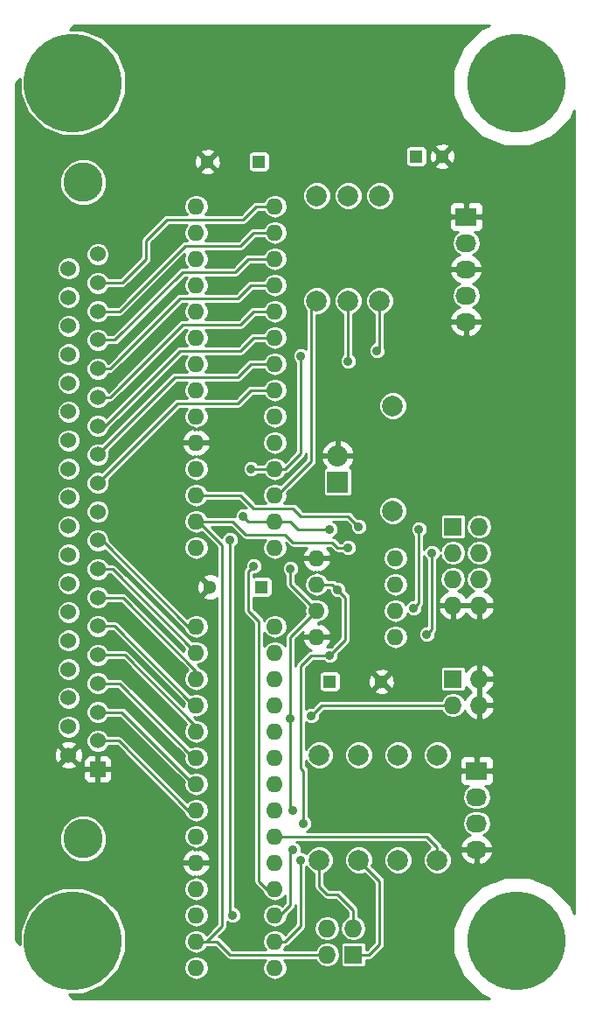
<source format=gbl>
G04 #@! TF.FileFunction,Copper,L2,Bot,Signal*
%FSLAX46Y46*%
G04 Gerber Fmt 4.6, Leading zero omitted, Abs format (unit mm)*
G04 Created by KiCad (PCBNEW (after 2015-mar-04 BZR unknown)-product) date 10/26/2016 10:36:07 AM*
%MOMM*%
G01*
G04 APERTURE LIST*
%ADD10C,0.150000*%
%ADD11C,9.525000*%
%ADD12R,2.032000X2.032000*%
%ADD13O,2.032000X2.032000*%
%ADD14R,1.300000X1.300000*%
%ADD15C,1.300000*%
%ADD16R,1.524000X1.524000*%
%ADD17C,1.524000*%
%ADD18C,3.810000*%
%ADD19O,1.600000X1.600000*%
%ADD20R,1.727200X1.727200*%
%ADD21O,1.727200X1.727200*%
%ADD22R,2.032000X1.727200*%
%ADD23O,2.032000X1.727200*%
%ADD24C,1.998980*%
%ADD25C,0.889000*%
%ADD26C,0.254000*%
G04 APERTURE END LIST*
D10*
D11*
X16000000Y-16000000D03*
X59000000Y-16000000D03*
X16000000Y-99000000D03*
X59000000Y-99000000D03*
D12*
X41656000Y-54610000D03*
D13*
X41656000Y-52070000D03*
D14*
X34036000Y-23622000D03*
D15*
X29036000Y-23622000D03*
D14*
X34290000Y-64770000D03*
D15*
X29290000Y-64770000D03*
D16*
X18422400Y-82417400D03*
D17*
X18422400Y-79648800D03*
X18422400Y-76880200D03*
X18422400Y-74111600D03*
X18422400Y-71343000D03*
X18422400Y-68574400D03*
X18422400Y-65805800D03*
X18422400Y-63037200D03*
X18422400Y-60268600D03*
D18*
X17000000Y-89123000D03*
X17000000Y-25623000D03*
D17*
X18422400Y-57500000D03*
X18422400Y-54731400D03*
X18422400Y-51962800D03*
X18422400Y-49194200D03*
X18422400Y-46425600D03*
X18422400Y-43657000D03*
X18422400Y-40888400D03*
X18422400Y-38119800D03*
X18422400Y-35351200D03*
X18422400Y-32582600D03*
X15577600Y-81045800D03*
X15577600Y-78277200D03*
X15577600Y-75508600D03*
X15577600Y-72740000D03*
X15577600Y-69971400D03*
X15577600Y-67202800D03*
X15577600Y-64434200D03*
X15577600Y-61665600D03*
X15577600Y-58897000D03*
X15577600Y-56128400D03*
X15577600Y-53359800D03*
X15577600Y-50591200D03*
X15577600Y-47822600D03*
X15577600Y-45054000D03*
X15577600Y-42285400D03*
X15577600Y-39516800D03*
X15577600Y-36748200D03*
X15577600Y-33979600D03*
D19*
X27940000Y-68580000D03*
X27940000Y-71120000D03*
X27940000Y-73660000D03*
X27940000Y-76200000D03*
X27940000Y-78740000D03*
X27940000Y-81280000D03*
X27940000Y-83820000D03*
X27940000Y-86360000D03*
X27940000Y-88900000D03*
X27940000Y-91440000D03*
X27940000Y-93980000D03*
X27940000Y-96520000D03*
X27940000Y-99060000D03*
X27940000Y-101600000D03*
X35560000Y-101600000D03*
X35560000Y-99060000D03*
X35560000Y-96520000D03*
X35560000Y-93980000D03*
X35560000Y-91440000D03*
X35560000Y-88900000D03*
X35560000Y-86360000D03*
X35560000Y-83820000D03*
X35560000Y-81280000D03*
X35560000Y-78740000D03*
X35560000Y-76200000D03*
X35560000Y-73660000D03*
X35560000Y-71120000D03*
X35560000Y-68580000D03*
X27940000Y-27940000D03*
X27940000Y-30480000D03*
X27940000Y-33020000D03*
X27940000Y-35560000D03*
X27940000Y-38100000D03*
X27940000Y-40640000D03*
X27940000Y-43180000D03*
X27940000Y-45720000D03*
X27940000Y-48260000D03*
X27940000Y-50800000D03*
X27940000Y-53340000D03*
X27940000Y-55880000D03*
X27940000Y-58420000D03*
X27940000Y-60960000D03*
X35560000Y-60960000D03*
X35560000Y-58420000D03*
X35560000Y-55880000D03*
X35560000Y-53340000D03*
X35560000Y-50800000D03*
X35560000Y-48260000D03*
X35560000Y-45720000D03*
X35560000Y-43180000D03*
X35560000Y-40640000D03*
X35560000Y-38100000D03*
X35560000Y-35560000D03*
X35560000Y-33020000D03*
X35560000Y-30480000D03*
X35560000Y-27940000D03*
X39624000Y-61976000D03*
X39624000Y-64516000D03*
X39624000Y-67056000D03*
X39624000Y-69596000D03*
X47244000Y-69596000D03*
X47244000Y-67056000D03*
X47244000Y-64516000D03*
X47244000Y-61976000D03*
D20*
X52832000Y-58928000D03*
D21*
X55372000Y-58928000D03*
X52832000Y-61468000D03*
X55372000Y-61468000D03*
X52832000Y-64008000D03*
X55372000Y-64008000D03*
X52832000Y-66548000D03*
X55372000Y-66548000D03*
D22*
X54102000Y-28956000D03*
D23*
X54102000Y-31496000D03*
X54102000Y-34036000D03*
X54102000Y-36576000D03*
X54102000Y-39116000D03*
D24*
X43688000Y-91186000D03*
X43688000Y-81026000D03*
X39878000Y-91186000D03*
X39878000Y-81026000D03*
X47498000Y-91186000D03*
X47498000Y-81026000D03*
X45720000Y-37084000D03*
X45720000Y-26924000D03*
X46990000Y-57404000D03*
X46990000Y-47244000D03*
X39624000Y-37084000D03*
X39624000Y-26924000D03*
X51308000Y-91186000D03*
X51308000Y-81026000D03*
X42672000Y-37084000D03*
X42672000Y-26924000D03*
D22*
X55118000Y-82550000D03*
D23*
X55118000Y-85090000D03*
X55118000Y-87630000D03*
X55118000Y-90170000D03*
D14*
X40894000Y-73914000D03*
D15*
X45894000Y-73914000D03*
D20*
X52832000Y-73660000D03*
D21*
X55372000Y-73660000D03*
X52832000Y-76200000D03*
X55372000Y-76200000D03*
D20*
X43180000Y-100330000D03*
D21*
X40640000Y-100330000D03*
X43180000Y-97790000D03*
X40640000Y-97790000D03*
D14*
X49276000Y-23114000D03*
D15*
X51776000Y-23114000D03*
D25*
X40894000Y-71374000D03*
X38354000Y-87630000D03*
X38100000Y-91186000D03*
X40894000Y-59182000D03*
X32512000Y-57912000D03*
X42672000Y-42926000D03*
X41656000Y-65024000D03*
X37084000Y-77470000D03*
X39116000Y-77216000D03*
X37338000Y-90170000D03*
X37338000Y-86360000D03*
X37084000Y-62992000D03*
X49022000Y-66802000D03*
X49530000Y-59182000D03*
X43688000Y-58928000D03*
X31496000Y-96520000D03*
X31242000Y-60198000D03*
X50292000Y-69342000D03*
X50800000Y-61468000D03*
X42672000Y-60960000D03*
X33274000Y-53340000D03*
X33528000Y-62738000D03*
X38100000Y-42418000D03*
X45466000Y-41910000D03*
D26*
X38100000Y-77978000D02*
X38100000Y-72390000D01*
X39116000Y-71374000D02*
X40894000Y-71374000D01*
X35560000Y-99060000D02*
X36576000Y-99060000D01*
X38100000Y-82296000D02*
X38100000Y-77978000D01*
X38354000Y-82550000D02*
X38100000Y-82296000D01*
X38354000Y-87630000D02*
X38354000Y-82550000D01*
X38100000Y-97536000D02*
X38100000Y-91186000D01*
X36576000Y-99060000D02*
X38100000Y-97536000D01*
X38100000Y-72390000D02*
X39116000Y-71374000D01*
X41148000Y-64516000D02*
X39624000Y-64516000D01*
X37084000Y-58420000D02*
X37846000Y-59182000D01*
X37846000Y-59182000D02*
X40894000Y-59182000D01*
X35560000Y-58420000D02*
X37084000Y-58420000D01*
X33020000Y-58420000D02*
X32512000Y-57912000D01*
X42672000Y-42926000D02*
X42672000Y-37211000D01*
X35560000Y-58420000D02*
X33020000Y-58420000D01*
X41656000Y-65024000D02*
X41148000Y-64516000D01*
X42418000Y-65786000D02*
X41656000Y-65024000D01*
X40894000Y-71374000D02*
X42418000Y-69850000D01*
X42418000Y-69850000D02*
X42418000Y-65786000D01*
X52832000Y-76200000D02*
X40132000Y-76200000D01*
X40132000Y-76200000D02*
X39116000Y-77216000D01*
X37084000Y-74930000D02*
X37084000Y-71628000D01*
X37084000Y-86106000D02*
X37084000Y-77470000D01*
X37338000Y-86360000D02*
X37084000Y-86106000D01*
X37084000Y-77470000D02*
X37084000Y-74930000D01*
X37084000Y-71628000D02*
X37084000Y-69596000D01*
X36068000Y-96520000D02*
X37084000Y-95504000D01*
X37084000Y-95504000D02*
X37084000Y-90424000D01*
X37084000Y-90424000D02*
X37338000Y-90170000D01*
X35560000Y-96520000D02*
X36068000Y-96520000D01*
X39116000Y-37719000D02*
X39624000Y-37211000D01*
X39116000Y-52578000D02*
X39116000Y-37719000D01*
X35814000Y-55880000D02*
X39116000Y-52578000D01*
X35560000Y-55880000D02*
X35814000Y-55880000D01*
X37084000Y-64516000D02*
X39624000Y-67056000D01*
X37084000Y-62992000D02*
X37084000Y-64516000D01*
X37084000Y-69596000D02*
X39624000Y-67056000D01*
X49022000Y-66802000D02*
X49530000Y-66294000D01*
X49530000Y-66294000D02*
X49530000Y-59182000D01*
X43688000Y-58928000D02*
X42672000Y-57912000D01*
X42672000Y-57912000D02*
X38100000Y-57912000D01*
X38100000Y-57912000D02*
X37338000Y-57150000D01*
X37338000Y-57150000D02*
X33528000Y-57150000D01*
X33528000Y-57150000D02*
X32258000Y-55880000D01*
X32258000Y-55880000D02*
X27940000Y-55880000D01*
X31242000Y-96266000D02*
X31242000Y-60198000D01*
X31496000Y-96520000D02*
X31242000Y-96266000D01*
X38354000Y-100330000D02*
X40640000Y-100330000D01*
X31242000Y-100330000D02*
X38354000Y-100330000D01*
X50292000Y-69342000D02*
X50800000Y-68834000D01*
X50800000Y-68834000D02*
X50800000Y-61468000D01*
X32766000Y-59690000D02*
X36576000Y-59690000D01*
X31496000Y-58420000D02*
X32766000Y-59690000D01*
X27940000Y-58420000D02*
X31496000Y-58420000D01*
X29718000Y-99060000D02*
X27940000Y-99060000D01*
X30480000Y-60706000D02*
X30480000Y-97536000D01*
X30480000Y-97536000D02*
X28956000Y-99060000D01*
X28956000Y-99060000D02*
X27940000Y-99060000D01*
X28194000Y-58420000D02*
X30480000Y-60706000D01*
X27940000Y-58420000D02*
X28194000Y-58420000D01*
X29718000Y-99060000D02*
X27940000Y-99060000D01*
X29972000Y-99060000D02*
X31242000Y-100330000D01*
X27940000Y-99060000D02*
X29972000Y-99060000D01*
X41656000Y-60960000D02*
X41148000Y-60452000D01*
X41148000Y-60452000D02*
X37338000Y-60452000D01*
X37338000Y-60452000D02*
X36576000Y-59690000D01*
X42672000Y-60960000D02*
X41656000Y-60960000D01*
X35560000Y-53340000D02*
X33274000Y-53340000D01*
X34036000Y-93218000D02*
X34036000Y-69342000D01*
X34798000Y-93980000D02*
X34036000Y-93218000D01*
X35560000Y-93980000D02*
X34798000Y-93980000D01*
X36576000Y-53340000D02*
X38100000Y-51816000D01*
X38100000Y-51816000D02*
X38100000Y-42418000D01*
X45466000Y-41910000D02*
X45720000Y-41656000D01*
X45720000Y-41656000D02*
X45720000Y-37211000D01*
X35560000Y-53340000D02*
X36576000Y-53340000D01*
X33020002Y-67055998D02*
X34036000Y-68071996D01*
X34036000Y-68071996D02*
X34036000Y-69342000D01*
X33020002Y-63245998D02*
X33020002Y-67055998D01*
X33528000Y-62738000D02*
X33020002Y-63245998D01*
X43180000Y-100330000D02*
X44704000Y-100330000D01*
X44704000Y-100330000D02*
X45720000Y-99314000D01*
X45720000Y-93218000D02*
X43688000Y-91186000D01*
X45720000Y-99314000D02*
X45720000Y-93218000D01*
X43180000Y-97790000D02*
X43180000Y-96012000D01*
X43180000Y-96012000D02*
X41656000Y-94488000D01*
X39878000Y-93726000D02*
X39878000Y-91186000D01*
X40640000Y-94488000D02*
X39878000Y-93726000D01*
X41656000Y-94488000D02*
X40640000Y-94488000D01*
X43180000Y-97790000D02*
X43180000Y-97028000D01*
X51308000Y-89916000D02*
X51308000Y-91059000D01*
X50292000Y-88900000D02*
X51308000Y-89916000D01*
X35560000Y-88900000D02*
X50292000Y-88900000D01*
X27940000Y-86360000D02*
X27178000Y-86360000D01*
X27178000Y-86360000D02*
X20466800Y-79648800D01*
X20466800Y-79648800D02*
X18422400Y-79648800D01*
X27940000Y-83820000D02*
X27686000Y-83820000D01*
X27686000Y-83820000D02*
X20746200Y-76880200D01*
X20746200Y-76880200D02*
X18422400Y-76880200D01*
X27940000Y-81280000D02*
X27686000Y-81280000D01*
X27686000Y-81280000D02*
X20517600Y-74111600D01*
X20517600Y-74111600D02*
X18422400Y-74111600D01*
X27940000Y-78740000D02*
X27940000Y-78232000D01*
X27940000Y-78232000D02*
X21051000Y-71343000D01*
X21051000Y-71343000D02*
X18422400Y-71343000D01*
X27940000Y-76200000D02*
X27686000Y-76200000D01*
X27686000Y-76200000D02*
X20060400Y-68574400D01*
X20060400Y-68574400D02*
X18422400Y-68574400D01*
X27940000Y-73660000D02*
X27940000Y-72898000D01*
X27940000Y-72898000D02*
X20847800Y-65805800D01*
X20847800Y-65805800D02*
X18422400Y-65805800D01*
X18422400Y-63037200D02*
X19857200Y-63037200D01*
X19857200Y-63037200D02*
X27940000Y-71120000D01*
X27940000Y-68580000D02*
X27178000Y-68580000D01*
X27178000Y-68580000D02*
X18866600Y-60268600D01*
X18866600Y-60268600D02*
X18422400Y-60268600D01*
X33274000Y-45720000D02*
X35560000Y-45720000D01*
X32004000Y-46990000D02*
X33274000Y-45720000D01*
X26162000Y-46990000D02*
X32004000Y-46990000D01*
X18422400Y-54729600D02*
X26162000Y-46990000D01*
X18422400Y-54731400D02*
X18422400Y-54729600D01*
X33274000Y-43180000D02*
X35560000Y-43180000D01*
X32004000Y-44450000D02*
X33274000Y-43180000D01*
X25908000Y-44450000D02*
X32004000Y-44450000D01*
X18422400Y-51935600D02*
X25908000Y-44450000D01*
X18422400Y-51962800D02*
X18422400Y-51935600D01*
X33528000Y-40640000D02*
X35560000Y-40640000D01*
X32258000Y-41910000D02*
X33528000Y-40640000D01*
X26416000Y-41910000D02*
X32258000Y-41910000D01*
X19131800Y-49194200D02*
X26416000Y-41910000D01*
X18422400Y-49194200D02*
X19131800Y-49194200D01*
X19614400Y-46425600D02*
X26670000Y-39370000D01*
X26670000Y-39370000D02*
X32258000Y-39370000D01*
X32258000Y-39370000D02*
X33528000Y-38100000D01*
X33528000Y-38100000D02*
X35560000Y-38100000D01*
X18422400Y-46425600D02*
X19614400Y-46425600D01*
X19589000Y-43657000D02*
X26416000Y-36830000D01*
X26416000Y-36830000D02*
X32004000Y-36830000D01*
X32004000Y-36830000D02*
X33274000Y-35560000D01*
X33274000Y-35560000D02*
X35560000Y-35560000D01*
X18422400Y-43657000D02*
X19589000Y-43657000D01*
X20071600Y-40888400D02*
X26670000Y-34290000D01*
X26670000Y-34290000D02*
X31750000Y-34290000D01*
X31750000Y-34290000D02*
X33020000Y-33020000D01*
X33020000Y-33020000D02*
X35560000Y-33020000D01*
X18422400Y-40888400D02*
X20071600Y-40888400D01*
X20554200Y-38119800D02*
X26924000Y-31750000D01*
X26924000Y-31750000D02*
X32258000Y-31750000D01*
X32258000Y-31750000D02*
X33528000Y-30480000D01*
X33528000Y-30480000D02*
X35560000Y-30480000D01*
X18422400Y-38119800D02*
X20554200Y-38119800D01*
X20782800Y-35351200D02*
X23114000Y-33020000D01*
X23114000Y-33020000D02*
X23114000Y-31242000D01*
X23114000Y-31242000D02*
X25146000Y-29210000D01*
X25146000Y-29210000D02*
X32512000Y-29210000D01*
X32512000Y-29210000D02*
X33782000Y-27940000D01*
X33782000Y-27940000D02*
X35560000Y-27940000D01*
X18422400Y-35351200D02*
X20782800Y-35351200D01*
G36*
X64569000Y-96348473D02*
X64224815Y-95515482D01*
X62493632Y-93781275D01*
X60230575Y-92841571D01*
X57780175Y-92839433D01*
X56826958Y-93233294D01*
X56826958Y-76559026D01*
X56826958Y-75840974D01*
X56654688Y-75425053D01*
X56260490Y-74993179D01*
X56125687Y-74930000D01*
X56260490Y-74866821D01*
X56654688Y-74434947D01*
X56826958Y-74019026D01*
X56826958Y-73300974D01*
X56826958Y-66907026D01*
X56826958Y-66188974D01*
X56654688Y-65773053D01*
X56260490Y-65341179D01*
X55870338Y-65158323D01*
X55872671Y-65157860D01*
X56276448Y-64888065D01*
X56546243Y-64484288D01*
X56640983Y-64008000D01*
X56640983Y-61468000D01*
X56640983Y-58928000D01*
X56546243Y-58451712D01*
X56276448Y-58047935D01*
X55872671Y-57778140D01*
X55753000Y-57754335D01*
X55753000Y-29945910D01*
X55753000Y-29693291D01*
X55753000Y-29241750D01*
X55753000Y-28670250D01*
X55753000Y-28218709D01*
X55753000Y-27966090D01*
X55656327Y-27732701D01*
X55477698Y-27554073D01*
X55244309Y-27457400D01*
X54387750Y-27457400D01*
X54229000Y-27616150D01*
X54229000Y-28829000D01*
X55594250Y-28829000D01*
X55753000Y-28670250D01*
X55753000Y-29241750D01*
X55594250Y-29083000D01*
X54229000Y-29083000D01*
X54229000Y-29103000D01*
X53975000Y-29103000D01*
X53975000Y-29083000D01*
X53975000Y-28829000D01*
X53975000Y-27616150D01*
X53816250Y-27457400D01*
X53073622Y-27457400D01*
X53073622Y-23294922D01*
X53044083Y-22784572D01*
X52905611Y-22450271D01*
X52675016Y-22394590D01*
X52495410Y-22574195D01*
X52495410Y-22214984D01*
X52439729Y-21984389D01*
X51956922Y-21816378D01*
X51446572Y-21845917D01*
X51112271Y-21984389D01*
X51056590Y-22214984D01*
X51776000Y-22934395D01*
X52495410Y-22214984D01*
X52495410Y-22574195D01*
X51955605Y-23114000D01*
X52675016Y-23833410D01*
X52905611Y-23777729D01*
X53073622Y-23294922D01*
X53073622Y-27457400D01*
X52959691Y-27457400D01*
X52726302Y-27554073D01*
X52547673Y-27732701D01*
X52495410Y-27858874D01*
X52495410Y-24013016D01*
X51776000Y-23293605D01*
X51596395Y-23473210D01*
X51596395Y-23114000D01*
X50876984Y-22394590D01*
X50646389Y-22450271D01*
X50478378Y-22933078D01*
X50507917Y-23443428D01*
X50646389Y-23777729D01*
X50876984Y-23833410D01*
X51596395Y-23114000D01*
X51596395Y-23473210D01*
X51056590Y-24013016D01*
X51112271Y-24243611D01*
X51595078Y-24411622D01*
X52105428Y-24382083D01*
X52439729Y-24243611D01*
X52495410Y-24013016D01*
X52495410Y-27858874D01*
X52451000Y-27966090D01*
X52451000Y-28218709D01*
X52451000Y-28670250D01*
X52609750Y-28829000D01*
X53975000Y-28829000D01*
X53975000Y-29083000D01*
X52609750Y-29083000D01*
X52451000Y-29241750D01*
X52451000Y-29693291D01*
X52451000Y-29945910D01*
X52547673Y-30179299D01*
X52726302Y-30357927D01*
X52959691Y-30454600D01*
X53283621Y-30454600D01*
X53042166Y-30615935D01*
X52772371Y-31019712D01*
X52677631Y-31496000D01*
X52772371Y-31972288D01*
X53042166Y-32376065D01*
X53445943Y-32645860D01*
X53460242Y-32648704D01*
X53187680Y-32744046D01*
X52751268Y-33133964D01*
X52497291Y-33661209D01*
X52494642Y-33676974D01*
X52615783Y-33909000D01*
X53975000Y-33909000D01*
X53975000Y-33889000D01*
X54229000Y-33889000D01*
X54229000Y-33909000D01*
X55588217Y-33909000D01*
X55709358Y-33676974D01*
X55706709Y-33661209D01*
X55452732Y-33133964D01*
X55016320Y-32744046D01*
X54743757Y-32648704D01*
X54758057Y-32645860D01*
X55161834Y-32376065D01*
X55431629Y-31972288D01*
X55526369Y-31496000D01*
X55431629Y-31019712D01*
X55161834Y-30615935D01*
X54920378Y-30454600D01*
X55244309Y-30454600D01*
X55477698Y-30357927D01*
X55656327Y-30179299D01*
X55753000Y-29945910D01*
X55753000Y-57754335D01*
X55709358Y-57745654D01*
X55709358Y-39475026D01*
X55709358Y-38756974D01*
X55706709Y-38741209D01*
X55452732Y-38213964D01*
X55016320Y-37824046D01*
X54743757Y-37728704D01*
X54758057Y-37725860D01*
X55161834Y-37456065D01*
X55431629Y-37052288D01*
X55526369Y-36576000D01*
X55431629Y-36099712D01*
X55161834Y-35695935D01*
X54758057Y-35426140D01*
X54743757Y-35423295D01*
X55016320Y-35327954D01*
X55452732Y-34938036D01*
X55706709Y-34410791D01*
X55709358Y-34395026D01*
X55588217Y-34163000D01*
X54229000Y-34163000D01*
X54229000Y-34183000D01*
X53975000Y-34183000D01*
X53975000Y-34163000D01*
X52615783Y-34163000D01*
X52494642Y-34395026D01*
X52497291Y-34410791D01*
X52751268Y-34938036D01*
X53187680Y-35327954D01*
X53460242Y-35423295D01*
X53445943Y-35426140D01*
X53042166Y-35695935D01*
X52772371Y-36099712D01*
X52677631Y-36576000D01*
X52772371Y-37052288D01*
X53042166Y-37456065D01*
X53445943Y-37725860D01*
X53460242Y-37728704D01*
X53187680Y-37824046D01*
X52751268Y-38213964D01*
X52497291Y-38741209D01*
X52494642Y-38756974D01*
X52615783Y-38989000D01*
X53975000Y-38989000D01*
X53975000Y-38969000D01*
X54229000Y-38969000D01*
X54229000Y-38989000D01*
X55588217Y-38989000D01*
X55709358Y-38756974D01*
X55709358Y-39475026D01*
X55588217Y-39243000D01*
X54229000Y-39243000D01*
X54229000Y-40456924D01*
X54463913Y-40601184D01*
X55016320Y-40407954D01*
X55452732Y-40018036D01*
X55706709Y-39490791D01*
X55709358Y-39475026D01*
X55709358Y-57745654D01*
X55396383Y-57683400D01*
X55347617Y-57683400D01*
X54871329Y-57778140D01*
X54467552Y-58047935D01*
X54197757Y-58451712D01*
X54103017Y-58928000D01*
X54197757Y-59404288D01*
X54467552Y-59808065D01*
X54871329Y-60077860D01*
X55347617Y-60172600D01*
X55396383Y-60172600D01*
X55872671Y-60077860D01*
X56276448Y-59808065D01*
X56546243Y-59404288D01*
X56640983Y-58928000D01*
X56640983Y-61468000D01*
X56546243Y-60991712D01*
X56276448Y-60587935D01*
X55872671Y-60318140D01*
X55396383Y-60223400D01*
X55347617Y-60223400D01*
X54871329Y-60318140D01*
X54467552Y-60587935D01*
X54197757Y-60991712D01*
X54103017Y-61468000D01*
X54197757Y-61944288D01*
X54467552Y-62348065D01*
X54871329Y-62617860D01*
X55347617Y-62712600D01*
X55396383Y-62712600D01*
X55872671Y-62617860D01*
X56276448Y-62348065D01*
X56546243Y-61944288D01*
X56640983Y-61468000D01*
X56640983Y-64008000D01*
X56546243Y-63531712D01*
X56276448Y-63127935D01*
X55872671Y-62858140D01*
X55396383Y-62763400D01*
X55347617Y-62763400D01*
X54871329Y-62858140D01*
X54467552Y-63127935D01*
X54197757Y-63531712D01*
X54103017Y-64008000D01*
X54197757Y-64484288D01*
X54467552Y-64888065D01*
X54871329Y-65157860D01*
X54873661Y-65158323D01*
X54483510Y-65341179D01*
X54102000Y-65759152D01*
X53720490Y-65341179D01*
X53330338Y-65158323D01*
X53332671Y-65157860D01*
X53736448Y-64888065D01*
X54006243Y-64484288D01*
X54100983Y-64008000D01*
X54100983Y-61468000D01*
X54084064Y-61382942D01*
X54084064Y-59791600D01*
X54084064Y-58064400D01*
X54055878Y-57919126D01*
X53975000Y-57796004D01*
X53975000Y-40456924D01*
X53975000Y-39243000D01*
X52615783Y-39243000D01*
X52494642Y-39475026D01*
X52497291Y-39490791D01*
X52751268Y-40018036D01*
X53187680Y-40407954D01*
X53740087Y-40601184D01*
X53975000Y-40456924D01*
X53975000Y-57796004D01*
X53972004Y-57791444D01*
X53845384Y-57705974D01*
X53695600Y-57675936D01*
X51968400Y-57675936D01*
X51823126Y-57704122D01*
X51695444Y-57787996D01*
X51609974Y-57914616D01*
X51579936Y-58064400D01*
X51579936Y-59791600D01*
X51608122Y-59936874D01*
X51691996Y-60064556D01*
X51818616Y-60150026D01*
X51968400Y-60180064D01*
X53695600Y-60180064D01*
X53840874Y-60151878D01*
X53968556Y-60068004D01*
X54054026Y-59941384D01*
X54084064Y-59791600D01*
X54084064Y-61382942D01*
X54006243Y-60991712D01*
X53736448Y-60587935D01*
X53332671Y-60318140D01*
X52856383Y-60223400D01*
X52807617Y-60223400D01*
X52331329Y-60318140D01*
X51927552Y-60587935D01*
X51657757Y-60991712D01*
X51605319Y-61255331D01*
X51500233Y-61001002D01*
X51268219Y-60768583D01*
X50964923Y-60642643D01*
X50636518Y-60642357D01*
X50333002Y-60767767D01*
X50100583Y-60999781D01*
X50038000Y-61150497D01*
X50038000Y-59841302D01*
X50229417Y-59650219D01*
X50355357Y-59346923D01*
X50355643Y-59018518D01*
X50314464Y-58918857D01*
X50314464Y-23764000D01*
X50314464Y-22464000D01*
X50286278Y-22318726D01*
X50202404Y-22191044D01*
X50075784Y-22105574D01*
X49926000Y-22075536D01*
X48626000Y-22075536D01*
X48480726Y-22103722D01*
X48353044Y-22187596D01*
X48267574Y-22314216D01*
X48237536Y-22464000D01*
X48237536Y-23764000D01*
X48265722Y-23909274D01*
X48349596Y-24036956D01*
X48476216Y-24122426D01*
X48626000Y-24152464D01*
X49926000Y-24152464D01*
X50071274Y-24124278D01*
X50198956Y-24040404D01*
X50284426Y-23913784D01*
X50314464Y-23764000D01*
X50314464Y-58918857D01*
X50230233Y-58715002D01*
X49998219Y-58482583D01*
X49694923Y-58356643D01*
X49366518Y-58356357D01*
X49063002Y-58481767D01*
X48830583Y-58713781D01*
X48704643Y-59017077D01*
X48704357Y-59345482D01*
X48829767Y-59648998D01*
X49022000Y-59841566D01*
X49022000Y-65976499D01*
X48858518Y-65976357D01*
X48555002Y-66101767D01*
X48448137Y-66208445D01*
X48448137Y-64516000D01*
X48448137Y-61976000D01*
X48370729Y-61586842D01*
X48370729Y-57130608D01*
X48370729Y-46970608D01*
X48161005Y-46463037D01*
X47773006Y-46074360D01*
X47265801Y-45863751D01*
X47100729Y-45863606D01*
X47100729Y-36810608D01*
X47100729Y-26650608D01*
X46891005Y-26143037D01*
X46503006Y-25754360D01*
X45995801Y-25543751D01*
X45446608Y-25543271D01*
X44939037Y-25752995D01*
X44550360Y-26140994D01*
X44339751Y-26648199D01*
X44339271Y-27197392D01*
X44548995Y-27704963D01*
X44936994Y-28093640D01*
X45444199Y-28304249D01*
X45993392Y-28304729D01*
X46500963Y-28095005D01*
X46889640Y-27707006D01*
X47100249Y-27199801D01*
X47100729Y-26650608D01*
X47100729Y-36810608D01*
X46891005Y-36303037D01*
X46503006Y-35914360D01*
X45995801Y-35703751D01*
X45446608Y-35703271D01*
X44939037Y-35912995D01*
X44550360Y-36300994D01*
X44339751Y-36808199D01*
X44339271Y-37357392D01*
X44548995Y-37864963D01*
X44936994Y-38253640D01*
X45212000Y-38367831D01*
X45212000Y-41121758D01*
X44999002Y-41209767D01*
X44766583Y-41441781D01*
X44640643Y-41745077D01*
X44640357Y-42073482D01*
X44765767Y-42376998D01*
X44997781Y-42609417D01*
X45301077Y-42735357D01*
X45629482Y-42735643D01*
X45932998Y-42610233D01*
X46165417Y-42378219D01*
X46291357Y-42074923D01*
X46291643Y-41746518D01*
X46228000Y-41592489D01*
X46228000Y-38367790D01*
X46500963Y-38255005D01*
X46889640Y-37867006D01*
X47100249Y-37359801D01*
X47100729Y-36810608D01*
X47100729Y-45863606D01*
X46716608Y-45863271D01*
X46209037Y-46072995D01*
X45820360Y-46460994D01*
X45609751Y-46968199D01*
X45609271Y-47517392D01*
X45818995Y-48024963D01*
X46206994Y-48413640D01*
X46714199Y-48624249D01*
X47263392Y-48624729D01*
X47770963Y-48415005D01*
X48159640Y-48027006D01*
X48370249Y-47519801D01*
X48370729Y-46970608D01*
X48370729Y-57130608D01*
X48161005Y-56623037D01*
X47773006Y-56234360D01*
X47265801Y-56023751D01*
X46716608Y-56023271D01*
X46209037Y-56232995D01*
X45820360Y-56620994D01*
X45609751Y-57128199D01*
X45609271Y-57677392D01*
X45818995Y-58184963D01*
X46206994Y-58573640D01*
X46714199Y-58784249D01*
X47263392Y-58784729D01*
X47770963Y-58575005D01*
X48159640Y-58187006D01*
X48370249Y-57679801D01*
X48370729Y-57130608D01*
X48370729Y-61586842D01*
X48358239Y-61524051D01*
X48102230Y-61140907D01*
X47719086Y-60884898D01*
X47267137Y-60795000D01*
X47220863Y-60795000D01*
X46768914Y-60884898D01*
X46385770Y-61140907D01*
X46129761Y-61524051D01*
X46039863Y-61976000D01*
X46129761Y-62427949D01*
X46385770Y-62811093D01*
X46768914Y-63067102D01*
X47220863Y-63157000D01*
X47267137Y-63157000D01*
X47719086Y-63067102D01*
X48102230Y-62811093D01*
X48358239Y-62427949D01*
X48448137Y-61976000D01*
X48448137Y-64516000D01*
X48358239Y-64064051D01*
X48102230Y-63680907D01*
X47719086Y-63424898D01*
X47267137Y-63335000D01*
X47220863Y-63335000D01*
X46768914Y-63424898D01*
X46385770Y-63680907D01*
X46129761Y-64064051D01*
X46039863Y-64516000D01*
X46129761Y-64967949D01*
X46385770Y-65351093D01*
X46768914Y-65607102D01*
X47220863Y-65697000D01*
X47267137Y-65697000D01*
X47719086Y-65607102D01*
X48102230Y-65351093D01*
X48358239Y-64967949D01*
X48448137Y-64516000D01*
X48448137Y-66208445D01*
X48322583Y-66333781D01*
X48267035Y-66467554D01*
X48102230Y-66220907D01*
X47719086Y-65964898D01*
X47267137Y-65875000D01*
X47220863Y-65875000D01*
X46768914Y-65964898D01*
X46385770Y-66220907D01*
X46129761Y-66604051D01*
X46039863Y-67056000D01*
X46129761Y-67507949D01*
X46385770Y-67891093D01*
X46768914Y-68147102D01*
X47220863Y-68237000D01*
X47267137Y-68237000D01*
X47719086Y-68147102D01*
X48102230Y-67891093D01*
X48358239Y-67507949D01*
X48391812Y-67339165D01*
X48553781Y-67501417D01*
X48857077Y-67627357D01*
X49185482Y-67627643D01*
X49488998Y-67502233D01*
X49721417Y-67270219D01*
X49847357Y-66966923D01*
X49847593Y-66694826D01*
X49889210Y-66653211D01*
X49889210Y-66653210D01*
X49962790Y-66543090D01*
X49999330Y-66488404D01*
X49999331Y-66488403D01*
X50037999Y-66294000D01*
X50038000Y-66294000D01*
X50038000Y-61785510D01*
X50099767Y-61934998D01*
X50292000Y-62127566D01*
X50292000Y-68516499D01*
X50128518Y-68516357D01*
X49825002Y-68641767D01*
X49592583Y-68873781D01*
X49466643Y-69177077D01*
X49466357Y-69505482D01*
X49591767Y-69808998D01*
X49823781Y-70041417D01*
X50127077Y-70167357D01*
X50455482Y-70167643D01*
X50758998Y-70042233D01*
X50991417Y-69810219D01*
X51117357Y-69506923D01*
X51117593Y-69234826D01*
X51159210Y-69193211D01*
X51159210Y-69193210D01*
X51232790Y-69083090D01*
X51269330Y-69028404D01*
X51269331Y-69028403D01*
X51307999Y-68834000D01*
X51308000Y-68834000D01*
X51308000Y-62127302D01*
X51499417Y-61936219D01*
X51605388Y-61681013D01*
X51657757Y-61944288D01*
X51927552Y-62348065D01*
X52331329Y-62617860D01*
X52807617Y-62712600D01*
X52856383Y-62712600D01*
X53332671Y-62617860D01*
X53736448Y-62348065D01*
X54006243Y-61944288D01*
X54100983Y-61468000D01*
X54100983Y-64008000D01*
X54006243Y-63531712D01*
X53736448Y-63127935D01*
X53332671Y-62858140D01*
X52856383Y-62763400D01*
X52807617Y-62763400D01*
X52331329Y-62858140D01*
X51927552Y-63127935D01*
X51657757Y-63531712D01*
X51563017Y-64008000D01*
X51657757Y-64484288D01*
X51927552Y-64888065D01*
X52331329Y-65157860D01*
X52333661Y-65158323D01*
X51943510Y-65341179D01*
X51549312Y-65773053D01*
X51377042Y-66188974D01*
X51498183Y-66421000D01*
X52705000Y-66421000D01*
X52705000Y-66401000D01*
X52959000Y-66401000D01*
X52959000Y-66421000D01*
X54038183Y-66421000D01*
X54165817Y-66421000D01*
X55245000Y-66421000D01*
X55245000Y-66401000D01*
X55499000Y-66401000D01*
X55499000Y-66421000D01*
X56705817Y-66421000D01*
X56826958Y-66188974D01*
X56826958Y-66907026D01*
X56705817Y-66675000D01*
X55499000Y-66675000D01*
X55499000Y-67882469D01*
X55731027Y-68002968D01*
X56260490Y-67754821D01*
X56654688Y-67322947D01*
X56826958Y-66907026D01*
X56826958Y-73300974D01*
X56654688Y-72885053D01*
X56260490Y-72453179D01*
X55731027Y-72205032D01*
X55499000Y-72325531D01*
X55499000Y-73533000D01*
X56705817Y-73533000D01*
X56826958Y-73300974D01*
X56826958Y-74019026D01*
X56705817Y-73787000D01*
X55499000Y-73787000D01*
X55499000Y-74865531D01*
X55499000Y-74994469D01*
X55499000Y-76073000D01*
X56705817Y-76073000D01*
X56826958Y-75840974D01*
X56826958Y-76559026D01*
X56705817Y-76327000D01*
X55499000Y-76327000D01*
X55499000Y-77534469D01*
X55731027Y-77654968D01*
X56260490Y-77406821D01*
X56654688Y-76974947D01*
X56826958Y-76559026D01*
X56826958Y-93233294D01*
X56769000Y-93257241D01*
X56769000Y-83539910D01*
X56769000Y-83287291D01*
X56769000Y-82835750D01*
X56769000Y-82264250D01*
X56769000Y-81812709D01*
X56769000Y-81560090D01*
X56672327Y-81326701D01*
X56493698Y-81148073D01*
X56260309Y-81051400D01*
X55403750Y-81051400D01*
X55245000Y-81210150D01*
X55245000Y-77534469D01*
X55245000Y-76327000D01*
X55225000Y-76327000D01*
X55225000Y-76073000D01*
X55245000Y-76073000D01*
X55245000Y-74994469D01*
X55245000Y-74865531D01*
X55245000Y-73787000D01*
X55225000Y-73787000D01*
X55225000Y-73533000D01*
X55245000Y-73533000D01*
X55245000Y-72325531D01*
X55245000Y-67882469D01*
X55245000Y-66675000D01*
X54165817Y-66675000D01*
X54038183Y-66675000D01*
X52959000Y-66675000D01*
X52959000Y-67882469D01*
X53191027Y-68002968D01*
X53720490Y-67754821D01*
X54102000Y-67336847D01*
X54483510Y-67754821D01*
X55012973Y-68002968D01*
X55245000Y-67882469D01*
X55245000Y-72325531D01*
X55012973Y-72205032D01*
X54483510Y-72453179D01*
X54089312Y-72885053D01*
X54084064Y-72897723D01*
X54084064Y-72796400D01*
X54055878Y-72651126D01*
X53972004Y-72523444D01*
X53845384Y-72437974D01*
X53695600Y-72407936D01*
X52705000Y-72407936D01*
X52705000Y-67882469D01*
X52705000Y-66675000D01*
X51498183Y-66675000D01*
X51377042Y-66907026D01*
X51549312Y-67322947D01*
X51943510Y-67754821D01*
X52472973Y-68002968D01*
X52705000Y-67882469D01*
X52705000Y-72407936D01*
X51968400Y-72407936D01*
X51823126Y-72436122D01*
X51695444Y-72519996D01*
X51609974Y-72646616D01*
X51579936Y-72796400D01*
X51579936Y-74523600D01*
X51608122Y-74668874D01*
X51691996Y-74796556D01*
X51818616Y-74882026D01*
X51968400Y-74912064D01*
X53695600Y-74912064D01*
X53840874Y-74883878D01*
X53968556Y-74800004D01*
X54054026Y-74673384D01*
X54084064Y-74523600D01*
X54084064Y-74422276D01*
X54089312Y-74434947D01*
X54483510Y-74866821D01*
X54618312Y-74930000D01*
X54483510Y-74993179D01*
X54089312Y-75425053D01*
X53981159Y-75686171D01*
X53736448Y-75319935D01*
X53332671Y-75050140D01*
X52856383Y-74955400D01*
X52807617Y-74955400D01*
X52331329Y-75050140D01*
X51927552Y-75319935D01*
X51678946Y-75692000D01*
X48448137Y-75692000D01*
X48448137Y-69596000D01*
X48358239Y-69144051D01*
X48102230Y-68760907D01*
X47719086Y-68504898D01*
X47267137Y-68415000D01*
X47220863Y-68415000D01*
X46768914Y-68504898D01*
X46385770Y-68760907D01*
X46129761Y-69144051D01*
X46039863Y-69596000D01*
X46129761Y-70047949D01*
X46385770Y-70431093D01*
X46768914Y-70687102D01*
X47220863Y-70777000D01*
X47267137Y-70777000D01*
X47719086Y-70687102D01*
X48102230Y-70431093D01*
X48358239Y-70047949D01*
X48448137Y-69596000D01*
X48448137Y-75692000D01*
X47191622Y-75692000D01*
X47191622Y-74094922D01*
X47162083Y-73584572D01*
X47023611Y-73250271D01*
X46793016Y-73194590D01*
X46613410Y-73374195D01*
X46613410Y-73014984D01*
X46557729Y-72784389D01*
X46074922Y-72616378D01*
X45564572Y-72645917D01*
X45230271Y-72784389D01*
X45174590Y-73014984D01*
X45894000Y-73734395D01*
X46613410Y-73014984D01*
X46613410Y-73374195D01*
X46073605Y-73914000D01*
X46793016Y-74633410D01*
X47023611Y-74577729D01*
X47191622Y-74094922D01*
X47191622Y-75692000D01*
X46613410Y-75692000D01*
X46613410Y-74813016D01*
X45894000Y-74093605D01*
X45714395Y-74273210D01*
X45714395Y-73914000D01*
X44994984Y-73194590D01*
X44764389Y-73250271D01*
X44596378Y-73733078D01*
X44625917Y-74243428D01*
X44764389Y-74577729D01*
X44994984Y-74633410D01*
X45714395Y-73914000D01*
X45714395Y-74273210D01*
X45174590Y-74813016D01*
X45230271Y-75043611D01*
X45713078Y-75211622D01*
X46223428Y-75182083D01*
X46557729Y-75043611D01*
X46613410Y-74813016D01*
X46613410Y-75692000D01*
X41932464Y-75692000D01*
X41932464Y-74564000D01*
X41932464Y-73264000D01*
X41904278Y-73118726D01*
X41820404Y-72991044D01*
X41693784Y-72905574D01*
X41544000Y-72875536D01*
X40244000Y-72875536D01*
X40098726Y-72903722D01*
X39971044Y-72987596D01*
X39885574Y-73114216D01*
X39855536Y-73264000D01*
X39855536Y-74564000D01*
X39883722Y-74709274D01*
X39967596Y-74836956D01*
X40094216Y-74922426D01*
X40244000Y-74952464D01*
X41544000Y-74952464D01*
X41689274Y-74924278D01*
X41816956Y-74840404D01*
X41902426Y-74713784D01*
X41932464Y-74564000D01*
X41932464Y-75692000D01*
X40132000Y-75692000D01*
X39937597Y-75730669D01*
X39772790Y-75840790D01*
X39222987Y-76390592D01*
X38952518Y-76390357D01*
X38649002Y-76515767D01*
X38608000Y-76556697D01*
X38608000Y-72600420D01*
X39326420Y-71882000D01*
X40234697Y-71882000D01*
X40425781Y-72073417D01*
X40729077Y-72199357D01*
X41057482Y-72199643D01*
X41360998Y-72074233D01*
X41593417Y-71842219D01*
X41719357Y-71538923D01*
X41719593Y-71266826D01*
X42777210Y-70209211D01*
X42777210Y-70209210D01*
X42850790Y-70099090D01*
X42887330Y-70044404D01*
X42887331Y-70044403D01*
X42925999Y-69850000D01*
X42926000Y-69850000D01*
X42926000Y-65786000D01*
X42887331Y-65591597D01*
X42777210Y-65426790D01*
X42481407Y-65130987D01*
X42481643Y-64860518D01*
X42356233Y-64557002D01*
X42124219Y-64324583D01*
X41820923Y-64198643D01*
X41548826Y-64198406D01*
X41507210Y-64156790D01*
X41342403Y-64046669D01*
X41148000Y-64008000D01*
X41015904Y-64008000D01*
X40700786Y-64008000D01*
X40482230Y-63680907D01*
X40099086Y-63424898D01*
X39751002Y-63355659D01*
X39751002Y-63246630D01*
X39973041Y-63367914D01*
X40479134Y-63128389D01*
X40855041Y-62713423D01*
X41015904Y-62325039D01*
X40893915Y-62103000D01*
X39751000Y-62103000D01*
X39751000Y-62123000D01*
X39497000Y-62123000D01*
X39497000Y-62103000D01*
X38354085Y-62103000D01*
X38232096Y-62325039D01*
X38392959Y-62713423D01*
X38768866Y-63128389D01*
X39274959Y-63367914D01*
X39496998Y-63246630D01*
X39496998Y-63355659D01*
X39148914Y-63424898D01*
X38765770Y-63680907D01*
X38509761Y-64064051D01*
X38419863Y-64516000D01*
X38509761Y-64967949D01*
X38765770Y-65351093D01*
X39148914Y-65607102D01*
X39600863Y-65697000D01*
X39647137Y-65697000D01*
X40099086Y-65607102D01*
X40482230Y-65351093D01*
X40700786Y-65024000D01*
X40830499Y-65024000D01*
X40830357Y-65187482D01*
X40955767Y-65490998D01*
X41187781Y-65723417D01*
X41491077Y-65849357D01*
X41763173Y-65849593D01*
X41910000Y-65996420D01*
X41910000Y-69639579D01*
X41000987Y-70548592D01*
X40730518Y-70548357D01*
X40618355Y-70594701D01*
X40855041Y-70333423D01*
X41015904Y-69945039D01*
X40893915Y-69723000D01*
X39751000Y-69723000D01*
X39751000Y-69743000D01*
X39497000Y-69743000D01*
X39497000Y-69723000D01*
X38354085Y-69723000D01*
X38232096Y-69945039D01*
X38392959Y-70333423D01*
X38768866Y-70748389D01*
X39046553Y-70879813D01*
X38921597Y-70904669D01*
X38756790Y-71014790D01*
X37740790Y-72030790D01*
X37630669Y-72195597D01*
X37592000Y-72390000D01*
X37592000Y-71628000D01*
X37592000Y-69806420D01*
X38289108Y-69109312D01*
X38232096Y-69246961D01*
X38354085Y-69469000D01*
X39497000Y-69469000D01*
X39497000Y-69449000D01*
X39751000Y-69449000D01*
X39751000Y-69469000D01*
X40893915Y-69469000D01*
X41015904Y-69246961D01*
X40855041Y-68858577D01*
X40479134Y-68443611D01*
X39973041Y-68204086D01*
X39751002Y-68325369D01*
X39751002Y-68216340D01*
X40099086Y-68147102D01*
X40482230Y-67891093D01*
X40738239Y-67507949D01*
X40828137Y-67056000D01*
X40738239Y-66604051D01*
X40482230Y-66220907D01*
X40099086Y-65964898D01*
X39647137Y-65875000D01*
X39600863Y-65875000D01*
X39234328Y-65947908D01*
X37592000Y-64305579D01*
X37592000Y-63651302D01*
X37783417Y-63460219D01*
X37909357Y-63156923D01*
X37909643Y-62828518D01*
X37784233Y-62525002D01*
X37552219Y-62292583D01*
X37248923Y-62166643D01*
X36920518Y-62166357D01*
X36617002Y-62291767D01*
X36384583Y-62523781D01*
X36258643Y-62827077D01*
X36258357Y-63155482D01*
X36383767Y-63458998D01*
X36576000Y-63651566D01*
X36576000Y-64516000D01*
X36614669Y-64710403D01*
X36724790Y-64875210D01*
X38500448Y-66650869D01*
X38419863Y-67056000D01*
X38500448Y-67461130D01*
X36724790Y-69236790D01*
X36614669Y-69401597D01*
X36576000Y-69596000D01*
X36576000Y-70521026D01*
X36418230Y-70284907D01*
X36035086Y-70028898D01*
X35583137Y-69939000D01*
X35536863Y-69939000D01*
X35084914Y-70028898D01*
X34701770Y-70284907D01*
X34544000Y-70521026D01*
X34544000Y-69342000D01*
X34544000Y-69178973D01*
X34701770Y-69415093D01*
X35084914Y-69671102D01*
X35536863Y-69761000D01*
X35583137Y-69761000D01*
X36035086Y-69671102D01*
X36418230Y-69415093D01*
X36674239Y-69031949D01*
X36764137Y-68580000D01*
X36674239Y-68128051D01*
X36418230Y-67744907D01*
X36035086Y-67488898D01*
X35583137Y-67399000D01*
X35536863Y-67399000D01*
X35084914Y-67488898D01*
X34701770Y-67744907D01*
X34530056Y-68001894D01*
X34505331Y-67877593D01*
X34505331Y-67877592D01*
X34395210Y-67712786D01*
X33528002Y-66845578D01*
X33528002Y-65786003D01*
X33640000Y-65808464D01*
X34940000Y-65808464D01*
X35085274Y-65780278D01*
X35212956Y-65696404D01*
X35298426Y-65569784D01*
X35328464Y-65420000D01*
X35328464Y-64120000D01*
X35300278Y-63974726D01*
X35216404Y-63847044D01*
X35089784Y-63761574D01*
X34940000Y-63731536D01*
X33640000Y-63731536D01*
X33528002Y-63753265D01*
X33528002Y-63563500D01*
X33691482Y-63563643D01*
X33994998Y-63438233D01*
X34227417Y-63206219D01*
X34353357Y-62902923D01*
X34353643Y-62574518D01*
X34228233Y-62271002D01*
X33996219Y-62038583D01*
X33692923Y-61912643D01*
X33364518Y-61912357D01*
X33061002Y-62037767D01*
X32828583Y-62269781D01*
X32702643Y-62573077D01*
X32702406Y-62845173D01*
X32660792Y-62886788D01*
X32550671Y-63051595D01*
X32512002Y-63245998D01*
X32512002Y-67055998D01*
X32550671Y-67250401D01*
X32660792Y-67415208D01*
X33528000Y-68282416D01*
X33528000Y-69342000D01*
X33528000Y-93218000D01*
X33566669Y-93412403D01*
X33676790Y-93577210D01*
X34424464Y-94324884D01*
X34445761Y-94431949D01*
X34701770Y-94815093D01*
X35084914Y-95071102D01*
X35536863Y-95161000D01*
X35583137Y-95161000D01*
X36035086Y-95071102D01*
X36418230Y-94815093D01*
X36576000Y-94578973D01*
X36576000Y-95293580D01*
X36278222Y-95591357D01*
X36035086Y-95428898D01*
X35583137Y-95339000D01*
X35536863Y-95339000D01*
X35084914Y-95428898D01*
X34701770Y-95684907D01*
X34445761Y-96068051D01*
X34355863Y-96520000D01*
X34445761Y-96971949D01*
X34701770Y-97355093D01*
X35084914Y-97611102D01*
X35536863Y-97701000D01*
X35583137Y-97701000D01*
X36035086Y-97611102D01*
X36418230Y-97355093D01*
X36674239Y-96971949D01*
X36758604Y-96547815D01*
X37443210Y-95863210D01*
X37553331Y-95698403D01*
X37592000Y-95504000D01*
X37592000Y-97325579D01*
X36528156Y-98389423D01*
X36418230Y-98224907D01*
X36035086Y-97968898D01*
X35583137Y-97879000D01*
X35536863Y-97879000D01*
X35084914Y-97968898D01*
X34701770Y-98224907D01*
X34445761Y-98608051D01*
X34355863Y-99060000D01*
X34445761Y-99511949D01*
X34652930Y-99822000D01*
X31452420Y-99822000D01*
X30331210Y-98700790D01*
X30166403Y-98590669D01*
X30147509Y-98586910D01*
X30839210Y-97895211D01*
X30839210Y-97895210D01*
X30912790Y-97785090D01*
X30949330Y-97730404D01*
X30949331Y-97730403D01*
X30987999Y-97536000D01*
X30988000Y-97536000D01*
X30988000Y-97179566D01*
X31027781Y-97219417D01*
X31331077Y-97345357D01*
X31659482Y-97345643D01*
X31962998Y-97220233D01*
X32195417Y-96988219D01*
X32321357Y-96684923D01*
X32321643Y-96356518D01*
X32196233Y-96053002D01*
X31964219Y-95820583D01*
X31750000Y-95731631D01*
X31750000Y-60857302D01*
X31941417Y-60666219D01*
X32067357Y-60362923D01*
X32067643Y-60034518D01*
X31942233Y-59731002D01*
X31710219Y-59498583D01*
X31406923Y-59372643D01*
X31078518Y-59372357D01*
X30775002Y-59497767D01*
X30542583Y-59729781D01*
X30448581Y-59956161D01*
X29420420Y-58928000D01*
X31285580Y-58928000D01*
X32406790Y-60049210D01*
X32571596Y-60159331D01*
X32571597Y-60159331D01*
X32603849Y-60165746D01*
X32766000Y-60198000D01*
X34652930Y-60198000D01*
X34445761Y-60508051D01*
X34355863Y-60960000D01*
X34445761Y-61411949D01*
X34701770Y-61795093D01*
X35084914Y-62051102D01*
X35536863Y-62141000D01*
X35583137Y-62141000D01*
X36035086Y-62051102D01*
X36418230Y-61795093D01*
X36674239Y-61411949D01*
X36764137Y-60960000D01*
X36674239Y-60508051D01*
X36671435Y-60503855D01*
X36978790Y-60811210D01*
X37143597Y-60921331D01*
X37338000Y-60960000D01*
X38645314Y-60960000D01*
X38392959Y-61238577D01*
X38232096Y-61626961D01*
X38354085Y-61849000D01*
X39497000Y-61849000D01*
X39497000Y-61829000D01*
X39751000Y-61829000D01*
X39751000Y-61849000D01*
X40893915Y-61849000D01*
X41015904Y-61626961D01*
X40855041Y-61238577D01*
X40602685Y-60960000D01*
X40937579Y-60960000D01*
X41296789Y-61319210D01*
X41296790Y-61319210D01*
X41406910Y-61392790D01*
X41461596Y-61429330D01*
X41461597Y-61429331D01*
X41656000Y-61468000D01*
X42012697Y-61468000D01*
X42203781Y-61659417D01*
X42507077Y-61785357D01*
X42835482Y-61785643D01*
X43138998Y-61660233D01*
X43371417Y-61428219D01*
X43497357Y-61124923D01*
X43497643Y-60796518D01*
X43372233Y-60493002D01*
X43140219Y-60260583D01*
X42836923Y-60134643D01*
X42508518Y-60134357D01*
X42205002Y-60259767D01*
X42012433Y-60452000D01*
X41866420Y-60452000D01*
X41507210Y-60092790D01*
X41342403Y-59982669D01*
X41190871Y-59952527D01*
X41360998Y-59882233D01*
X41593417Y-59650219D01*
X41719357Y-59346923D01*
X41719643Y-59018518D01*
X41594233Y-58715002D01*
X41362219Y-58482583D01*
X41211502Y-58420000D01*
X42461580Y-58420000D01*
X42862592Y-58821012D01*
X42862357Y-59091482D01*
X42987767Y-59394998D01*
X43219781Y-59627417D01*
X43523077Y-59753357D01*
X43851482Y-59753643D01*
X44154998Y-59628233D01*
X44387417Y-59396219D01*
X44513357Y-59092923D01*
X44513643Y-58764518D01*
X44388233Y-58461002D01*
X44156219Y-58228583D01*
X44052729Y-58185610D01*
X44052729Y-36810608D01*
X44052729Y-26650608D01*
X43843005Y-26143037D01*
X43455006Y-25754360D01*
X42947801Y-25543751D01*
X42398608Y-25543271D01*
X41891037Y-25752995D01*
X41502360Y-26140994D01*
X41291751Y-26648199D01*
X41291271Y-27197392D01*
X41500995Y-27704963D01*
X41888994Y-28093640D01*
X42396199Y-28304249D01*
X42945392Y-28304729D01*
X43452963Y-28095005D01*
X43841640Y-27707006D01*
X44052249Y-27199801D01*
X44052729Y-26650608D01*
X44052729Y-36810608D01*
X43843005Y-36303037D01*
X43455006Y-35914360D01*
X42947801Y-35703751D01*
X42398608Y-35703271D01*
X41891037Y-35912995D01*
X41502360Y-36300994D01*
X41291751Y-36808199D01*
X41291271Y-37357392D01*
X41500995Y-37864963D01*
X41888994Y-38253640D01*
X42164000Y-38367831D01*
X42164000Y-42266697D01*
X41972583Y-42457781D01*
X41846643Y-42761077D01*
X41846357Y-43089482D01*
X41971767Y-43392998D01*
X42203781Y-43625417D01*
X42507077Y-43751357D01*
X42835482Y-43751643D01*
X43138998Y-43626233D01*
X43371417Y-43394219D01*
X43497357Y-43090923D01*
X43497643Y-42762518D01*
X43372233Y-42459002D01*
X43180000Y-42266433D01*
X43180000Y-38367790D01*
X43452963Y-38255005D01*
X43841640Y-37867006D01*
X44052249Y-37359801D01*
X44052729Y-36810608D01*
X44052729Y-58185610D01*
X43852923Y-58102643D01*
X43580826Y-58102406D01*
X43261975Y-57783555D01*
X43261975Y-52452944D01*
X43261975Y-51687056D01*
X43062385Y-51205182D01*
X42624379Y-50732812D01*
X42038946Y-50464017D01*
X41783000Y-50582633D01*
X41783000Y-51943000D01*
X43142836Y-51943000D01*
X43261975Y-51687056D01*
X43261975Y-52452944D01*
X43142836Y-52197000D01*
X41783000Y-52197000D01*
X41783000Y-52217000D01*
X41529000Y-52217000D01*
X41529000Y-52197000D01*
X41529000Y-51943000D01*
X41529000Y-50582633D01*
X41273054Y-50464017D01*
X40687621Y-50732812D01*
X40249615Y-51205182D01*
X40050025Y-51687056D01*
X40169164Y-51943000D01*
X41529000Y-51943000D01*
X41529000Y-52197000D01*
X40169164Y-52197000D01*
X40050025Y-52452944D01*
X40249615Y-52934818D01*
X40521887Y-53228452D01*
X40494726Y-53233722D01*
X40367044Y-53317596D01*
X40281574Y-53444216D01*
X40251536Y-53594000D01*
X40251536Y-55626000D01*
X40279722Y-55771274D01*
X40363596Y-55898956D01*
X40490216Y-55984426D01*
X40640000Y-56014464D01*
X42672000Y-56014464D01*
X42817274Y-55986278D01*
X42944956Y-55902404D01*
X43030426Y-55775784D01*
X43060464Y-55626000D01*
X43060464Y-53594000D01*
X43032278Y-53448726D01*
X42948404Y-53321044D01*
X42821784Y-53235574D01*
X42789509Y-53229101D01*
X43062385Y-52934818D01*
X43261975Y-52452944D01*
X43261975Y-57783555D01*
X43031210Y-57552790D01*
X42866403Y-57442669D01*
X42672000Y-57404000D01*
X38310420Y-57404000D01*
X37697210Y-56790790D01*
X37532403Y-56680669D01*
X37338000Y-56642000D01*
X36467069Y-56642000D01*
X36674239Y-56331949D01*
X36764137Y-55880000D01*
X36725692Y-55686727D01*
X39475210Y-52937210D01*
X39585331Y-52772404D01*
X39585331Y-52772403D01*
X39624000Y-52578000D01*
X39624000Y-38464490D01*
X39897392Y-38464729D01*
X40404963Y-38255005D01*
X40793640Y-37867006D01*
X41004249Y-37359801D01*
X41004729Y-36810608D01*
X41004729Y-26650608D01*
X40795005Y-26143037D01*
X40407006Y-25754360D01*
X39899801Y-25543751D01*
X39350608Y-25543271D01*
X38843037Y-25752995D01*
X38454360Y-26140994D01*
X38243751Y-26648199D01*
X38243271Y-27197392D01*
X38452995Y-27704963D01*
X38840994Y-28093640D01*
X39348199Y-28304249D01*
X39897392Y-28304729D01*
X40404963Y-28095005D01*
X40793640Y-27707006D01*
X41004249Y-27199801D01*
X41004729Y-26650608D01*
X41004729Y-36810608D01*
X40795005Y-36303037D01*
X40407006Y-35914360D01*
X39899801Y-35703751D01*
X39350608Y-35703271D01*
X38843037Y-35912995D01*
X38454360Y-36300994D01*
X38243751Y-36808199D01*
X38243271Y-37357392D01*
X38452995Y-37864963D01*
X38608000Y-38020238D01*
X38608000Y-41758433D01*
X38568219Y-41718583D01*
X38264923Y-41592643D01*
X37936518Y-41592357D01*
X37633002Y-41717767D01*
X37400583Y-41949781D01*
X37274643Y-42253077D01*
X37274357Y-42581482D01*
X37399767Y-42884998D01*
X37592000Y-43077566D01*
X37592000Y-51605579D01*
X36764137Y-52433442D01*
X36764137Y-50800000D01*
X36764137Y-48260000D01*
X36764137Y-45720000D01*
X36674239Y-45268051D01*
X36418230Y-44884907D01*
X36035086Y-44628898D01*
X35583137Y-44539000D01*
X35536863Y-44539000D01*
X35084914Y-44628898D01*
X34701770Y-44884907D01*
X34483213Y-45212000D01*
X33274000Y-45212000D01*
X33111849Y-45244253D01*
X33079596Y-45250669D01*
X32914790Y-45360790D01*
X31793580Y-46482000D01*
X28847069Y-46482000D01*
X29054239Y-46171949D01*
X29144137Y-45720000D01*
X29054239Y-45268051D01*
X28847069Y-44958000D01*
X32004000Y-44958000D01*
X32198403Y-44919331D01*
X32363210Y-44809210D01*
X33484420Y-43688000D01*
X34483213Y-43688000D01*
X34701770Y-44015093D01*
X35084914Y-44271102D01*
X35536863Y-44361000D01*
X35583137Y-44361000D01*
X36035086Y-44271102D01*
X36418230Y-44015093D01*
X36674239Y-43631949D01*
X36764137Y-43180000D01*
X36674239Y-42728051D01*
X36418230Y-42344907D01*
X36035086Y-42088898D01*
X35583137Y-41999000D01*
X35536863Y-41999000D01*
X35084914Y-42088898D01*
X34701770Y-42344907D01*
X34483213Y-42672000D01*
X33274000Y-42672000D01*
X33111849Y-42704253D01*
X33079596Y-42710669D01*
X32914790Y-42820790D01*
X31793580Y-43942000D01*
X28847069Y-43942000D01*
X29054239Y-43631949D01*
X29144137Y-43180000D01*
X29054239Y-42728051D01*
X28847069Y-42418000D01*
X32258000Y-42418000D01*
X32452403Y-42379331D01*
X32617210Y-42269210D01*
X33738420Y-41148000D01*
X34483213Y-41148000D01*
X34701770Y-41475093D01*
X35084914Y-41731102D01*
X35536863Y-41821000D01*
X35583137Y-41821000D01*
X36035086Y-41731102D01*
X36418230Y-41475093D01*
X36674239Y-41091949D01*
X36764137Y-40640000D01*
X36674239Y-40188051D01*
X36418230Y-39804907D01*
X36035086Y-39548898D01*
X35583137Y-39459000D01*
X35536863Y-39459000D01*
X35084914Y-39548898D01*
X34701770Y-39804907D01*
X34483213Y-40132000D01*
X33528000Y-40132000D01*
X33365849Y-40164253D01*
X33333596Y-40170669D01*
X33168790Y-40280790D01*
X32047580Y-41402000D01*
X28847069Y-41402000D01*
X29054239Y-41091949D01*
X29144137Y-40640000D01*
X29054239Y-40188051D01*
X28847069Y-39878000D01*
X32258000Y-39878000D01*
X32452403Y-39839331D01*
X32617210Y-39729210D01*
X33738420Y-38608000D01*
X34483213Y-38608000D01*
X34701770Y-38935093D01*
X35084914Y-39191102D01*
X35536863Y-39281000D01*
X35583137Y-39281000D01*
X36035086Y-39191102D01*
X36418230Y-38935093D01*
X36674239Y-38551949D01*
X36764137Y-38100000D01*
X36674239Y-37648051D01*
X36418230Y-37264907D01*
X36035086Y-37008898D01*
X35583137Y-36919000D01*
X35536863Y-36919000D01*
X35084914Y-37008898D01*
X34701770Y-37264907D01*
X34483213Y-37592000D01*
X33528000Y-37592000D01*
X33365849Y-37624253D01*
X33333596Y-37630669D01*
X33168790Y-37740790D01*
X32047580Y-38862000D01*
X28847069Y-38862000D01*
X29054239Y-38551949D01*
X29144137Y-38100000D01*
X29054239Y-37648051D01*
X28847069Y-37338000D01*
X32004000Y-37338000D01*
X32198403Y-37299331D01*
X32363210Y-37189210D01*
X33484420Y-36068000D01*
X34483213Y-36068000D01*
X34701770Y-36395093D01*
X35084914Y-36651102D01*
X35536863Y-36741000D01*
X35583137Y-36741000D01*
X36035086Y-36651102D01*
X36418230Y-36395093D01*
X36674239Y-36011949D01*
X36764137Y-35560000D01*
X36674239Y-35108051D01*
X36418230Y-34724907D01*
X36035086Y-34468898D01*
X35583137Y-34379000D01*
X35536863Y-34379000D01*
X35084914Y-34468898D01*
X34701770Y-34724907D01*
X34483213Y-35052000D01*
X33274000Y-35052000D01*
X33111849Y-35084253D01*
X33079596Y-35090669D01*
X32914790Y-35200790D01*
X31793580Y-36322000D01*
X28847069Y-36322000D01*
X29054239Y-36011949D01*
X29144137Y-35560000D01*
X29054239Y-35108051D01*
X28847069Y-34798000D01*
X31750000Y-34798000D01*
X31944403Y-34759331D01*
X32109210Y-34649210D01*
X33230420Y-33528000D01*
X34483213Y-33528000D01*
X34701770Y-33855093D01*
X35084914Y-34111102D01*
X35536863Y-34201000D01*
X35583137Y-34201000D01*
X36035086Y-34111102D01*
X36418230Y-33855093D01*
X36674239Y-33471949D01*
X36764137Y-33020000D01*
X36674239Y-32568051D01*
X36418230Y-32184907D01*
X36035086Y-31928898D01*
X35583137Y-31839000D01*
X35536863Y-31839000D01*
X35084914Y-31928898D01*
X34701770Y-32184907D01*
X34483213Y-32512000D01*
X33020000Y-32512000D01*
X32857849Y-32544253D01*
X32825596Y-32550669D01*
X32660790Y-32660790D01*
X31539580Y-33782000D01*
X28847069Y-33782000D01*
X29054239Y-33471949D01*
X29144137Y-33020000D01*
X29054239Y-32568051D01*
X28847069Y-32258000D01*
X32258000Y-32258000D01*
X32452403Y-32219331D01*
X32617210Y-32109210D01*
X33738420Y-30988000D01*
X34483213Y-30988000D01*
X34701770Y-31315093D01*
X35084914Y-31571102D01*
X35536863Y-31661000D01*
X35583137Y-31661000D01*
X36035086Y-31571102D01*
X36418230Y-31315093D01*
X36674239Y-30931949D01*
X36764137Y-30480000D01*
X36674239Y-30028051D01*
X36418230Y-29644907D01*
X36035086Y-29388898D01*
X35583137Y-29299000D01*
X35536863Y-29299000D01*
X35084914Y-29388898D01*
X34701770Y-29644907D01*
X34483213Y-29972000D01*
X33528000Y-29972000D01*
X33365849Y-30004253D01*
X33333596Y-30010669D01*
X33168790Y-30120790D01*
X32047580Y-31242000D01*
X28847069Y-31242000D01*
X29054239Y-30931949D01*
X29144137Y-30480000D01*
X29054239Y-30028051D01*
X28847069Y-29718000D01*
X32512000Y-29718000D01*
X32706403Y-29679331D01*
X32871210Y-29569210D01*
X33992420Y-28448000D01*
X34483213Y-28448000D01*
X34701770Y-28775093D01*
X35084914Y-29031102D01*
X35536863Y-29121000D01*
X35583137Y-29121000D01*
X36035086Y-29031102D01*
X36418230Y-28775093D01*
X36674239Y-28391949D01*
X36764137Y-27940000D01*
X36674239Y-27488051D01*
X36418230Y-27104907D01*
X36035086Y-26848898D01*
X35583137Y-26759000D01*
X35536863Y-26759000D01*
X35084914Y-26848898D01*
X35074464Y-26855880D01*
X35074464Y-24272000D01*
X35074464Y-22972000D01*
X35046278Y-22826726D01*
X34962404Y-22699044D01*
X34835784Y-22613574D01*
X34686000Y-22583536D01*
X33386000Y-22583536D01*
X33240726Y-22611722D01*
X33113044Y-22695596D01*
X33027574Y-22822216D01*
X32997536Y-22972000D01*
X32997536Y-24272000D01*
X33025722Y-24417274D01*
X33109596Y-24544956D01*
X33236216Y-24630426D01*
X33386000Y-24660464D01*
X34686000Y-24660464D01*
X34831274Y-24632278D01*
X34958956Y-24548404D01*
X35044426Y-24421784D01*
X35074464Y-24272000D01*
X35074464Y-26855880D01*
X34701770Y-27104907D01*
X34483213Y-27432000D01*
X33782000Y-27432000D01*
X33619849Y-27464253D01*
X33587596Y-27470669D01*
X33422790Y-27580790D01*
X32301580Y-28702000D01*
X30333622Y-28702000D01*
X30333622Y-23802922D01*
X30304083Y-23292572D01*
X30165611Y-22958271D01*
X29935016Y-22902590D01*
X29755410Y-23082195D01*
X29755410Y-22722984D01*
X29699729Y-22492389D01*
X29216922Y-22324378D01*
X28706572Y-22353917D01*
X28372271Y-22492389D01*
X28316590Y-22722984D01*
X29036000Y-23442395D01*
X29755410Y-22722984D01*
X29755410Y-23082195D01*
X29215605Y-23622000D01*
X29935016Y-24341410D01*
X30165611Y-24285729D01*
X30333622Y-23802922D01*
X30333622Y-28702000D01*
X29755410Y-28702000D01*
X29755410Y-24521016D01*
X29036000Y-23801605D01*
X28856395Y-23981210D01*
X28856395Y-23622000D01*
X28136984Y-22902590D01*
X27906389Y-22958271D01*
X27738378Y-23441078D01*
X27767917Y-23951428D01*
X27906389Y-24285729D01*
X28136984Y-24341410D01*
X28856395Y-23622000D01*
X28856395Y-23981210D01*
X28316590Y-24521016D01*
X28372271Y-24751611D01*
X28855078Y-24919622D01*
X29365428Y-24890083D01*
X29699729Y-24751611D01*
X29755410Y-24521016D01*
X29755410Y-28702000D01*
X28847069Y-28702000D01*
X29054239Y-28391949D01*
X29144137Y-27940000D01*
X29054239Y-27488051D01*
X28798230Y-27104907D01*
X28415086Y-26848898D01*
X27963137Y-26759000D01*
X27916863Y-26759000D01*
X27464914Y-26848898D01*
X27081770Y-27104907D01*
X26825761Y-27488051D01*
X26735863Y-27940000D01*
X26825761Y-28391949D01*
X27032930Y-28702000D01*
X25146000Y-28702000D01*
X24951597Y-28740669D01*
X24786790Y-28850790D01*
X22754790Y-30882790D01*
X22644669Y-31047597D01*
X22606000Y-31242000D01*
X22606000Y-32809580D01*
X20572380Y-34843200D01*
X19565598Y-34843200D01*
X19565598Y-32356241D01*
X19391954Y-31935988D01*
X19286396Y-31830245D01*
X19286396Y-25170281D01*
X18939106Y-24329777D01*
X18296605Y-23686154D01*
X17456708Y-23337398D01*
X16547281Y-23336604D01*
X15706777Y-23683894D01*
X15063154Y-24326395D01*
X14714398Y-25166292D01*
X14713604Y-26075719D01*
X15060894Y-26916223D01*
X15703395Y-27559846D01*
X16543292Y-27908602D01*
X17452719Y-27909396D01*
X18293223Y-27562106D01*
X18936846Y-26919605D01*
X19285602Y-26079708D01*
X19286396Y-25170281D01*
X19286396Y-31830245D01*
X19070703Y-31614177D01*
X18650754Y-31439799D01*
X18196041Y-31439402D01*
X17775788Y-31613046D01*
X17453977Y-31934297D01*
X17279599Y-32354246D01*
X17279202Y-32808959D01*
X17452846Y-33229212D01*
X17774097Y-33551023D01*
X18194046Y-33725401D01*
X18648759Y-33725798D01*
X19069012Y-33552154D01*
X19390823Y-33230903D01*
X19565201Y-32810954D01*
X19565598Y-32356241D01*
X19565598Y-34843200D01*
X19449226Y-34843200D01*
X19391954Y-34704588D01*
X19070703Y-34382777D01*
X18650754Y-34208399D01*
X18196041Y-34208002D01*
X17775788Y-34381646D01*
X17453977Y-34702897D01*
X17279599Y-35122846D01*
X17279202Y-35577559D01*
X17452846Y-35997812D01*
X17774097Y-36319623D01*
X18194046Y-36494001D01*
X18648759Y-36494398D01*
X19069012Y-36320754D01*
X19390823Y-35999503D01*
X19449081Y-35859200D01*
X20782800Y-35859200D01*
X20977203Y-35820531D01*
X21142010Y-35710410D01*
X23473210Y-33379210D01*
X23583331Y-33214403D01*
X23622000Y-33020000D01*
X23622000Y-31452420D01*
X25356420Y-29718000D01*
X27032930Y-29718000D01*
X26825761Y-30028051D01*
X26735863Y-30480000D01*
X26825761Y-30931949D01*
X27032930Y-31242000D01*
X26924000Y-31242000D01*
X26729597Y-31280669D01*
X26564790Y-31390789D01*
X20343779Y-37611800D01*
X19449226Y-37611800D01*
X19391954Y-37473188D01*
X19070703Y-37151377D01*
X18650754Y-36976999D01*
X18196041Y-36976602D01*
X17775788Y-37150246D01*
X17453977Y-37471497D01*
X17279599Y-37891446D01*
X17279202Y-38346159D01*
X17452846Y-38766412D01*
X17774097Y-39088223D01*
X18194046Y-39262601D01*
X18648759Y-39262998D01*
X19069012Y-39089354D01*
X19390823Y-38768103D01*
X19449081Y-38627800D01*
X20554200Y-38627800D01*
X20748603Y-38589131D01*
X20913410Y-38479010D01*
X26828562Y-32563858D01*
X26825761Y-32568051D01*
X26735863Y-33020000D01*
X26825761Y-33471949D01*
X27032930Y-33782000D01*
X26670000Y-33782000D01*
X26475597Y-33820669D01*
X26310790Y-33930790D01*
X19861180Y-40380400D01*
X19449226Y-40380400D01*
X19391954Y-40241788D01*
X19070703Y-39919977D01*
X18650754Y-39745599D01*
X18196041Y-39745202D01*
X17775788Y-39918846D01*
X17453977Y-40240097D01*
X17279599Y-40660046D01*
X17279202Y-41114759D01*
X17452846Y-41535012D01*
X17774097Y-41856823D01*
X18194046Y-42031201D01*
X18648759Y-42031598D01*
X19069012Y-41857954D01*
X19390823Y-41536703D01*
X19449081Y-41396400D01*
X20071600Y-41396400D01*
X20266003Y-41357731D01*
X20430810Y-41247610D01*
X26880420Y-34798000D01*
X27032930Y-34798000D01*
X26825761Y-35108051D01*
X26735863Y-35560000D01*
X26825761Y-36011949D01*
X27032930Y-36322000D01*
X26416000Y-36322000D01*
X26221597Y-36360669D01*
X26056790Y-36470790D01*
X19428571Y-43099008D01*
X19391954Y-43010388D01*
X19070703Y-42688577D01*
X18650754Y-42514199D01*
X18196041Y-42513802D01*
X17775788Y-42687446D01*
X17453977Y-43008697D01*
X17279599Y-43428646D01*
X17279202Y-43883359D01*
X17452846Y-44303612D01*
X17774097Y-44625423D01*
X18194046Y-44799801D01*
X18648759Y-44800198D01*
X19069012Y-44626554D01*
X19390823Y-44305303D01*
X19449081Y-44165000D01*
X19589000Y-44165000D01*
X19783403Y-44126331D01*
X19948210Y-44016210D01*
X26626420Y-37338000D01*
X27032930Y-37338000D01*
X26825761Y-37648051D01*
X26735863Y-38100000D01*
X26825761Y-38551949D01*
X27032930Y-38862000D01*
X26670000Y-38862000D01*
X26475596Y-38900669D01*
X26310790Y-39010790D01*
X19435997Y-45885582D01*
X19391954Y-45778988D01*
X19070703Y-45457177D01*
X18650754Y-45282799D01*
X18196041Y-45282402D01*
X17775788Y-45456046D01*
X17453977Y-45777297D01*
X17279599Y-46197246D01*
X17279202Y-46651959D01*
X17452846Y-47072212D01*
X17774097Y-47394023D01*
X18194046Y-47568401D01*
X18648759Y-47568798D01*
X19069012Y-47395154D01*
X19390823Y-47073903D01*
X19449081Y-46933600D01*
X19614400Y-46933600D01*
X19808803Y-46894931D01*
X19973610Y-46784810D01*
X26880420Y-39878000D01*
X27032930Y-39878000D01*
X26825761Y-40188051D01*
X26735863Y-40640000D01*
X26825761Y-41091949D01*
X27032930Y-41402000D01*
X26416000Y-41402000D01*
X26253849Y-41434253D01*
X26221596Y-41440669D01*
X26056789Y-41550790D01*
X19226117Y-48381462D01*
X19070703Y-48225777D01*
X18650754Y-48051399D01*
X18196041Y-48051002D01*
X17775788Y-48224646D01*
X17453977Y-48545897D01*
X17279599Y-48965846D01*
X17279202Y-49420559D01*
X17452846Y-49840812D01*
X17774097Y-50162623D01*
X18194046Y-50337001D01*
X18648759Y-50337398D01*
X19069012Y-50163754D01*
X19390823Y-49842503D01*
X19524963Y-49519456D01*
X26626420Y-42418000D01*
X27032930Y-42418000D01*
X26825761Y-42728051D01*
X26735863Y-43180000D01*
X26825761Y-43631949D01*
X27032930Y-43942000D01*
X25908000Y-43942000D01*
X25713597Y-43980669D01*
X25548790Y-44090790D01*
X18770046Y-50869533D01*
X18650754Y-50819999D01*
X18196041Y-50819602D01*
X17775788Y-50993246D01*
X17453977Y-51314497D01*
X17279599Y-51734446D01*
X17279202Y-52189159D01*
X17452846Y-52609412D01*
X17774097Y-52931223D01*
X18194046Y-53105601D01*
X18648759Y-53105998D01*
X19069012Y-52932354D01*
X19390823Y-52611103D01*
X19565201Y-52191154D01*
X19565598Y-51736441D01*
X19499631Y-51576788D01*
X26118420Y-44958000D01*
X27032930Y-44958000D01*
X26825761Y-45268051D01*
X26735863Y-45720000D01*
X26825761Y-46171949D01*
X27032930Y-46482000D01*
X26162000Y-46482000D01*
X25999849Y-46514253D01*
X25967596Y-46520669D01*
X25802790Y-46630790D01*
X18787993Y-53645586D01*
X18650754Y-53588599D01*
X18196041Y-53588202D01*
X17775788Y-53761846D01*
X17453977Y-54083097D01*
X17279599Y-54503046D01*
X17279202Y-54957759D01*
X17452846Y-55378012D01*
X17774097Y-55699823D01*
X18194046Y-55874201D01*
X18648759Y-55874598D01*
X19069012Y-55700954D01*
X19390823Y-55379703D01*
X19565201Y-54959754D01*
X19565598Y-54505041D01*
X19507057Y-54363362D01*
X26372420Y-47498000D01*
X27032930Y-47498000D01*
X26825761Y-47808051D01*
X26735863Y-48260000D01*
X26825761Y-48711949D01*
X27081770Y-49095093D01*
X27464914Y-49351102D01*
X27812998Y-49420340D01*
X27812998Y-49529369D01*
X27590959Y-49408086D01*
X27084866Y-49647611D01*
X26708959Y-50062577D01*
X26548096Y-50450961D01*
X26670085Y-50673000D01*
X27813000Y-50673000D01*
X27813000Y-50653000D01*
X28067000Y-50653000D01*
X28067000Y-50673000D01*
X29209915Y-50673000D01*
X29331904Y-50450961D01*
X29171041Y-50062577D01*
X28795134Y-49647611D01*
X28289041Y-49408086D01*
X28067002Y-49529369D01*
X28067002Y-49420340D01*
X28415086Y-49351102D01*
X28798230Y-49095093D01*
X29054239Y-48711949D01*
X29144137Y-48260000D01*
X29054239Y-47808051D01*
X28847069Y-47498000D01*
X32004000Y-47498000D01*
X32198403Y-47459331D01*
X32363210Y-47349210D01*
X33484420Y-46228000D01*
X34483213Y-46228000D01*
X34701770Y-46555093D01*
X35084914Y-46811102D01*
X35536863Y-46901000D01*
X35583137Y-46901000D01*
X36035086Y-46811102D01*
X36418230Y-46555093D01*
X36674239Y-46171949D01*
X36764137Y-45720000D01*
X36764137Y-48260000D01*
X36674239Y-47808051D01*
X36418230Y-47424907D01*
X36035086Y-47168898D01*
X35583137Y-47079000D01*
X35536863Y-47079000D01*
X35084914Y-47168898D01*
X34701770Y-47424907D01*
X34445761Y-47808051D01*
X34355863Y-48260000D01*
X34445761Y-48711949D01*
X34701770Y-49095093D01*
X35084914Y-49351102D01*
X35536863Y-49441000D01*
X35583137Y-49441000D01*
X36035086Y-49351102D01*
X36418230Y-49095093D01*
X36674239Y-48711949D01*
X36764137Y-48260000D01*
X36764137Y-50800000D01*
X36674239Y-50348051D01*
X36418230Y-49964907D01*
X36035086Y-49708898D01*
X35583137Y-49619000D01*
X35536863Y-49619000D01*
X35084914Y-49708898D01*
X34701770Y-49964907D01*
X34445761Y-50348051D01*
X34355863Y-50800000D01*
X34445761Y-51251949D01*
X34701770Y-51635093D01*
X35084914Y-51891102D01*
X35536863Y-51981000D01*
X35583137Y-51981000D01*
X36035086Y-51891102D01*
X36418230Y-51635093D01*
X36674239Y-51251949D01*
X36764137Y-50800000D01*
X36764137Y-52433442D01*
X36528156Y-52669423D01*
X36418230Y-52504907D01*
X36035086Y-52248898D01*
X35583137Y-52159000D01*
X35536863Y-52159000D01*
X35084914Y-52248898D01*
X34701770Y-52504907D01*
X34483213Y-52832000D01*
X33933302Y-52832000D01*
X33742219Y-52640583D01*
X33438923Y-52514643D01*
X33110518Y-52514357D01*
X32807002Y-52639767D01*
X32574583Y-52871781D01*
X32448643Y-53175077D01*
X32448357Y-53503482D01*
X32573767Y-53806998D01*
X32805781Y-54039417D01*
X33109077Y-54165357D01*
X33437482Y-54165643D01*
X33740998Y-54040233D01*
X33933566Y-53848000D01*
X34483213Y-53848000D01*
X34701770Y-54175093D01*
X35084914Y-54431102D01*
X35536863Y-54521000D01*
X35583137Y-54521000D01*
X36035086Y-54431102D01*
X36418230Y-54175093D01*
X36646104Y-53834055D01*
X36770403Y-53809331D01*
X36935210Y-53699210D01*
X38459210Y-52175211D01*
X38459210Y-52175210D01*
X38532790Y-52065090D01*
X38569330Y-52010404D01*
X38569331Y-52010403D01*
X38607999Y-51816000D01*
X38608000Y-51816000D01*
X38608000Y-52367580D01*
X36125961Y-54849618D01*
X36035086Y-54788898D01*
X35583137Y-54699000D01*
X35536863Y-54699000D01*
X35084914Y-54788898D01*
X34701770Y-55044907D01*
X34445761Y-55428051D01*
X34355863Y-55880000D01*
X34445761Y-56331949D01*
X34652930Y-56642000D01*
X33738420Y-56642000D01*
X32617210Y-55520790D01*
X32452403Y-55410669D01*
X32258000Y-55372000D01*
X29331904Y-55372000D01*
X29331904Y-51149039D01*
X29209915Y-50927000D01*
X28067000Y-50927000D01*
X28067000Y-50947000D01*
X27813000Y-50947000D01*
X27813000Y-50927000D01*
X26670085Y-50927000D01*
X26548096Y-51149039D01*
X26708959Y-51537423D01*
X27084866Y-51952389D01*
X27590959Y-52191914D01*
X27812998Y-52070630D01*
X27812998Y-52179659D01*
X27464914Y-52248898D01*
X27081770Y-52504907D01*
X26825761Y-52888051D01*
X26735863Y-53340000D01*
X26825761Y-53791949D01*
X27081770Y-54175093D01*
X27464914Y-54431102D01*
X27916863Y-54521000D01*
X27963137Y-54521000D01*
X28415086Y-54431102D01*
X28798230Y-54175093D01*
X29054239Y-53791949D01*
X29144137Y-53340000D01*
X29054239Y-52888051D01*
X28798230Y-52504907D01*
X28415086Y-52248898D01*
X28067002Y-52179659D01*
X28067002Y-52070630D01*
X28289041Y-52191914D01*
X28795134Y-51952389D01*
X29171041Y-51537423D01*
X29331904Y-51149039D01*
X29331904Y-55372000D01*
X29144137Y-55372000D01*
X29016786Y-55372000D01*
X28798230Y-55044907D01*
X28415086Y-54788898D01*
X27963137Y-54699000D01*
X27916863Y-54699000D01*
X27464914Y-54788898D01*
X27081770Y-55044907D01*
X26825761Y-55428051D01*
X26735863Y-55880000D01*
X26825761Y-56331949D01*
X27081770Y-56715093D01*
X27464914Y-56971102D01*
X27916863Y-57061000D01*
X27963137Y-57061000D01*
X28415086Y-56971102D01*
X28798230Y-56715093D01*
X29016786Y-56388000D01*
X32047580Y-56388000D01*
X32795432Y-57135852D01*
X32676923Y-57086643D01*
X32348518Y-57086357D01*
X32045002Y-57211767D01*
X31812583Y-57443781D01*
X31686643Y-57747077D01*
X31686466Y-57949885D01*
X31496000Y-57912000D01*
X29016786Y-57912000D01*
X28798230Y-57584907D01*
X28415086Y-57328898D01*
X27963137Y-57239000D01*
X27916863Y-57239000D01*
X27464914Y-57328898D01*
X27081770Y-57584907D01*
X26825761Y-57968051D01*
X26735863Y-58420000D01*
X26825761Y-58871949D01*
X27081770Y-59255093D01*
X27464914Y-59511102D01*
X27916863Y-59601000D01*
X27963137Y-59601000D01*
X28415086Y-59511102D01*
X28505961Y-59450381D01*
X29972000Y-60916420D01*
X29972000Y-63716055D01*
X29953729Y-63640389D01*
X29470922Y-63472378D01*
X29144137Y-63491292D01*
X29144137Y-60960000D01*
X29054239Y-60508051D01*
X28798230Y-60124907D01*
X28415086Y-59868898D01*
X27963137Y-59779000D01*
X27916863Y-59779000D01*
X27464914Y-59868898D01*
X27081770Y-60124907D01*
X26825761Y-60508051D01*
X26735863Y-60960000D01*
X26825761Y-61411949D01*
X27081770Y-61795093D01*
X27464914Y-62051102D01*
X27916863Y-62141000D01*
X27963137Y-62141000D01*
X28415086Y-62051102D01*
X28798230Y-61795093D01*
X29054239Y-61411949D01*
X29144137Y-60960000D01*
X29144137Y-63491292D01*
X28960572Y-63501917D01*
X28626271Y-63640389D01*
X28570590Y-63870984D01*
X29290000Y-64590395D01*
X29304142Y-64576252D01*
X29483747Y-64755857D01*
X29469605Y-64770000D01*
X29483747Y-64784142D01*
X29304142Y-64963747D01*
X29290000Y-64949605D01*
X29110395Y-65129210D01*
X29110395Y-64770000D01*
X28390984Y-64050590D01*
X28160389Y-64106271D01*
X27992378Y-64589078D01*
X28021917Y-65099428D01*
X28160389Y-65433729D01*
X28390984Y-65489410D01*
X29110395Y-64770000D01*
X29110395Y-65129210D01*
X28570590Y-65669016D01*
X28626271Y-65899611D01*
X29109078Y-66067622D01*
X29619428Y-66038083D01*
X29953729Y-65899611D01*
X29972000Y-65823944D01*
X29972000Y-97325579D01*
X29331904Y-97965675D01*
X29331904Y-91789039D01*
X29331904Y-91090961D01*
X29171041Y-90702577D01*
X29144137Y-90672877D01*
X28795134Y-90287611D01*
X28289041Y-90048086D01*
X28067002Y-90169369D01*
X28067002Y-90060340D01*
X28415086Y-89991102D01*
X28798230Y-89735093D01*
X29054239Y-89351949D01*
X29144137Y-88900000D01*
X29144137Y-86360000D01*
X29144137Y-83820000D01*
X29144137Y-81280000D01*
X29144137Y-78740000D01*
X29054239Y-78288051D01*
X28798230Y-77904907D01*
X28415086Y-77648898D01*
X27990952Y-77564532D01*
X27780245Y-77353825D01*
X27916863Y-77381000D01*
X27963137Y-77381000D01*
X28415086Y-77291102D01*
X28798230Y-77035093D01*
X29054239Y-76651949D01*
X29144137Y-76200000D01*
X29144137Y-73660000D01*
X29054239Y-73208051D01*
X28798230Y-72824907D01*
X28415086Y-72568898D01*
X28304650Y-72546931D01*
X28304649Y-72546930D01*
X28299210Y-72538790D01*
X28299210Y-72538789D01*
X28045114Y-72284693D01*
X28415086Y-72211102D01*
X28798230Y-71955093D01*
X29054239Y-71571949D01*
X29144137Y-71120000D01*
X29144137Y-68580000D01*
X29054239Y-68128051D01*
X28798230Y-67744907D01*
X28415086Y-67488898D01*
X27963137Y-67399000D01*
X27916863Y-67399000D01*
X27464914Y-67488898D01*
X27081770Y-67744907D01*
X27073582Y-67757161D01*
X19565417Y-60248997D01*
X19565598Y-60042241D01*
X19565598Y-57273641D01*
X19391954Y-56853388D01*
X19070703Y-56531577D01*
X18650754Y-56357199D01*
X18196041Y-56356802D01*
X17775788Y-56530446D01*
X17453977Y-56851697D01*
X17279599Y-57271646D01*
X17279202Y-57726359D01*
X17452846Y-58146612D01*
X17774097Y-58468423D01*
X18194046Y-58642801D01*
X18648759Y-58643198D01*
X19069012Y-58469554D01*
X19390823Y-58148303D01*
X19565201Y-57728354D01*
X19565598Y-57273641D01*
X19565598Y-60042241D01*
X19391954Y-59621988D01*
X19070703Y-59300177D01*
X18650754Y-59125799D01*
X18196041Y-59125402D01*
X17775788Y-59299046D01*
X17453977Y-59620297D01*
X17279599Y-60040246D01*
X17279202Y-60494959D01*
X17452846Y-60915212D01*
X17774097Y-61237023D01*
X18194046Y-61411401D01*
X18648759Y-61411798D01*
X19069012Y-61238154D01*
X19093394Y-61213814D01*
X26804464Y-68924885D01*
X26825761Y-69031949D01*
X27081770Y-69415093D01*
X27464914Y-69671102D01*
X27916863Y-69761000D01*
X27963137Y-69761000D01*
X28415086Y-69671102D01*
X28798230Y-69415093D01*
X29054239Y-69031949D01*
X29144137Y-68580000D01*
X29144137Y-71120000D01*
X29054239Y-70668051D01*
X28798230Y-70284907D01*
X28415086Y-70028898D01*
X27963137Y-69939000D01*
X27916863Y-69939000D01*
X27550328Y-70011907D01*
X20216410Y-62677990D01*
X20051603Y-62567869D01*
X19857200Y-62529200D01*
X19449226Y-62529200D01*
X19391954Y-62390588D01*
X19070703Y-62068777D01*
X18650754Y-61894399D01*
X18196041Y-61894002D01*
X17775788Y-62067646D01*
X17453977Y-62388897D01*
X17279599Y-62808846D01*
X17279202Y-63263559D01*
X17452846Y-63683812D01*
X17774097Y-64005623D01*
X18194046Y-64180001D01*
X18648759Y-64180398D01*
X19069012Y-64006754D01*
X19390823Y-63685503D01*
X19449081Y-63545200D01*
X19646779Y-63545200D01*
X26816448Y-70714869D01*
X26759846Y-70999425D01*
X21207010Y-65446590D01*
X21042203Y-65336469D01*
X20847800Y-65297800D01*
X19449226Y-65297800D01*
X19391954Y-65159188D01*
X19070703Y-64837377D01*
X18650754Y-64662999D01*
X18196041Y-64662602D01*
X17775788Y-64836246D01*
X17453977Y-65157497D01*
X17279599Y-65577446D01*
X17279202Y-66032159D01*
X17452846Y-66452412D01*
X17774097Y-66774223D01*
X18194046Y-66948601D01*
X18648759Y-66948998D01*
X19069012Y-66775354D01*
X19390823Y-66454103D01*
X19449081Y-66313800D01*
X20637379Y-66313800D01*
X27121763Y-72798184D01*
X27081770Y-72824907D01*
X26825761Y-73208051D01*
X26735863Y-73660000D01*
X26825761Y-74111949D01*
X27081770Y-74495093D01*
X27464914Y-74751102D01*
X27916863Y-74841000D01*
X27963137Y-74841000D01*
X28415086Y-74751102D01*
X28798230Y-74495093D01*
X29054239Y-74111949D01*
X29144137Y-73660000D01*
X29144137Y-76200000D01*
X29054239Y-75748051D01*
X28798230Y-75364907D01*
X28415086Y-75108898D01*
X27963137Y-75019000D01*
X27916863Y-75019000D01*
X27464914Y-75108898D01*
X27374038Y-75169618D01*
X20419610Y-68215190D01*
X20254803Y-68105069D01*
X20060400Y-68066400D01*
X19449226Y-68066400D01*
X19391954Y-67927788D01*
X19070703Y-67605977D01*
X18650754Y-67431599D01*
X18196041Y-67431202D01*
X17775788Y-67604846D01*
X17453977Y-67926097D01*
X17279599Y-68346046D01*
X17279202Y-68800759D01*
X17452846Y-69221012D01*
X17774097Y-69542823D01*
X18194046Y-69717201D01*
X18648759Y-69717598D01*
X19069012Y-69543954D01*
X19390823Y-69222703D01*
X19449081Y-69082400D01*
X19849980Y-69082400D01*
X26774307Y-76006727D01*
X26735863Y-76200000D01*
X26763037Y-76336617D01*
X21410210Y-70983790D01*
X21245403Y-70873669D01*
X21051000Y-70835000D01*
X19449226Y-70835000D01*
X19391954Y-70696388D01*
X19070703Y-70374577D01*
X18650754Y-70200199D01*
X18196041Y-70199802D01*
X17775788Y-70373446D01*
X17453977Y-70694697D01*
X17279599Y-71114646D01*
X17279202Y-71569359D01*
X17452846Y-71989612D01*
X17774097Y-72311423D01*
X18194046Y-72485801D01*
X18648759Y-72486198D01*
X19069012Y-72312554D01*
X19390823Y-71991303D01*
X19449081Y-71851000D01*
X20840580Y-71851000D01*
X27006754Y-78017174D01*
X26825761Y-78288051D01*
X26735863Y-78740000D01*
X26825761Y-79191949D01*
X27081770Y-79575093D01*
X27464914Y-79831102D01*
X27916863Y-79921000D01*
X27963137Y-79921000D01*
X28415086Y-79831102D01*
X28798230Y-79575093D01*
X29054239Y-79191949D01*
X29144137Y-78740000D01*
X29144137Y-81280000D01*
X29054239Y-80828051D01*
X28798230Y-80444907D01*
X28415086Y-80188898D01*
X27963137Y-80099000D01*
X27916863Y-80099000D01*
X27464914Y-80188898D01*
X27374039Y-80249618D01*
X20876810Y-73752390D01*
X20712003Y-73642269D01*
X20517600Y-73603600D01*
X19449226Y-73603600D01*
X19391954Y-73464988D01*
X19070703Y-73143177D01*
X18650754Y-72968799D01*
X18196041Y-72968402D01*
X17775788Y-73142046D01*
X17453977Y-73463297D01*
X17279599Y-73883246D01*
X17279202Y-74337959D01*
X17452846Y-74758212D01*
X17774097Y-75080023D01*
X18194046Y-75254401D01*
X18648759Y-75254798D01*
X19069012Y-75081154D01*
X19390823Y-74759903D01*
X19449081Y-74619600D01*
X20307179Y-74619600D01*
X26774307Y-81086728D01*
X26735863Y-81280000D01*
X26825761Y-81731949D01*
X27081770Y-82115093D01*
X27464914Y-82371102D01*
X27916863Y-82461000D01*
X27963137Y-82461000D01*
X28415086Y-82371102D01*
X28798230Y-82115093D01*
X29054239Y-81731949D01*
X29144137Y-81280000D01*
X29144137Y-83820000D01*
X29054239Y-83368051D01*
X28798230Y-82984907D01*
X28415086Y-82728898D01*
X27963137Y-82639000D01*
X27916863Y-82639000D01*
X27464914Y-82728898D01*
X27374038Y-82789618D01*
X21105410Y-76520990D01*
X20940603Y-76410869D01*
X20746200Y-76372200D01*
X19449226Y-76372200D01*
X19391954Y-76233588D01*
X19070703Y-75911777D01*
X18650754Y-75737399D01*
X18196041Y-75737002D01*
X17775788Y-75910646D01*
X17453977Y-76231897D01*
X17279599Y-76651846D01*
X17279202Y-77106559D01*
X17452846Y-77526812D01*
X17774097Y-77848623D01*
X18194046Y-78023001D01*
X18648759Y-78023398D01*
X19069012Y-77849754D01*
X19390823Y-77528503D01*
X19449081Y-77388200D01*
X20535780Y-77388200D01*
X26774307Y-83626727D01*
X26735863Y-83820000D01*
X26825761Y-84271949D01*
X27081770Y-84655093D01*
X27464914Y-84911102D01*
X27916863Y-85001000D01*
X27963137Y-85001000D01*
X28415086Y-84911102D01*
X28798230Y-84655093D01*
X29054239Y-84271949D01*
X29144137Y-83820000D01*
X29144137Y-86360000D01*
X29054239Y-85908051D01*
X28798230Y-85524907D01*
X28415086Y-85268898D01*
X27963137Y-85179000D01*
X27916863Y-85179000D01*
X27464914Y-85268898D01*
X27081770Y-85524907D01*
X27073581Y-85537161D01*
X20826010Y-79289590D01*
X20661203Y-79179469D01*
X20466800Y-79140800D01*
X19449226Y-79140800D01*
X19391954Y-79002188D01*
X19070703Y-78680377D01*
X18650754Y-78505999D01*
X18196041Y-78505602D01*
X17775788Y-78679246D01*
X17453977Y-79000497D01*
X17279599Y-79420446D01*
X17279202Y-79875159D01*
X17452846Y-80295412D01*
X17774097Y-80617223D01*
X18194046Y-80791601D01*
X18648759Y-80791998D01*
X19069012Y-80618354D01*
X19390823Y-80297103D01*
X19449081Y-80156800D01*
X20256380Y-80156800D01*
X26804464Y-86704884D01*
X26825761Y-86811949D01*
X27081770Y-87195093D01*
X27464914Y-87451102D01*
X27916863Y-87541000D01*
X27963137Y-87541000D01*
X28415086Y-87451102D01*
X28798230Y-87195093D01*
X29054239Y-86811949D01*
X29144137Y-86360000D01*
X29144137Y-88900000D01*
X29054239Y-88448051D01*
X28798230Y-88064907D01*
X28415086Y-87808898D01*
X27963137Y-87719000D01*
X27916863Y-87719000D01*
X27464914Y-87808898D01*
X27081770Y-88064907D01*
X26825761Y-88448051D01*
X26735863Y-88900000D01*
X26825761Y-89351949D01*
X27081770Y-89735093D01*
X27464914Y-89991102D01*
X27812998Y-90060340D01*
X27812998Y-90169369D01*
X27590959Y-90048086D01*
X27084866Y-90287611D01*
X26708959Y-90702577D01*
X26548096Y-91090961D01*
X26670085Y-91313000D01*
X27813000Y-91313000D01*
X27813000Y-91293000D01*
X28067000Y-91293000D01*
X28067000Y-91313000D01*
X29209915Y-91313000D01*
X29331904Y-91090961D01*
X29331904Y-91789039D01*
X29209915Y-91567000D01*
X28067000Y-91567000D01*
X28067000Y-91587000D01*
X27813000Y-91587000D01*
X27813000Y-91567000D01*
X26670085Y-91567000D01*
X26548096Y-91789039D01*
X26708959Y-92177423D01*
X27084866Y-92592389D01*
X27590959Y-92831914D01*
X27812998Y-92710630D01*
X27812998Y-92819659D01*
X27464914Y-92888898D01*
X27081770Y-93144907D01*
X26825761Y-93528051D01*
X26735863Y-93980000D01*
X26825761Y-94431949D01*
X27081770Y-94815093D01*
X27464914Y-95071102D01*
X27916863Y-95161000D01*
X27963137Y-95161000D01*
X28415086Y-95071102D01*
X28798230Y-94815093D01*
X29054239Y-94431949D01*
X29144137Y-93980000D01*
X29054239Y-93528051D01*
X28798230Y-93144907D01*
X28415086Y-92888898D01*
X28067002Y-92819659D01*
X28067002Y-92710630D01*
X28289041Y-92831914D01*
X28795134Y-92592389D01*
X29171041Y-92177423D01*
X29331904Y-91789039D01*
X29331904Y-97965675D01*
X29144137Y-98153442D01*
X29144137Y-96520000D01*
X29054239Y-96068051D01*
X28798230Y-95684907D01*
X28415086Y-95428898D01*
X27963137Y-95339000D01*
X27916863Y-95339000D01*
X27464914Y-95428898D01*
X27081770Y-95684907D01*
X26825761Y-96068051D01*
X26735863Y-96520000D01*
X26825761Y-96971949D01*
X27081770Y-97355093D01*
X27464914Y-97611102D01*
X27916863Y-97701000D01*
X27963137Y-97701000D01*
X28415086Y-97611102D01*
X28798230Y-97355093D01*
X29054239Y-96971949D01*
X29144137Y-96520000D01*
X29144137Y-98153442D01*
X28908156Y-98389423D01*
X28798230Y-98224907D01*
X28415086Y-97968898D01*
X27963137Y-97879000D01*
X27916863Y-97879000D01*
X27464914Y-97968898D01*
X27081770Y-98224907D01*
X26825761Y-98608051D01*
X26735863Y-99060000D01*
X26825761Y-99511949D01*
X27081770Y-99895093D01*
X27464914Y-100151102D01*
X27916863Y-100241000D01*
X27963137Y-100241000D01*
X28415086Y-100151102D01*
X28798230Y-99895093D01*
X29016786Y-99568000D01*
X29718000Y-99568000D01*
X29761580Y-99568000D01*
X30882790Y-100689210D01*
X31047596Y-100799331D01*
X31047597Y-100799331D01*
X31079849Y-100805746D01*
X31242000Y-100838000D01*
X34652930Y-100838000D01*
X34445761Y-101148051D01*
X34355863Y-101600000D01*
X34445761Y-102051949D01*
X34701770Y-102435093D01*
X35084914Y-102691102D01*
X35536863Y-102781000D01*
X35583137Y-102781000D01*
X36035086Y-102691102D01*
X36418230Y-102435093D01*
X36674239Y-102051949D01*
X36764137Y-101600000D01*
X36674239Y-101148051D01*
X36467069Y-100838000D01*
X38354000Y-100838000D01*
X39486946Y-100838000D01*
X39735552Y-101210065D01*
X40139329Y-101479860D01*
X40615617Y-101574600D01*
X40664383Y-101574600D01*
X41140671Y-101479860D01*
X41544448Y-101210065D01*
X41814243Y-100806288D01*
X41908983Y-100330000D01*
X41908983Y-97790000D01*
X41814243Y-97313712D01*
X41544448Y-96909935D01*
X41140671Y-96640140D01*
X40664383Y-96545400D01*
X40615617Y-96545400D01*
X40139329Y-96640140D01*
X39735552Y-96909935D01*
X39465757Y-97313712D01*
X39371017Y-97790000D01*
X39465757Y-98266288D01*
X39735552Y-98670065D01*
X40139329Y-98939860D01*
X40615617Y-99034600D01*
X40664383Y-99034600D01*
X41140671Y-98939860D01*
X41544448Y-98670065D01*
X41814243Y-98266288D01*
X41908983Y-97790000D01*
X41908983Y-100330000D01*
X41814243Y-99853712D01*
X41544448Y-99449935D01*
X41140671Y-99180140D01*
X40664383Y-99085400D01*
X40615617Y-99085400D01*
X40139329Y-99180140D01*
X39735552Y-99449935D01*
X39486946Y-99822000D01*
X38354000Y-99822000D01*
X36467069Y-99822000D01*
X36646104Y-99554055D01*
X36770403Y-99529331D01*
X36935210Y-99419210D01*
X38459210Y-97895211D01*
X38459210Y-97895210D01*
X38532790Y-97785090D01*
X38569330Y-97730404D01*
X38569331Y-97730403D01*
X38607999Y-97536000D01*
X38608000Y-97536000D01*
X38608000Y-91845302D01*
X38642496Y-91810865D01*
X38706995Y-91966963D01*
X39094994Y-92355640D01*
X39370000Y-92469831D01*
X39370000Y-93726000D01*
X39408669Y-93920403D01*
X39518790Y-94085210D01*
X40280790Y-94847210D01*
X40445597Y-94957331D01*
X40640000Y-94996000D01*
X41445579Y-94996000D01*
X42672000Y-96222420D01*
X42672000Y-96645037D01*
X42275552Y-96909935D01*
X42005757Y-97313712D01*
X41911017Y-97790000D01*
X42005757Y-98266288D01*
X42275552Y-98670065D01*
X42679329Y-98939860D01*
X43155617Y-99034600D01*
X43204383Y-99034600D01*
X43680671Y-98939860D01*
X44084448Y-98670065D01*
X44354243Y-98266288D01*
X44448983Y-97790000D01*
X44354243Y-97313712D01*
X44084448Y-96909935D01*
X43688000Y-96645037D01*
X43688000Y-96012000D01*
X43649331Y-95817597D01*
X43649330Y-95817596D01*
X43612790Y-95762910D01*
X43539210Y-95652790D01*
X43539210Y-95652789D01*
X42015210Y-94128790D01*
X41850403Y-94018669D01*
X41656000Y-93980000D01*
X40850420Y-93980000D01*
X40386000Y-93515580D01*
X40386000Y-92469790D01*
X40658963Y-92357005D01*
X41047640Y-91969006D01*
X41258249Y-91461801D01*
X41258729Y-90912608D01*
X41049005Y-90405037D01*
X40661006Y-90016360D01*
X40153801Y-89805751D01*
X39604608Y-89805271D01*
X39097037Y-90014995D01*
X38708360Y-90402994D01*
X38642678Y-90561172D01*
X38568219Y-90486583D01*
X38264923Y-90360643D01*
X38152717Y-90360545D01*
X38163357Y-90334923D01*
X38163643Y-90006518D01*
X38038233Y-89703002D01*
X37806219Y-89470583D01*
X37655502Y-89408000D01*
X50081580Y-89408000D01*
X50641344Y-89967764D01*
X50527037Y-90014995D01*
X50138360Y-90402994D01*
X49927751Y-90910199D01*
X49927271Y-91459392D01*
X50136995Y-91966963D01*
X50524994Y-92355640D01*
X51032199Y-92566249D01*
X51581392Y-92566729D01*
X52088963Y-92357005D01*
X52477640Y-91969006D01*
X52688249Y-91461801D01*
X52688729Y-90912608D01*
X52688729Y-80752608D01*
X52479005Y-80245037D01*
X52091006Y-79856360D01*
X51583801Y-79645751D01*
X51034608Y-79645271D01*
X50527037Y-79854995D01*
X50138360Y-80242994D01*
X49927751Y-80750199D01*
X49927271Y-81299392D01*
X50136995Y-81806963D01*
X50524994Y-82195640D01*
X51032199Y-82406249D01*
X51581392Y-82406729D01*
X52088963Y-82197005D01*
X52477640Y-81809006D01*
X52688249Y-81301801D01*
X52688729Y-80752608D01*
X52688729Y-90912608D01*
X52479005Y-90405037D01*
X52091006Y-90016360D01*
X51813000Y-89900922D01*
X51777331Y-89721597D01*
X51667210Y-89556790D01*
X50651210Y-88540790D01*
X50486403Y-88430669D01*
X50292000Y-88392000D01*
X48878729Y-88392000D01*
X48878729Y-80752608D01*
X48669005Y-80245037D01*
X48281006Y-79856360D01*
X47773801Y-79645751D01*
X47224608Y-79645271D01*
X46717037Y-79854995D01*
X46328360Y-80242994D01*
X46117751Y-80750199D01*
X46117271Y-81299392D01*
X46326995Y-81806963D01*
X46714994Y-82195640D01*
X47222199Y-82406249D01*
X47771392Y-82406729D01*
X48278963Y-82197005D01*
X48667640Y-81809006D01*
X48878249Y-81301801D01*
X48878729Y-80752608D01*
X48878729Y-88392000D01*
X45068729Y-88392000D01*
X45068729Y-80752608D01*
X44859005Y-80245037D01*
X44471006Y-79856360D01*
X43963801Y-79645751D01*
X43414608Y-79645271D01*
X42907037Y-79854995D01*
X42518360Y-80242994D01*
X42307751Y-80750199D01*
X42307271Y-81299392D01*
X42516995Y-81806963D01*
X42904994Y-82195640D01*
X43412199Y-82406249D01*
X43961392Y-82406729D01*
X44468963Y-82197005D01*
X44857640Y-81809006D01*
X45068249Y-81301801D01*
X45068729Y-80752608D01*
X45068729Y-88392000D01*
X38671510Y-88392000D01*
X38820998Y-88330233D01*
X39053417Y-88098219D01*
X39179357Y-87794923D01*
X39179643Y-87466518D01*
X39054233Y-87163002D01*
X38862000Y-86970433D01*
X38862000Y-82550000D01*
X38829746Y-82387849D01*
X38823331Y-82355597D01*
X38823331Y-82355596D01*
X38713210Y-82190790D01*
X38608000Y-82085580D01*
X38608000Y-81567376D01*
X38706995Y-81806963D01*
X39094994Y-82195640D01*
X39602199Y-82406249D01*
X40151392Y-82406729D01*
X40658963Y-82197005D01*
X41047640Y-81809006D01*
X41258249Y-81301801D01*
X41258729Y-80752608D01*
X41049005Y-80245037D01*
X40661006Y-79856360D01*
X40153801Y-79645751D01*
X39604608Y-79645271D01*
X39097037Y-79854995D01*
X38708360Y-80242994D01*
X38608000Y-80484688D01*
X38608000Y-77978000D01*
X38608000Y-77875566D01*
X38647781Y-77915417D01*
X38951077Y-78041357D01*
X39279482Y-78041643D01*
X39582998Y-77916233D01*
X39815417Y-77684219D01*
X39941357Y-77380923D01*
X39941593Y-77108826D01*
X40342420Y-76708000D01*
X51678946Y-76708000D01*
X51927552Y-77080065D01*
X52331329Y-77349860D01*
X52807617Y-77444600D01*
X52856383Y-77444600D01*
X53332671Y-77349860D01*
X53736448Y-77080065D01*
X53981159Y-76713828D01*
X54089312Y-76974947D01*
X54483510Y-77406821D01*
X55012973Y-77654968D01*
X55245000Y-77534469D01*
X55245000Y-81210150D01*
X55245000Y-82423000D01*
X56610250Y-82423000D01*
X56769000Y-82264250D01*
X56769000Y-82835750D01*
X56610250Y-82677000D01*
X55245000Y-82677000D01*
X55245000Y-82697000D01*
X54991000Y-82697000D01*
X54991000Y-82677000D01*
X54991000Y-82423000D01*
X54991000Y-81210150D01*
X54832250Y-81051400D01*
X53975691Y-81051400D01*
X53742302Y-81148073D01*
X53563673Y-81326701D01*
X53467000Y-81560090D01*
X53467000Y-81812709D01*
X53467000Y-82264250D01*
X53625750Y-82423000D01*
X54991000Y-82423000D01*
X54991000Y-82677000D01*
X53625750Y-82677000D01*
X53467000Y-82835750D01*
X53467000Y-83287291D01*
X53467000Y-83539910D01*
X53563673Y-83773299D01*
X53742302Y-83951927D01*
X53975691Y-84048600D01*
X54299621Y-84048600D01*
X54058166Y-84209935D01*
X53788371Y-84613712D01*
X53693631Y-85090000D01*
X53788371Y-85566288D01*
X54058166Y-85970065D01*
X54461943Y-86239860D01*
X54938231Y-86334600D01*
X55297769Y-86334600D01*
X55774057Y-86239860D01*
X56177834Y-85970065D01*
X56447629Y-85566288D01*
X56542369Y-85090000D01*
X56447629Y-84613712D01*
X56177834Y-84209935D01*
X55936378Y-84048600D01*
X56260309Y-84048600D01*
X56493698Y-83951927D01*
X56672327Y-83773299D01*
X56769000Y-83539910D01*
X56769000Y-93257241D01*
X56725358Y-93275274D01*
X56725358Y-90529026D01*
X56725358Y-89810974D01*
X56722709Y-89795209D01*
X56468732Y-89267964D01*
X56032320Y-88878046D01*
X55759757Y-88782704D01*
X55774057Y-88779860D01*
X56177834Y-88510065D01*
X56447629Y-88106288D01*
X56542369Y-87630000D01*
X56447629Y-87153712D01*
X56177834Y-86749935D01*
X55774057Y-86480140D01*
X55297769Y-86385400D01*
X54938231Y-86385400D01*
X54461943Y-86480140D01*
X54058166Y-86749935D01*
X53788371Y-87153712D01*
X53693631Y-87630000D01*
X53788371Y-88106288D01*
X54058166Y-88510065D01*
X54461943Y-88779860D01*
X54476242Y-88782704D01*
X54203680Y-88878046D01*
X53767268Y-89267964D01*
X53513291Y-89795209D01*
X53510642Y-89810974D01*
X53631783Y-90043000D01*
X54991000Y-90043000D01*
X54991000Y-90023000D01*
X55245000Y-90023000D01*
X55245000Y-90043000D01*
X56604217Y-90043000D01*
X56725358Y-89810974D01*
X56725358Y-90529026D01*
X56604217Y-90297000D01*
X55245000Y-90297000D01*
X55245000Y-91510924D01*
X55479913Y-91655184D01*
X56032320Y-91461954D01*
X56468732Y-91072036D01*
X56722709Y-90544791D01*
X56725358Y-90529026D01*
X56725358Y-93275274D01*
X55515482Y-93775185D01*
X54991000Y-94298752D01*
X54991000Y-91510924D01*
X54991000Y-90297000D01*
X53631783Y-90297000D01*
X53510642Y-90529026D01*
X53513291Y-90544791D01*
X53767268Y-91072036D01*
X54203680Y-91461954D01*
X54756087Y-91655184D01*
X54991000Y-91510924D01*
X54991000Y-94298752D01*
X53781275Y-95506368D01*
X52841571Y-97769425D01*
X52839433Y-100219825D01*
X53775185Y-102484518D01*
X55506368Y-104218725D01*
X56349923Y-104569000D01*
X48878729Y-104569000D01*
X48878729Y-90912608D01*
X48669005Y-90405037D01*
X48281006Y-90016360D01*
X47773801Y-89805751D01*
X47224608Y-89805271D01*
X46717037Y-90014995D01*
X46328360Y-90402994D01*
X46117751Y-90910199D01*
X46117271Y-91459392D01*
X46326995Y-91966963D01*
X46714994Y-92355640D01*
X47222199Y-92566249D01*
X47771392Y-92566729D01*
X48278963Y-92357005D01*
X48667640Y-91969006D01*
X48878249Y-91461801D01*
X48878729Y-90912608D01*
X48878729Y-104569000D01*
X46228000Y-104569000D01*
X46228000Y-99314000D01*
X46228000Y-93218000D01*
X46189331Y-93023597D01*
X46079210Y-92858790D01*
X44954987Y-91734567D01*
X45068249Y-91461801D01*
X45068729Y-90912608D01*
X44859005Y-90405037D01*
X44471006Y-90016360D01*
X43963801Y-89805751D01*
X43414608Y-89805271D01*
X42907037Y-90014995D01*
X42518360Y-90402994D01*
X42307751Y-90910199D01*
X42307271Y-91459392D01*
X42516995Y-91966963D01*
X42904994Y-92355640D01*
X43412199Y-92566249D01*
X43961392Y-92566729D01*
X44236596Y-92453016D01*
X45212000Y-93428420D01*
X45212000Y-99103580D01*
X44493580Y-99822000D01*
X44432064Y-99822000D01*
X44432064Y-99466400D01*
X44403878Y-99321126D01*
X44320004Y-99193444D01*
X44193384Y-99107974D01*
X44043600Y-99077936D01*
X42316400Y-99077936D01*
X42171126Y-99106122D01*
X42043444Y-99189996D01*
X41957974Y-99316616D01*
X41927936Y-99466400D01*
X41927936Y-101193600D01*
X41956122Y-101338874D01*
X42039996Y-101466556D01*
X42166616Y-101552026D01*
X42316400Y-101582064D01*
X44043600Y-101582064D01*
X44188874Y-101553878D01*
X44316556Y-101470004D01*
X44402026Y-101343384D01*
X44432064Y-101193600D01*
X44432064Y-100838000D01*
X44704000Y-100838000D01*
X44898403Y-100799331D01*
X45063210Y-100689210D01*
X46079210Y-99673210D01*
X46189331Y-99508403D01*
X46228000Y-99314000D01*
X46228000Y-104569000D01*
X29144137Y-104569000D01*
X29144137Y-101600000D01*
X29054239Y-101148051D01*
X28798230Y-100764907D01*
X28415086Y-100508898D01*
X27963137Y-100419000D01*
X27916863Y-100419000D01*
X27464914Y-100508898D01*
X27081770Y-100764907D01*
X26825761Y-101148051D01*
X26735863Y-101600000D01*
X26825761Y-102051949D01*
X27081770Y-102435093D01*
X27464914Y-102691102D01*
X27916863Y-102781000D01*
X27963137Y-102781000D01*
X28415086Y-102691102D01*
X28798230Y-102435093D01*
X29054239Y-102051949D01*
X29144137Y-101600000D01*
X29144137Y-104569000D01*
X16054605Y-104569000D01*
X15628782Y-104143177D01*
X17018617Y-104144391D01*
X18909752Y-103362990D01*
X20357904Y-101917363D01*
X21142605Y-100027594D01*
X21144391Y-97981383D01*
X20362990Y-96090248D01*
X19819400Y-95545708D01*
X19819400Y-83305709D01*
X19819400Y-82703150D01*
X19819400Y-82131650D01*
X19819400Y-81529091D01*
X19722727Y-81295702D01*
X19544099Y-81117073D01*
X19310710Y-81020400D01*
X19058091Y-81020400D01*
X18708150Y-81020400D01*
X18549400Y-81179150D01*
X18549400Y-82290400D01*
X19660650Y-82290400D01*
X19819400Y-82131650D01*
X19819400Y-82703150D01*
X19660650Y-82544400D01*
X18549400Y-82544400D01*
X18549400Y-83655650D01*
X18708150Y-83814400D01*
X19058091Y-83814400D01*
X19310710Y-83814400D01*
X19544099Y-83717727D01*
X19722727Y-83539098D01*
X19819400Y-83305709D01*
X19819400Y-95545708D01*
X19286396Y-95011773D01*
X19286396Y-88670281D01*
X18939106Y-87829777D01*
X18296605Y-87186154D01*
X18295400Y-87185653D01*
X18295400Y-83655650D01*
X18295400Y-82544400D01*
X18295400Y-82290400D01*
X18295400Y-81179150D01*
X18136650Y-81020400D01*
X17786709Y-81020400D01*
X17534090Y-81020400D01*
X17300701Y-81117073D01*
X17122073Y-81295702D01*
X17025400Y-81529091D01*
X17025400Y-82131650D01*
X17184150Y-82290400D01*
X18295400Y-82290400D01*
X18295400Y-82544400D01*
X17184150Y-82544400D01*
X17025400Y-82703150D01*
X17025400Y-83305709D01*
X17122073Y-83539098D01*
X17300701Y-83717727D01*
X17534090Y-83814400D01*
X17786709Y-83814400D01*
X18136650Y-83814400D01*
X18295400Y-83655650D01*
X18295400Y-87185653D01*
X17456708Y-86837398D01*
X16986744Y-86836987D01*
X16986744Y-81253498D01*
X16958962Y-80698432D01*
X16799997Y-80314657D01*
X16720798Y-80291940D01*
X16720798Y-78050841D01*
X16720798Y-75282241D01*
X16720798Y-72513641D01*
X16720798Y-69745041D01*
X16720798Y-66976441D01*
X16720798Y-64207841D01*
X16720798Y-61439241D01*
X16720798Y-58670641D01*
X16720798Y-55902041D01*
X16720798Y-53133441D01*
X16720798Y-50364841D01*
X16720798Y-47596241D01*
X16720798Y-44827641D01*
X16720798Y-42059041D01*
X16720798Y-39290441D01*
X16720798Y-36521841D01*
X16720798Y-33753241D01*
X16547154Y-33332988D01*
X16225903Y-33011177D01*
X15805954Y-32836799D01*
X15351241Y-32836402D01*
X14930988Y-33010046D01*
X14609177Y-33331297D01*
X14434799Y-33751246D01*
X14434402Y-34205959D01*
X14608046Y-34626212D01*
X14929297Y-34948023D01*
X15349246Y-35122401D01*
X15803959Y-35122798D01*
X16224212Y-34949154D01*
X16546023Y-34627903D01*
X16720401Y-34207954D01*
X16720798Y-33753241D01*
X16720798Y-36521841D01*
X16547154Y-36101588D01*
X16225903Y-35779777D01*
X15805954Y-35605399D01*
X15351241Y-35605002D01*
X14930988Y-35778646D01*
X14609177Y-36099897D01*
X14434799Y-36519846D01*
X14434402Y-36974559D01*
X14608046Y-37394812D01*
X14929297Y-37716623D01*
X15349246Y-37891001D01*
X15803959Y-37891398D01*
X16224212Y-37717754D01*
X16546023Y-37396503D01*
X16720401Y-36976554D01*
X16720798Y-36521841D01*
X16720798Y-39290441D01*
X16547154Y-38870188D01*
X16225903Y-38548377D01*
X15805954Y-38373999D01*
X15351241Y-38373602D01*
X14930988Y-38547246D01*
X14609177Y-38868497D01*
X14434799Y-39288446D01*
X14434402Y-39743159D01*
X14608046Y-40163412D01*
X14929297Y-40485223D01*
X15349246Y-40659601D01*
X15803959Y-40659998D01*
X16224212Y-40486354D01*
X16546023Y-40165103D01*
X16720401Y-39745154D01*
X16720798Y-39290441D01*
X16720798Y-42059041D01*
X16547154Y-41638788D01*
X16225903Y-41316977D01*
X15805954Y-41142599D01*
X15351241Y-41142202D01*
X14930988Y-41315846D01*
X14609177Y-41637097D01*
X14434799Y-42057046D01*
X14434402Y-42511759D01*
X14608046Y-42932012D01*
X14929297Y-43253823D01*
X15349246Y-43428201D01*
X15803959Y-43428598D01*
X16224212Y-43254954D01*
X16546023Y-42933703D01*
X16720401Y-42513754D01*
X16720798Y-42059041D01*
X16720798Y-44827641D01*
X16547154Y-44407388D01*
X16225903Y-44085577D01*
X15805954Y-43911199D01*
X15351241Y-43910802D01*
X14930988Y-44084446D01*
X14609177Y-44405697D01*
X14434799Y-44825646D01*
X14434402Y-45280359D01*
X14608046Y-45700612D01*
X14929297Y-46022423D01*
X15349246Y-46196801D01*
X15803959Y-46197198D01*
X16224212Y-46023554D01*
X16546023Y-45702303D01*
X16720401Y-45282354D01*
X16720798Y-44827641D01*
X16720798Y-47596241D01*
X16547154Y-47175988D01*
X16225903Y-46854177D01*
X15805954Y-46679799D01*
X15351241Y-46679402D01*
X14930988Y-46853046D01*
X14609177Y-47174297D01*
X14434799Y-47594246D01*
X14434402Y-48048959D01*
X14608046Y-48469212D01*
X14929297Y-48791023D01*
X15349246Y-48965401D01*
X15803959Y-48965798D01*
X16224212Y-48792154D01*
X16546023Y-48470903D01*
X16720401Y-48050954D01*
X16720798Y-47596241D01*
X16720798Y-50364841D01*
X16547154Y-49944588D01*
X16225903Y-49622777D01*
X15805954Y-49448399D01*
X15351241Y-49448002D01*
X14930988Y-49621646D01*
X14609177Y-49942897D01*
X14434799Y-50362846D01*
X14434402Y-50817559D01*
X14608046Y-51237812D01*
X14929297Y-51559623D01*
X15349246Y-51734001D01*
X15803959Y-51734398D01*
X16224212Y-51560754D01*
X16546023Y-51239503D01*
X16720401Y-50819554D01*
X16720798Y-50364841D01*
X16720798Y-53133441D01*
X16547154Y-52713188D01*
X16225903Y-52391377D01*
X15805954Y-52216999D01*
X15351241Y-52216602D01*
X14930988Y-52390246D01*
X14609177Y-52711497D01*
X14434799Y-53131446D01*
X14434402Y-53586159D01*
X14608046Y-54006412D01*
X14929297Y-54328223D01*
X15349246Y-54502601D01*
X15803959Y-54502998D01*
X16224212Y-54329354D01*
X16546023Y-54008103D01*
X16720401Y-53588154D01*
X16720798Y-53133441D01*
X16720798Y-55902041D01*
X16547154Y-55481788D01*
X16225903Y-55159977D01*
X15805954Y-54985599D01*
X15351241Y-54985202D01*
X14930988Y-55158846D01*
X14609177Y-55480097D01*
X14434799Y-55900046D01*
X14434402Y-56354759D01*
X14608046Y-56775012D01*
X14929297Y-57096823D01*
X15349246Y-57271201D01*
X15803959Y-57271598D01*
X16224212Y-57097954D01*
X16546023Y-56776703D01*
X16720401Y-56356754D01*
X16720798Y-55902041D01*
X16720798Y-58670641D01*
X16547154Y-58250388D01*
X16225903Y-57928577D01*
X15805954Y-57754199D01*
X15351241Y-57753802D01*
X14930988Y-57927446D01*
X14609177Y-58248697D01*
X14434799Y-58668646D01*
X14434402Y-59123359D01*
X14608046Y-59543612D01*
X14929297Y-59865423D01*
X15349246Y-60039801D01*
X15803959Y-60040198D01*
X16224212Y-59866554D01*
X16546023Y-59545303D01*
X16720401Y-59125354D01*
X16720798Y-58670641D01*
X16720798Y-61439241D01*
X16547154Y-61018988D01*
X16225903Y-60697177D01*
X15805954Y-60522799D01*
X15351241Y-60522402D01*
X14930988Y-60696046D01*
X14609177Y-61017297D01*
X14434799Y-61437246D01*
X14434402Y-61891959D01*
X14608046Y-62312212D01*
X14929297Y-62634023D01*
X15349246Y-62808401D01*
X15803959Y-62808798D01*
X16224212Y-62635154D01*
X16546023Y-62313903D01*
X16720401Y-61893954D01*
X16720798Y-61439241D01*
X16720798Y-64207841D01*
X16547154Y-63787588D01*
X16225903Y-63465777D01*
X15805954Y-63291399D01*
X15351241Y-63291002D01*
X14930988Y-63464646D01*
X14609177Y-63785897D01*
X14434799Y-64205846D01*
X14434402Y-64660559D01*
X14608046Y-65080812D01*
X14929297Y-65402623D01*
X15349246Y-65577001D01*
X15803959Y-65577398D01*
X16224212Y-65403754D01*
X16546023Y-65082503D01*
X16720401Y-64662554D01*
X16720798Y-64207841D01*
X16720798Y-66976441D01*
X16547154Y-66556188D01*
X16225903Y-66234377D01*
X15805954Y-66059999D01*
X15351241Y-66059602D01*
X14930988Y-66233246D01*
X14609177Y-66554497D01*
X14434799Y-66974446D01*
X14434402Y-67429159D01*
X14608046Y-67849412D01*
X14929297Y-68171223D01*
X15349246Y-68345601D01*
X15803959Y-68345998D01*
X16224212Y-68172354D01*
X16546023Y-67851103D01*
X16720401Y-67431154D01*
X16720798Y-66976441D01*
X16720798Y-69745041D01*
X16547154Y-69324788D01*
X16225903Y-69002977D01*
X15805954Y-68828599D01*
X15351241Y-68828202D01*
X14930988Y-69001846D01*
X14609177Y-69323097D01*
X14434799Y-69743046D01*
X14434402Y-70197759D01*
X14608046Y-70618012D01*
X14929297Y-70939823D01*
X15349246Y-71114201D01*
X15803959Y-71114598D01*
X16224212Y-70940954D01*
X16546023Y-70619703D01*
X16720401Y-70199754D01*
X16720798Y-69745041D01*
X16720798Y-72513641D01*
X16547154Y-72093388D01*
X16225903Y-71771577D01*
X15805954Y-71597199D01*
X15351241Y-71596802D01*
X14930988Y-71770446D01*
X14609177Y-72091697D01*
X14434799Y-72511646D01*
X14434402Y-72966359D01*
X14608046Y-73386612D01*
X14929297Y-73708423D01*
X15349246Y-73882801D01*
X15803959Y-73883198D01*
X16224212Y-73709554D01*
X16546023Y-73388303D01*
X16720401Y-72968354D01*
X16720798Y-72513641D01*
X16720798Y-75282241D01*
X16547154Y-74861988D01*
X16225903Y-74540177D01*
X15805954Y-74365799D01*
X15351241Y-74365402D01*
X14930988Y-74539046D01*
X14609177Y-74860297D01*
X14434799Y-75280246D01*
X14434402Y-75734959D01*
X14608046Y-76155212D01*
X14929297Y-76477023D01*
X15349246Y-76651401D01*
X15803959Y-76651798D01*
X16224212Y-76478154D01*
X16546023Y-76156903D01*
X16720401Y-75736954D01*
X16720798Y-75282241D01*
X16720798Y-78050841D01*
X16547154Y-77630588D01*
X16225903Y-77308777D01*
X15805954Y-77134399D01*
X15351241Y-77134002D01*
X14930988Y-77307646D01*
X14609177Y-77628897D01*
X14434799Y-78048846D01*
X14434402Y-78503559D01*
X14608046Y-78923812D01*
X14929297Y-79245623D01*
X15349246Y-79420001D01*
X15803959Y-79420398D01*
X16224212Y-79246754D01*
X16546023Y-78925503D01*
X16720401Y-78505554D01*
X16720798Y-78050841D01*
X16720798Y-80291940D01*
X16557813Y-80245192D01*
X16378208Y-80424797D01*
X16378208Y-80065587D01*
X16308743Y-79823403D01*
X15785298Y-79636656D01*
X15230232Y-79664438D01*
X14846457Y-79823403D01*
X14776992Y-80065587D01*
X15577600Y-80866195D01*
X16378208Y-80065587D01*
X16378208Y-80424797D01*
X15757205Y-81045800D01*
X16557813Y-81846408D01*
X16799997Y-81776943D01*
X16986744Y-81253498D01*
X16986744Y-86836987D01*
X16547281Y-86836604D01*
X16378208Y-86906463D01*
X16378208Y-82026013D01*
X15577600Y-81225405D01*
X15397995Y-81405010D01*
X15397995Y-81045800D01*
X14597387Y-80245192D01*
X14355203Y-80314657D01*
X14168456Y-80838102D01*
X14196238Y-81393168D01*
X14355203Y-81776943D01*
X14597387Y-81846408D01*
X15397995Y-81045800D01*
X15397995Y-81405010D01*
X14776992Y-82026013D01*
X14846457Y-82268197D01*
X15369902Y-82454944D01*
X15924968Y-82427162D01*
X16308743Y-82268197D01*
X16378208Y-82026013D01*
X16378208Y-86906463D01*
X15706777Y-87183894D01*
X15063154Y-87826395D01*
X14714398Y-88666292D01*
X14713604Y-89575719D01*
X15060894Y-90416223D01*
X15703395Y-91059846D01*
X16543292Y-91408602D01*
X17452719Y-91409396D01*
X18293223Y-91062106D01*
X18936846Y-90419605D01*
X19285602Y-89579708D01*
X19286396Y-88670281D01*
X19286396Y-95011773D01*
X18917363Y-94642096D01*
X17027594Y-93857395D01*
X14981383Y-93855609D01*
X13090248Y-94637010D01*
X11642096Y-96082637D01*
X10857395Y-97972406D01*
X10856174Y-99370569D01*
X10431000Y-98945395D01*
X10431000Y-16042447D01*
X10433848Y-16028129D01*
X10856835Y-15612955D01*
X10855609Y-17018617D01*
X11637010Y-18909752D01*
X13082637Y-20357904D01*
X14972406Y-21142605D01*
X17018617Y-21144391D01*
X18909752Y-20362990D01*
X20357904Y-18917363D01*
X21142605Y-17027594D01*
X21144391Y-14981383D01*
X20362990Y-13090248D01*
X18917363Y-11642096D01*
X17027594Y-10857395D01*
X15703073Y-10856238D01*
X16136314Y-10431000D01*
X56348473Y-10431000D01*
X55515482Y-10775185D01*
X53781275Y-12506368D01*
X52841571Y-14769425D01*
X52839433Y-17219825D01*
X53775185Y-19484518D01*
X55506368Y-21218725D01*
X57769425Y-22158429D01*
X60219825Y-22160567D01*
X62484518Y-21224815D01*
X64218725Y-19493632D01*
X64569000Y-18650076D01*
X64569000Y-96348473D01*
X64569000Y-96348473D01*
G37*
X64569000Y-96348473D02*
X64224815Y-95515482D01*
X62493632Y-93781275D01*
X60230575Y-92841571D01*
X57780175Y-92839433D01*
X56826958Y-93233294D01*
X56826958Y-76559026D01*
X56826958Y-75840974D01*
X56654688Y-75425053D01*
X56260490Y-74993179D01*
X56125687Y-74930000D01*
X56260490Y-74866821D01*
X56654688Y-74434947D01*
X56826958Y-74019026D01*
X56826958Y-73300974D01*
X56826958Y-66907026D01*
X56826958Y-66188974D01*
X56654688Y-65773053D01*
X56260490Y-65341179D01*
X55870338Y-65158323D01*
X55872671Y-65157860D01*
X56276448Y-64888065D01*
X56546243Y-64484288D01*
X56640983Y-64008000D01*
X56640983Y-61468000D01*
X56640983Y-58928000D01*
X56546243Y-58451712D01*
X56276448Y-58047935D01*
X55872671Y-57778140D01*
X55753000Y-57754335D01*
X55753000Y-29945910D01*
X55753000Y-29693291D01*
X55753000Y-29241750D01*
X55753000Y-28670250D01*
X55753000Y-28218709D01*
X55753000Y-27966090D01*
X55656327Y-27732701D01*
X55477698Y-27554073D01*
X55244309Y-27457400D01*
X54387750Y-27457400D01*
X54229000Y-27616150D01*
X54229000Y-28829000D01*
X55594250Y-28829000D01*
X55753000Y-28670250D01*
X55753000Y-29241750D01*
X55594250Y-29083000D01*
X54229000Y-29083000D01*
X54229000Y-29103000D01*
X53975000Y-29103000D01*
X53975000Y-29083000D01*
X53975000Y-28829000D01*
X53975000Y-27616150D01*
X53816250Y-27457400D01*
X53073622Y-27457400D01*
X53073622Y-23294922D01*
X53044083Y-22784572D01*
X52905611Y-22450271D01*
X52675016Y-22394590D01*
X52495410Y-22574195D01*
X52495410Y-22214984D01*
X52439729Y-21984389D01*
X51956922Y-21816378D01*
X51446572Y-21845917D01*
X51112271Y-21984389D01*
X51056590Y-22214984D01*
X51776000Y-22934395D01*
X52495410Y-22214984D01*
X52495410Y-22574195D01*
X51955605Y-23114000D01*
X52675016Y-23833410D01*
X52905611Y-23777729D01*
X53073622Y-23294922D01*
X53073622Y-27457400D01*
X52959691Y-27457400D01*
X52726302Y-27554073D01*
X52547673Y-27732701D01*
X52495410Y-27858874D01*
X52495410Y-24013016D01*
X51776000Y-23293605D01*
X51596395Y-23473210D01*
X51596395Y-23114000D01*
X50876984Y-22394590D01*
X50646389Y-22450271D01*
X50478378Y-22933078D01*
X50507917Y-23443428D01*
X50646389Y-23777729D01*
X50876984Y-23833410D01*
X51596395Y-23114000D01*
X51596395Y-23473210D01*
X51056590Y-24013016D01*
X51112271Y-24243611D01*
X51595078Y-24411622D01*
X52105428Y-24382083D01*
X52439729Y-24243611D01*
X52495410Y-24013016D01*
X52495410Y-27858874D01*
X52451000Y-27966090D01*
X52451000Y-28218709D01*
X52451000Y-28670250D01*
X52609750Y-28829000D01*
X53975000Y-28829000D01*
X53975000Y-29083000D01*
X52609750Y-29083000D01*
X52451000Y-29241750D01*
X52451000Y-29693291D01*
X52451000Y-29945910D01*
X52547673Y-30179299D01*
X52726302Y-30357927D01*
X52959691Y-30454600D01*
X53283621Y-30454600D01*
X53042166Y-30615935D01*
X52772371Y-31019712D01*
X52677631Y-31496000D01*
X52772371Y-31972288D01*
X53042166Y-32376065D01*
X53445943Y-32645860D01*
X53460242Y-32648704D01*
X53187680Y-32744046D01*
X52751268Y-33133964D01*
X52497291Y-33661209D01*
X52494642Y-33676974D01*
X52615783Y-33909000D01*
X53975000Y-33909000D01*
X53975000Y-33889000D01*
X54229000Y-33889000D01*
X54229000Y-33909000D01*
X55588217Y-33909000D01*
X55709358Y-33676974D01*
X55706709Y-33661209D01*
X55452732Y-33133964D01*
X55016320Y-32744046D01*
X54743757Y-32648704D01*
X54758057Y-32645860D01*
X55161834Y-32376065D01*
X55431629Y-31972288D01*
X55526369Y-31496000D01*
X55431629Y-31019712D01*
X55161834Y-30615935D01*
X54920378Y-30454600D01*
X55244309Y-30454600D01*
X55477698Y-30357927D01*
X55656327Y-30179299D01*
X55753000Y-29945910D01*
X55753000Y-57754335D01*
X55709358Y-57745654D01*
X55709358Y-39475026D01*
X55709358Y-38756974D01*
X55706709Y-38741209D01*
X55452732Y-38213964D01*
X55016320Y-37824046D01*
X54743757Y-37728704D01*
X54758057Y-37725860D01*
X55161834Y-37456065D01*
X55431629Y-37052288D01*
X55526369Y-36576000D01*
X55431629Y-36099712D01*
X55161834Y-35695935D01*
X54758057Y-35426140D01*
X54743757Y-35423295D01*
X55016320Y-35327954D01*
X55452732Y-34938036D01*
X55706709Y-34410791D01*
X55709358Y-34395026D01*
X55588217Y-34163000D01*
X54229000Y-34163000D01*
X54229000Y-34183000D01*
X53975000Y-34183000D01*
X53975000Y-34163000D01*
X52615783Y-34163000D01*
X52494642Y-34395026D01*
X52497291Y-34410791D01*
X52751268Y-34938036D01*
X53187680Y-35327954D01*
X53460242Y-35423295D01*
X53445943Y-35426140D01*
X53042166Y-35695935D01*
X52772371Y-36099712D01*
X52677631Y-36576000D01*
X52772371Y-37052288D01*
X53042166Y-37456065D01*
X53445943Y-37725860D01*
X53460242Y-37728704D01*
X53187680Y-37824046D01*
X52751268Y-38213964D01*
X52497291Y-38741209D01*
X52494642Y-38756974D01*
X52615783Y-38989000D01*
X53975000Y-38989000D01*
X53975000Y-38969000D01*
X54229000Y-38969000D01*
X54229000Y-38989000D01*
X55588217Y-38989000D01*
X55709358Y-38756974D01*
X55709358Y-39475026D01*
X55588217Y-39243000D01*
X54229000Y-39243000D01*
X54229000Y-40456924D01*
X54463913Y-40601184D01*
X55016320Y-40407954D01*
X55452732Y-40018036D01*
X55706709Y-39490791D01*
X55709358Y-39475026D01*
X55709358Y-57745654D01*
X55396383Y-57683400D01*
X55347617Y-57683400D01*
X54871329Y-57778140D01*
X54467552Y-58047935D01*
X54197757Y-58451712D01*
X54103017Y-58928000D01*
X54197757Y-59404288D01*
X54467552Y-59808065D01*
X54871329Y-60077860D01*
X55347617Y-60172600D01*
X55396383Y-60172600D01*
X55872671Y-60077860D01*
X56276448Y-59808065D01*
X56546243Y-59404288D01*
X56640983Y-58928000D01*
X56640983Y-61468000D01*
X56546243Y-60991712D01*
X56276448Y-60587935D01*
X55872671Y-60318140D01*
X55396383Y-60223400D01*
X55347617Y-60223400D01*
X54871329Y-60318140D01*
X54467552Y-60587935D01*
X54197757Y-60991712D01*
X54103017Y-61468000D01*
X54197757Y-61944288D01*
X54467552Y-62348065D01*
X54871329Y-62617860D01*
X55347617Y-62712600D01*
X55396383Y-62712600D01*
X55872671Y-62617860D01*
X56276448Y-62348065D01*
X56546243Y-61944288D01*
X56640983Y-61468000D01*
X56640983Y-64008000D01*
X56546243Y-63531712D01*
X56276448Y-63127935D01*
X55872671Y-62858140D01*
X55396383Y-62763400D01*
X55347617Y-62763400D01*
X54871329Y-62858140D01*
X54467552Y-63127935D01*
X54197757Y-63531712D01*
X54103017Y-64008000D01*
X54197757Y-64484288D01*
X54467552Y-64888065D01*
X54871329Y-65157860D01*
X54873661Y-65158323D01*
X54483510Y-65341179D01*
X54102000Y-65759152D01*
X53720490Y-65341179D01*
X53330338Y-65158323D01*
X53332671Y-65157860D01*
X53736448Y-64888065D01*
X54006243Y-64484288D01*
X54100983Y-64008000D01*
X54100983Y-61468000D01*
X54084064Y-61382942D01*
X54084064Y-59791600D01*
X54084064Y-58064400D01*
X54055878Y-57919126D01*
X53975000Y-57796004D01*
X53975000Y-40456924D01*
X53975000Y-39243000D01*
X52615783Y-39243000D01*
X52494642Y-39475026D01*
X52497291Y-39490791D01*
X52751268Y-40018036D01*
X53187680Y-40407954D01*
X53740087Y-40601184D01*
X53975000Y-40456924D01*
X53975000Y-57796004D01*
X53972004Y-57791444D01*
X53845384Y-57705974D01*
X53695600Y-57675936D01*
X51968400Y-57675936D01*
X51823126Y-57704122D01*
X51695444Y-57787996D01*
X51609974Y-57914616D01*
X51579936Y-58064400D01*
X51579936Y-59791600D01*
X51608122Y-59936874D01*
X51691996Y-60064556D01*
X51818616Y-60150026D01*
X51968400Y-60180064D01*
X53695600Y-60180064D01*
X53840874Y-60151878D01*
X53968556Y-60068004D01*
X54054026Y-59941384D01*
X54084064Y-59791600D01*
X54084064Y-61382942D01*
X54006243Y-60991712D01*
X53736448Y-60587935D01*
X53332671Y-60318140D01*
X52856383Y-60223400D01*
X52807617Y-60223400D01*
X52331329Y-60318140D01*
X51927552Y-60587935D01*
X51657757Y-60991712D01*
X51605319Y-61255331D01*
X51500233Y-61001002D01*
X51268219Y-60768583D01*
X50964923Y-60642643D01*
X50636518Y-60642357D01*
X50333002Y-60767767D01*
X50100583Y-60999781D01*
X50038000Y-61150497D01*
X50038000Y-59841302D01*
X50229417Y-59650219D01*
X50355357Y-59346923D01*
X50355643Y-59018518D01*
X50314464Y-58918857D01*
X50314464Y-23764000D01*
X50314464Y-22464000D01*
X50286278Y-22318726D01*
X50202404Y-22191044D01*
X50075784Y-22105574D01*
X49926000Y-22075536D01*
X48626000Y-22075536D01*
X48480726Y-22103722D01*
X48353044Y-22187596D01*
X48267574Y-22314216D01*
X48237536Y-22464000D01*
X48237536Y-23764000D01*
X48265722Y-23909274D01*
X48349596Y-24036956D01*
X48476216Y-24122426D01*
X48626000Y-24152464D01*
X49926000Y-24152464D01*
X50071274Y-24124278D01*
X50198956Y-24040404D01*
X50284426Y-23913784D01*
X50314464Y-23764000D01*
X50314464Y-58918857D01*
X50230233Y-58715002D01*
X49998219Y-58482583D01*
X49694923Y-58356643D01*
X49366518Y-58356357D01*
X49063002Y-58481767D01*
X48830583Y-58713781D01*
X48704643Y-59017077D01*
X48704357Y-59345482D01*
X48829767Y-59648998D01*
X49022000Y-59841566D01*
X49022000Y-65976499D01*
X48858518Y-65976357D01*
X48555002Y-66101767D01*
X48448137Y-66208445D01*
X48448137Y-64516000D01*
X48448137Y-61976000D01*
X48370729Y-61586842D01*
X48370729Y-57130608D01*
X48370729Y-46970608D01*
X48161005Y-46463037D01*
X47773006Y-46074360D01*
X47265801Y-45863751D01*
X47100729Y-45863606D01*
X47100729Y-36810608D01*
X47100729Y-26650608D01*
X46891005Y-26143037D01*
X46503006Y-25754360D01*
X45995801Y-25543751D01*
X45446608Y-25543271D01*
X44939037Y-25752995D01*
X44550360Y-26140994D01*
X44339751Y-26648199D01*
X44339271Y-27197392D01*
X44548995Y-27704963D01*
X44936994Y-28093640D01*
X45444199Y-28304249D01*
X45993392Y-28304729D01*
X46500963Y-28095005D01*
X46889640Y-27707006D01*
X47100249Y-27199801D01*
X47100729Y-26650608D01*
X47100729Y-36810608D01*
X46891005Y-36303037D01*
X46503006Y-35914360D01*
X45995801Y-35703751D01*
X45446608Y-35703271D01*
X44939037Y-35912995D01*
X44550360Y-36300994D01*
X44339751Y-36808199D01*
X44339271Y-37357392D01*
X44548995Y-37864963D01*
X44936994Y-38253640D01*
X45212000Y-38367831D01*
X45212000Y-41121758D01*
X44999002Y-41209767D01*
X44766583Y-41441781D01*
X44640643Y-41745077D01*
X44640357Y-42073482D01*
X44765767Y-42376998D01*
X44997781Y-42609417D01*
X45301077Y-42735357D01*
X45629482Y-42735643D01*
X45932998Y-42610233D01*
X46165417Y-42378219D01*
X46291357Y-42074923D01*
X46291643Y-41746518D01*
X46228000Y-41592489D01*
X46228000Y-38367790D01*
X46500963Y-38255005D01*
X46889640Y-37867006D01*
X47100249Y-37359801D01*
X47100729Y-36810608D01*
X47100729Y-45863606D01*
X46716608Y-45863271D01*
X46209037Y-46072995D01*
X45820360Y-46460994D01*
X45609751Y-46968199D01*
X45609271Y-47517392D01*
X45818995Y-48024963D01*
X46206994Y-48413640D01*
X46714199Y-48624249D01*
X47263392Y-48624729D01*
X47770963Y-48415005D01*
X48159640Y-48027006D01*
X48370249Y-47519801D01*
X48370729Y-46970608D01*
X48370729Y-57130608D01*
X48161005Y-56623037D01*
X47773006Y-56234360D01*
X47265801Y-56023751D01*
X46716608Y-56023271D01*
X46209037Y-56232995D01*
X45820360Y-56620994D01*
X45609751Y-57128199D01*
X45609271Y-57677392D01*
X45818995Y-58184963D01*
X46206994Y-58573640D01*
X46714199Y-58784249D01*
X47263392Y-58784729D01*
X47770963Y-58575005D01*
X48159640Y-58187006D01*
X48370249Y-57679801D01*
X48370729Y-57130608D01*
X48370729Y-61586842D01*
X48358239Y-61524051D01*
X48102230Y-61140907D01*
X47719086Y-60884898D01*
X47267137Y-60795000D01*
X47220863Y-60795000D01*
X46768914Y-60884898D01*
X46385770Y-61140907D01*
X46129761Y-61524051D01*
X46039863Y-61976000D01*
X46129761Y-62427949D01*
X46385770Y-62811093D01*
X46768914Y-63067102D01*
X47220863Y-63157000D01*
X47267137Y-63157000D01*
X47719086Y-63067102D01*
X48102230Y-62811093D01*
X48358239Y-62427949D01*
X48448137Y-61976000D01*
X48448137Y-64516000D01*
X48358239Y-64064051D01*
X48102230Y-63680907D01*
X47719086Y-63424898D01*
X47267137Y-63335000D01*
X47220863Y-63335000D01*
X46768914Y-63424898D01*
X46385770Y-63680907D01*
X46129761Y-64064051D01*
X46039863Y-64516000D01*
X46129761Y-64967949D01*
X46385770Y-65351093D01*
X46768914Y-65607102D01*
X47220863Y-65697000D01*
X47267137Y-65697000D01*
X47719086Y-65607102D01*
X48102230Y-65351093D01*
X48358239Y-64967949D01*
X48448137Y-64516000D01*
X48448137Y-66208445D01*
X48322583Y-66333781D01*
X48267035Y-66467554D01*
X48102230Y-66220907D01*
X47719086Y-65964898D01*
X47267137Y-65875000D01*
X47220863Y-65875000D01*
X46768914Y-65964898D01*
X46385770Y-66220907D01*
X46129761Y-66604051D01*
X46039863Y-67056000D01*
X46129761Y-67507949D01*
X46385770Y-67891093D01*
X46768914Y-68147102D01*
X47220863Y-68237000D01*
X47267137Y-68237000D01*
X47719086Y-68147102D01*
X48102230Y-67891093D01*
X48358239Y-67507949D01*
X48391812Y-67339165D01*
X48553781Y-67501417D01*
X48857077Y-67627357D01*
X49185482Y-67627643D01*
X49488998Y-67502233D01*
X49721417Y-67270219D01*
X49847357Y-66966923D01*
X49847593Y-66694826D01*
X49889210Y-66653211D01*
X49889210Y-66653210D01*
X49962790Y-66543090D01*
X49999330Y-66488404D01*
X49999331Y-66488403D01*
X50037999Y-66294000D01*
X50038000Y-66294000D01*
X50038000Y-61785510D01*
X50099767Y-61934998D01*
X50292000Y-62127566D01*
X50292000Y-68516499D01*
X50128518Y-68516357D01*
X49825002Y-68641767D01*
X49592583Y-68873781D01*
X49466643Y-69177077D01*
X49466357Y-69505482D01*
X49591767Y-69808998D01*
X49823781Y-70041417D01*
X50127077Y-70167357D01*
X50455482Y-70167643D01*
X50758998Y-70042233D01*
X50991417Y-69810219D01*
X51117357Y-69506923D01*
X51117593Y-69234826D01*
X51159210Y-69193211D01*
X51159210Y-69193210D01*
X51232790Y-69083090D01*
X51269330Y-69028404D01*
X51269331Y-69028403D01*
X51307999Y-68834000D01*
X51308000Y-68834000D01*
X51308000Y-62127302D01*
X51499417Y-61936219D01*
X51605388Y-61681013D01*
X51657757Y-61944288D01*
X51927552Y-62348065D01*
X52331329Y-62617860D01*
X52807617Y-62712600D01*
X52856383Y-62712600D01*
X53332671Y-62617860D01*
X53736448Y-62348065D01*
X54006243Y-61944288D01*
X54100983Y-61468000D01*
X54100983Y-64008000D01*
X54006243Y-63531712D01*
X53736448Y-63127935D01*
X53332671Y-62858140D01*
X52856383Y-62763400D01*
X52807617Y-62763400D01*
X52331329Y-62858140D01*
X51927552Y-63127935D01*
X51657757Y-63531712D01*
X51563017Y-64008000D01*
X51657757Y-64484288D01*
X51927552Y-64888065D01*
X52331329Y-65157860D01*
X52333661Y-65158323D01*
X51943510Y-65341179D01*
X51549312Y-65773053D01*
X51377042Y-66188974D01*
X51498183Y-66421000D01*
X52705000Y-66421000D01*
X52705000Y-66401000D01*
X52959000Y-66401000D01*
X52959000Y-66421000D01*
X54038183Y-66421000D01*
X54165817Y-66421000D01*
X55245000Y-66421000D01*
X55245000Y-66401000D01*
X55499000Y-66401000D01*
X55499000Y-66421000D01*
X56705817Y-66421000D01*
X56826958Y-66188974D01*
X56826958Y-66907026D01*
X56705817Y-66675000D01*
X55499000Y-66675000D01*
X55499000Y-67882469D01*
X55731027Y-68002968D01*
X56260490Y-67754821D01*
X56654688Y-67322947D01*
X56826958Y-66907026D01*
X56826958Y-73300974D01*
X56654688Y-72885053D01*
X56260490Y-72453179D01*
X55731027Y-72205032D01*
X55499000Y-72325531D01*
X55499000Y-73533000D01*
X56705817Y-73533000D01*
X56826958Y-73300974D01*
X56826958Y-74019026D01*
X56705817Y-73787000D01*
X55499000Y-73787000D01*
X55499000Y-74865531D01*
X55499000Y-74994469D01*
X55499000Y-76073000D01*
X56705817Y-76073000D01*
X56826958Y-75840974D01*
X56826958Y-76559026D01*
X56705817Y-76327000D01*
X55499000Y-76327000D01*
X55499000Y-77534469D01*
X55731027Y-77654968D01*
X56260490Y-77406821D01*
X56654688Y-76974947D01*
X56826958Y-76559026D01*
X56826958Y-93233294D01*
X56769000Y-93257241D01*
X56769000Y-83539910D01*
X56769000Y-83287291D01*
X56769000Y-82835750D01*
X56769000Y-82264250D01*
X56769000Y-81812709D01*
X56769000Y-81560090D01*
X56672327Y-81326701D01*
X56493698Y-81148073D01*
X56260309Y-81051400D01*
X55403750Y-81051400D01*
X55245000Y-81210150D01*
X55245000Y-77534469D01*
X55245000Y-76327000D01*
X55225000Y-76327000D01*
X55225000Y-76073000D01*
X55245000Y-76073000D01*
X55245000Y-74994469D01*
X55245000Y-74865531D01*
X55245000Y-73787000D01*
X55225000Y-73787000D01*
X55225000Y-73533000D01*
X55245000Y-73533000D01*
X55245000Y-72325531D01*
X55245000Y-67882469D01*
X55245000Y-66675000D01*
X54165817Y-66675000D01*
X54038183Y-66675000D01*
X52959000Y-66675000D01*
X52959000Y-67882469D01*
X53191027Y-68002968D01*
X53720490Y-67754821D01*
X54102000Y-67336847D01*
X54483510Y-67754821D01*
X55012973Y-68002968D01*
X55245000Y-67882469D01*
X55245000Y-72325531D01*
X55012973Y-72205032D01*
X54483510Y-72453179D01*
X54089312Y-72885053D01*
X54084064Y-72897723D01*
X54084064Y-72796400D01*
X54055878Y-72651126D01*
X53972004Y-72523444D01*
X53845384Y-72437974D01*
X53695600Y-72407936D01*
X52705000Y-72407936D01*
X52705000Y-67882469D01*
X52705000Y-66675000D01*
X51498183Y-66675000D01*
X51377042Y-66907026D01*
X51549312Y-67322947D01*
X51943510Y-67754821D01*
X52472973Y-68002968D01*
X52705000Y-67882469D01*
X52705000Y-72407936D01*
X51968400Y-72407936D01*
X51823126Y-72436122D01*
X51695444Y-72519996D01*
X51609974Y-72646616D01*
X51579936Y-72796400D01*
X51579936Y-74523600D01*
X51608122Y-74668874D01*
X51691996Y-74796556D01*
X51818616Y-74882026D01*
X51968400Y-74912064D01*
X53695600Y-74912064D01*
X53840874Y-74883878D01*
X53968556Y-74800004D01*
X54054026Y-74673384D01*
X54084064Y-74523600D01*
X54084064Y-74422276D01*
X54089312Y-74434947D01*
X54483510Y-74866821D01*
X54618312Y-74930000D01*
X54483510Y-74993179D01*
X54089312Y-75425053D01*
X53981159Y-75686171D01*
X53736448Y-75319935D01*
X53332671Y-75050140D01*
X52856383Y-74955400D01*
X52807617Y-74955400D01*
X52331329Y-75050140D01*
X51927552Y-75319935D01*
X51678946Y-75692000D01*
X48448137Y-75692000D01*
X48448137Y-69596000D01*
X48358239Y-69144051D01*
X48102230Y-68760907D01*
X47719086Y-68504898D01*
X47267137Y-68415000D01*
X47220863Y-68415000D01*
X46768914Y-68504898D01*
X46385770Y-68760907D01*
X46129761Y-69144051D01*
X46039863Y-69596000D01*
X46129761Y-70047949D01*
X46385770Y-70431093D01*
X46768914Y-70687102D01*
X47220863Y-70777000D01*
X47267137Y-70777000D01*
X47719086Y-70687102D01*
X48102230Y-70431093D01*
X48358239Y-70047949D01*
X48448137Y-69596000D01*
X48448137Y-75692000D01*
X47191622Y-75692000D01*
X47191622Y-74094922D01*
X47162083Y-73584572D01*
X47023611Y-73250271D01*
X46793016Y-73194590D01*
X46613410Y-73374195D01*
X46613410Y-73014984D01*
X46557729Y-72784389D01*
X46074922Y-72616378D01*
X45564572Y-72645917D01*
X45230271Y-72784389D01*
X45174590Y-73014984D01*
X45894000Y-73734395D01*
X46613410Y-73014984D01*
X46613410Y-73374195D01*
X46073605Y-73914000D01*
X46793016Y-74633410D01*
X47023611Y-74577729D01*
X47191622Y-74094922D01*
X47191622Y-75692000D01*
X46613410Y-75692000D01*
X46613410Y-74813016D01*
X45894000Y-74093605D01*
X45714395Y-74273210D01*
X45714395Y-73914000D01*
X44994984Y-73194590D01*
X44764389Y-73250271D01*
X44596378Y-73733078D01*
X44625917Y-74243428D01*
X44764389Y-74577729D01*
X44994984Y-74633410D01*
X45714395Y-73914000D01*
X45714395Y-74273210D01*
X45174590Y-74813016D01*
X45230271Y-75043611D01*
X45713078Y-75211622D01*
X46223428Y-75182083D01*
X46557729Y-75043611D01*
X46613410Y-74813016D01*
X46613410Y-75692000D01*
X41932464Y-75692000D01*
X41932464Y-74564000D01*
X41932464Y-73264000D01*
X41904278Y-73118726D01*
X41820404Y-72991044D01*
X41693784Y-72905574D01*
X41544000Y-72875536D01*
X40244000Y-72875536D01*
X40098726Y-72903722D01*
X39971044Y-72987596D01*
X39885574Y-73114216D01*
X39855536Y-73264000D01*
X39855536Y-74564000D01*
X39883722Y-74709274D01*
X39967596Y-74836956D01*
X40094216Y-74922426D01*
X40244000Y-74952464D01*
X41544000Y-74952464D01*
X41689274Y-74924278D01*
X41816956Y-74840404D01*
X41902426Y-74713784D01*
X41932464Y-74564000D01*
X41932464Y-75692000D01*
X40132000Y-75692000D01*
X39937597Y-75730669D01*
X39772790Y-75840790D01*
X39222987Y-76390592D01*
X38952518Y-76390357D01*
X38649002Y-76515767D01*
X38608000Y-76556697D01*
X38608000Y-72600420D01*
X39326420Y-71882000D01*
X40234697Y-71882000D01*
X40425781Y-72073417D01*
X40729077Y-72199357D01*
X41057482Y-72199643D01*
X41360998Y-72074233D01*
X41593417Y-71842219D01*
X41719357Y-71538923D01*
X41719593Y-71266826D01*
X42777210Y-70209211D01*
X42777210Y-70209210D01*
X42850790Y-70099090D01*
X42887330Y-70044404D01*
X42887331Y-70044403D01*
X42925999Y-69850000D01*
X42926000Y-69850000D01*
X42926000Y-65786000D01*
X42887331Y-65591597D01*
X42777210Y-65426790D01*
X42481407Y-65130987D01*
X42481643Y-64860518D01*
X42356233Y-64557002D01*
X42124219Y-64324583D01*
X41820923Y-64198643D01*
X41548826Y-64198406D01*
X41507210Y-64156790D01*
X41342403Y-64046669D01*
X41148000Y-64008000D01*
X41015904Y-64008000D01*
X40700786Y-64008000D01*
X40482230Y-63680907D01*
X40099086Y-63424898D01*
X39751002Y-63355659D01*
X39751002Y-63246630D01*
X39973041Y-63367914D01*
X40479134Y-63128389D01*
X40855041Y-62713423D01*
X41015904Y-62325039D01*
X40893915Y-62103000D01*
X39751000Y-62103000D01*
X39751000Y-62123000D01*
X39497000Y-62123000D01*
X39497000Y-62103000D01*
X38354085Y-62103000D01*
X38232096Y-62325039D01*
X38392959Y-62713423D01*
X38768866Y-63128389D01*
X39274959Y-63367914D01*
X39496998Y-63246630D01*
X39496998Y-63355659D01*
X39148914Y-63424898D01*
X38765770Y-63680907D01*
X38509761Y-64064051D01*
X38419863Y-64516000D01*
X38509761Y-64967949D01*
X38765770Y-65351093D01*
X39148914Y-65607102D01*
X39600863Y-65697000D01*
X39647137Y-65697000D01*
X40099086Y-65607102D01*
X40482230Y-65351093D01*
X40700786Y-65024000D01*
X40830499Y-65024000D01*
X40830357Y-65187482D01*
X40955767Y-65490998D01*
X41187781Y-65723417D01*
X41491077Y-65849357D01*
X41763173Y-65849593D01*
X41910000Y-65996420D01*
X41910000Y-69639579D01*
X41000987Y-70548592D01*
X40730518Y-70548357D01*
X40618355Y-70594701D01*
X40855041Y-70333423D01*
X41015904Y-69945039D01*
X40893915Y-69723000D01*
X39751000Y-69723000D01*
X39751000Y-69743000D01*
X39497000Y-69743000D01*
X39497000Y-69723000D01*
X38354085Y-69723000D01*
X38232096Y-69945039D01*
X38392959Y-70333423D01*
X38768866Y-70748389D01*
X39046553Y-70879813D01*
X38921597Y-70904669D01*
X38756790Y-71014790D01*
X37740790Y-72030790D01*
X37630669Y-72195597D01*
X37592000Y-72390000D01*
X37592000Y-71628000D01*
X37592000Y-69806420D01*
X38289108Y-69109312D01*
X38232096Y-69246961D01*
X38354085Y-69469000D01*
X39497000Y-69469000D01*
X39497000Y-69449000D01*
X39751000Y-69449000D01*
X39751000Y-69469000D01*
X40893915Y-69469000D01*
X41015904Y-69246961D01*
X40855041Y-68858577D01*
X40479134Y-68443611D01*
X39973041Y-68204086D01*
X39751002Y-68325369D01*
X39751002Y-68216340D01*
X40099086Y-68147102D01*
X40482230Y-67891093D01*
X40738239Y-67507949D01*
X40828137Y-67056000D01*
X40738239Y-66604051D01*
X40482230Y-66220907D01*
X40099086Y-65964898D01*
X39647137Y-65875000D01*
X39600863Y-65875000D01*
X39234328Y-65947908D01*
X37592000Y-64305579D01*
X37592000Y-63651302D01*
X37783417Y-63460219D01*
X37909357Y-63156923D01*
X37909643Y-62828518D01*
X37784233Y-62525002D01*
X37552219Y-62292583D01*
X37248923Y-62166643D01*
X36920518Y-62166357D01*
X36617002Y-62291767D01*
X36384583Y-62523781D01*
X36258643Y-62827077D01*
X36258357Y-63155482D01*
X36383767Y-63458998D01*
X36576000Y-63651566D01*
X36576000Y-64516000D01*
X36614669Y-64710403D01*
X36724790Y-64875210D01*
X38500448Y-66650869D01*
X38419863Y-67056000D01*
X38500448Y-67461130D01*
X36724790Y-69236790D01*
X36614669Y-69401597D01*
X36576000Y-69596000D01*
X36576000Y-70521026D01*
X36418230Y-70284907D01*
X36035086Y-70028898D01*
X35583137Y-69939000D01*
X35536863Y-69939000D01*
X35084914Y-70028898D01*
X34701770Y-70284907D01*
X34544000Y-70521026D01*
X34544000Y-69342000D01*
X34544000Y-69178973D01*
X34701770Y-69415093D01*
X35084914Y-69671102D01*
X35536863Y-69761000D01*
X35583137Y-69761000D01*
X36035086Y-69671102D01*
X36418230Y-69415093D01*
X36674239Y-69031949D01*
X36764137Y-68580000D01*
X36674239Y-68128051D01*
X36418230Y-67744907D01*
X36035086Y-67488898D01*
X35583137Y-67399000D01*
X35536863Y-67399000D01*
X35084914Y-67488898D01*
X34701770Y-67744907D01*
X34530056Y-68001894D01*
X34505331Y-67877593D01*
X34505331Y-67877592D01*
X34395210Y-67712786D01*
X33528002Y-66845578D01*
X33528002Y-65786003D01*
X33640000Y-65808464D01*
X34940000Y-65808464D01*
X35085274Y-65780278D01*
X35212956Y-65696404D01*
X35298426Y-65569784D01*
X35328464Y-65420000D01*
X35328464Y-64120000D01*
X35300278Y-63974726D01*
X35216404Y-63847044D01*
X35089784Y-63761574D01*
X34940000Y-63731536D01*
X33640000Y-63731536D01*
X33528002Y-63753265D01*
X33528002Y-63563500D01*
X33691482Y-63563643D01*
X33994998Y-63438233D01*
X34227417Y-63206219D01*
X34353357Y-62902923D01*
X34353643Y-62574518D01*
X34228233Y-62271002D01*
X33996219Y-62038583D01*
X33692923Y-61912643D01*
X33364518Y-61912357D01*
X33061002Y-62037767D01*
X32828583Y-62269781D01*
X32702643Y-62573077D01*
X32702406Y-62845173D01*
X32660792Y-62886788D01*
X32550671Y-63051595D01*
X32512002Y-63245998D01*
X32512002Y-67055998D01*
X32550671Y-67250401D01*
X32660792Y-67415208D01*
X33528000Y-68282416D01*
X33528000Y-69342000D01*
X33528000Y-93218000D01*
X33566669Y-93412403D01*
X33676790Y-93577210D01*
X34424464Y-94324884D01*
X34445761Y-94431949D01*
X34701770Y-94815093D01*
X35084914Y-95071102D01*
X35536863Y-95161000D01*
X35583137Y-95161000D01*
X36035086Y-95071102D01*
X36418230Y-94815093D01*
X36576000Y-94578973D01*
X36576000Y-95293580D01*
X36278222Y-95591357D01*
X36035086Y-95428898D01*
X35583137Y-95339000D01*
X35536863Y-95339000D01*
X35084914Y-95428898D01*
X34701770Y-95684907D01*
X34445761Y-96068051D01*
X34355863Y-96520000D01*
X34445761Y-96971949D01*
X34701770Y-97355093D01*
X35084914Y-97611102D01*
X35536863Y-97701000D01*
X35583137Y-97701000D01*
X36035086Y-97611102D01*
X36418230Y-97355093D01*
X36674239Y-96971949D01*
X36758604Y-96547815D01*
X37443210Y-95863210D01*
X37553331Y-95698403D01*
X37592000Y-95504000D01*
X37592000Y-97325579D01*
X36528156Y-98389423D01*
X36418230Y-98224907D01*
X36035086Y-97968898D01*
X35583137Y-97879000D01*
X35536863Y-97879000D01*
X35084914Y-97968898D01*
X34701770Y-98224907D01*
X34445761Y-98608051D01*
X34355863Y-99060000D01*
X34445761Y-99511949D01*
X34652930Y-99822000D01*
X31452420Y-99822000D01*
X30331210Y-98700790D01*
X30166403Y-98590669D01*
X30147509Y-98586910D01*
X30839210Y-97895211D01*
X30839210Y-97895210D01*
X30912790Y-97785090D01*
X30949330Y-97730404D01*
X30949331Y-97730403D01*
X30987999Y-97536000D01*
X30988000Y-97536000D01*
X30988000Y-97179566D01*
X31027781Y-97219417D01*
X31331077Y-97345357D01*
X31659482Y-97345643D01*
X31962998Y-97220233D01*
X32195417Y-96988219D01*
X32321357Y-96684923D01*
X32321643Y-96356518D01*
X32196233Y-96053002D01*
X31964219Y-95820583D01*
X31750000Y-95731631D01*
X31750000Y-60857302D01*
X31941417Y-60666219D01*
X32067357Y-60362923D01*
X32067643Y-60034518D01*
X31942233Y-59731002D01*
X31710219Y-59498583D01*
X31406923Y-59372643D01*
X31078518Y-59372357D01*
X30775002Y-59497767D01*
X30542583Y-59729781D01*
X30448581Y-59956161D01*
X29420420Y-58928000D01*
X31285580Y-58928000D01*
X32406790Y-60049210D01*
X32571596Y-60159331D01*
X32571597Y-60159331D01*
X32603849Y-60165746D01*
X32766000Y-60198000D01*
X34652930Y-60198000D01*
X34445761Y-60508051D01*
X34355863Y-60960000D01*
X34445761Y-61411949D01*
X34701770Y-61795093D01*
X35084914Y-62051102D01*
X35536863Y-62141000D01*
X35583137Y-62141000D01*
X36035086Y-62051102D01*
X36418230Y-61795093D01*
X36674239Y-61411949D01*
X36764137Y-60960000D01*
X36674239Y-60508051D01*
X36671435Y-60503855D01*
X36978790Y-60811210D01*
X37143597Y-60921331D01*
X37338000Y-60960000D01*
X38645314Y-60960000D01*
X38392959Y-61238577D01*
X38232096Y-61626961D01*
X38354085Y-61849000D01*
X39497000Y-61849000D01*
X39497000Y-61829000D01*
X39751000Y-61829000D01*
X39751000Y-61849000D01*
X40893915Y-61849000D01*
X41015904Y-61626961D01*
X40855041Y-61238577D01*
X40602685Y-60960000D01*
X40937579Y-60960000D01*
X41296789Y-61319210D01*
X41296790Y-61319210D01*
X41406910Y-61392790D01*
X41461596Y-61429330D01*
X41461597Y-61429331D01*
X41656000Y-61468000D01*
X42012697Y-61468000D01*
X42203781Y-61659417D01*
X42507077Y-61785357D01*
X42835482Y-61785643D01*
X43138998Y-61660233D01*
X43371417Y-61428219D01*
X43497357Y-61124923D01*
X43497643Y-60796518D01*
X43372233Y-60493002D01*
X43140219Y-60260583D01*
X42836923Y-60134643D01*
X42508518Y-60134357D01*
X42205002Y-60259767D01*
X42012433Y-60452000D01*
X41866420Y-60452000D01*
X41507210Y-60092790D01*
X41342403Y-59982669D01*
X41190871Y-59952527D01*
X41360998Y-59882233D01*
X41593417Y-59650219D01*
X41719357Y-59346923D01*
X41719643Y-59018518D01*
X41594233Y-58715002D01*
X41362219Y-58482583D01*
X41211502Y-58420000D01*
X42461580Y-58420000D01*
X42862592Y-58821012D01*
X42862357Y-59091482D01*
X42987767Y-59394998D01*
X43219781Y-59627417D01*
X43523077Y-59753357D01*
X43851482Y-59753643D01*
X44154998Y-59628233D01*
X44387417Y-59396219D01*
X44513357Y-59092923D01*
X44513643Y-58764518D01*
X44388233Y-58461002D01*
X44156219Y-58228583D01*
X44052729Y-58185610D01*
X44052729Y-36810608D01*
X44052729Y-26650608D01*
X43843005Y-26143037D01*
X43455006Y-25754360D01*
X42947801Y-25543751D01*
X42398608Y-25543271D01*
X41891037Y-25752995D01*
X41502360Y-26140994D01*
X41291751Y-26648199D01*
X41291271Y-27197392D01*
X41500995Y-27704963D01*
X41888994Y-28093640D01*
X42396199Y-28304249D01*
X42945392Y-28304729D01*
X43452963Y-28095005D01*
X43841640Y-27707006D01*
X44052249Y-27199801D01*
X44052729Y-26650608D01*
X44052729Y-36810608D01*
X43843005Y-36303037D01*
X43455006Y-35914360D01*
X42947801Y-35703751D01*
X42398608Y-35703271D01*
X41891037Y-35912995D01*
X41502360Y-36300994D01*
X41291751Y-36808199D01*
X41291271Y-37357392D01*
X41500995Y-37864963D01*
X41888994Y-38253640D01*
X42164000Y-38367831D01*
X42164000Y-42266697D01*
X41972583Y-42457781D01*
X41846643Y-42761077D01*
X41846357Y-43089482D01*
X41971767Y-43392998D01*
X42203781Y-43625417D01*
X42507077Y-43751357D01*
X42835482Y-43751643D01*
X43138998Y-43626233D01*
X43371417Y-43394219D01*
X43497357Y-43090923D01*
X43497643Y-42762518D01*
X43372233Y-42459002D01*
X43180000Y-42266433D01*
X43180000Y-38367790D01*
X43452963Y-38255005D01*
X43841640Y-37867006D01*
X44052249Y-37359801D01*
X44052729Y-36810608D01*
X44052729Y-58185610D01*
X43852923Y-58102643D01*
X43580826Y-58102406D01*
X43261975Y-57783555D01*
X43261975Y-52452944D01*
X43261975Y-51687056D01*
X43062385Y-51205182D01*
X42624379Y-50732812D01*
X42038946Y-50464017D01*
X41783000Y-50582633D01*
X41783000Y-51943000D01*
X43142836Y-51943000D01*
X43261975Y-51687056D01*
X43261975Y-52452944D01*
X43142836Y-52197000D01*
X41783000Y-52197000D01*
X41783000Y-52217000D01*
X41529000Y-52217000D01*
X41529000Y-52197000D01*
X41529000Y-51943000D01*
X41529000Y-50582633D01*
X41273054Y-50464017D01*
X40687621Y-50732812D01*
X40249615Y-51205182D01*
X40050025Y-51687056D01*
X40169164Y-51943000D01*
X41529000Y-51943000D01*
X41529000Y-52197000D01*
X40169164Y-52197000D01*
X40050025Y-52452944D01*
X40249615Y-52934818D01*
X40521887Y-53228452D01*
X40494726Y-53233722D01*
X40367044Y-53317596D01*
X40281574Y-53444216D01*
X40251536Y-53594000D01*
X40251536Y-55626000D01*
X40279722Y-55771274D01*
X40363596Y-55898956D01*
X40490216Y-55984426D01*
X40640000Y-56014464D01*
X42672000Y-56014464D01*
X42817274Y-55986278D01*
X42944956Y-55902404D01*
X43030426Y-55775784D01*
X43060464Y-55626000D01*
X43060464Y-53594000D01*
X43032278Y-53448726D01*
X42948404Y-53321044D01*
X42821784Y-53235574D01*
X42789509Y-53229101D01*
X43062385Y-52934818D01*
X43261975Y-52452944D01*
X43261975Y-57783555D01*
X43031210Y-57552790D01*
X42866403Y-57442669D01*
X42672000Y-57404000D01*
X38310420Y-57404000D01*
X37697210Y-56790790D01*
X37532403Y-56680669D01*
X37338000Y-56642000D01*
X36467069Y-56642000D01*
X36674239Y-56331949D01*
X36764137Y-55880000D01*
X36725692Y-55686727D01*
X39475210Y-52937210D01*
X39585331Y-52772404D01*
X39585331Y-52772403D01*
X39624000Y-52578000D01*
X39624000Y-38464490D01*
X39897392Y-38464729D01*
X40404963Y-38255005D01*
X40793640Y-37867006D01*
X41004249Y-37359801D01*
X41004729Y-36810608D01*
X41004729Y-26650608D01*
X40795005Y-26143037D01*
X40407006Y-25754360D01*
X39899801Y-25543751D01*
X39350608Y-25543271D01*
X38843037Y-25752995D01*
X38454360Y-26140994D01*
X38243751Y-26648199D01*
X38243271Y-27197392D01*
X38452995Y-27704963D01*
X38840994Y-28093640D01*
X39348199Y-28304249D01*
X39897392Y-28304729D01*
X40404963Y-28095005D01*
X40793640Y-27707006D01*
X41004249Y-27199801D01*
X41004729Y-26650608D01*
X41004729Y-36810608D01*
X40795005Y-36303037D01*
X40407006Y-35914360D01*
X39899801Y-35703751D01*
X39350608Y-35703271D01*
X38843037Y-35912995D01*
X38454360Y-36300994D01*
X38243751Y-36808199D01*
X38243271Y-37357392D01*
X38452995Y-37864963D01*
X38608000Y-38020238D01*
X38608000Y-41758433D01*
X38568219Y-41718583D01*
X38264923Y-41592643D01*
X37936518Y-41592357D01*
X37633002Y-41717767D01*
X37400583Y-41949781D01*
X37274643Y-42253077D01*
X37274357Y-42581482D01*
X37399767Y-42884998D01*
X37592000Y-43077566D01*
X37592000Y-51605579D01*
X36764137Y-52433442D01*
X36764137Y-50800000D01*
X36764137Y-48260000D01*
X36764137Y-45720000D01*
X36674239Y-45268051D01*
X36418230Y-44884907D01*
X36035086Y-44628898D01*
X35583137Y-44539000D01*
X35536863Y-44539000D01*
X35084914Y-44628898D01*
X34701770Y-44884907D01*
X34483213Y-45212000D01*
X33274000Y-45212000D01*
X33111849Y-45244253D01*
X33079596Y-45250669D01*
X32914790Y-45360790D01*
X31793580Y-46482000D01*
X28847069Y-46482000D01*
X29054239Y-46171949D01*
X29144137Y-45720000D01*
X29054239Y-45268051D01*
X28847069Y-44958000D01*
X32004000Y-44958000D01*
X32198403Y-44919331D01*
X32363210Y-44809210D01*
X33484420Y-43688000D01*
X34483213Y-43688000D01*
X34701770Y-44015093D01*
X35084914Y-44271102D01*
X35536863Y-44361000D01*
X35583137Y-44361000D01*
X36035086Y-44271102D01*
X36418230Y-44015093D01*
X36674239Y-43631949D01*
X36764137Y-43180000D01*
X36674239Y-42728051D01*
X36418230Y-42344907D01*
X36035086Y-42088898D01*
X35583137Y-41999000D01*
X35536863Y-41999000D01*
X35084914Y-42088898D01*
X34701770Y-42344907D01*
X34483213Y-42672000D01*
X33274000Y-42672000D01*
X33111849Y-42704253D01*
X33079596Y-42710669D01*
X32914790Y-42820790D01*
X31793580Y-43942000D01*
X28847069Y-43942000D01*
X29054239Y-43631949D01*
X29144137Y-43180000D01*
X29054239Y-42728051D01*
X28847069Y-42418000D01*
X32258000Y-42418000D01*
X32452403Y-42379331D01*
X32617210Y-42269210D01*
X33738420Y-41148000D01*
X34483213Y-41148000D01*
X34701770Y-41475093D01*
X35084914Y-41731102D01*
X35536863Y-41821000D01*
X35583137Y-41821000D01*
X36035086Y-41731102D01*
X36418230Y-41475093D01*
X36674239Y-41091949D01*
X36764137Y-40640000D01*
X36674239Y-40188051D01*
X36418230Y-39804907D01*
X36035086Y-39548898D01*
X35583137Y-39459000D01*
X35536863Y-39459000D01*
X35084914Y-39548898D01*
X34701770Y-39804907D01*
X34483213Y-40132000D01*
X33528000Y-40132000D01*
X33365849Y-40164253D01*
X33333596Y-40170669D01*
X33168790Y-40280790D01*
X32047580Y-41402000D01*
X28847069Y-41402000D01*
X29054239Y-41091949D01*
X29144137Y-40640000D01*
X29054239Y-40188051D01*
X28847069Y-39878000D01*
X32258000Y-39878000D01*
X32452403Y-39839331D01*
X32617210Y-39729210D01*
X33738420Y-38608000D01*
X34483213Y-38608000D01*
X34701770Y-38935093D01*
X35084914Y-39191102D01*
X35536863Y-39281000D01*
X35583137Y-39281000D01*
X36035086Y-39191102D01*
X36418230Y-38935093D01*
X36674239Y-38551949D01*
X36764137Y-38100000D01*
X36674239Y-37648051D01*
X36418230Y-37264907D01*
X36035086Y-37008898D01*
X35583137Y-36919000D01*
X35536863Y-36919000D01*
X35084914Y-37008898D01*
X34701770Y-37264907D01*
X34483213Y-37592000D01*
X33528000Y-37592000D01*
X33365849Y-37624253D01*
X33333596Y-37630669D01*
X33168790Y-37740790D01*
X32047580Y-38862000D01*
X28847069Y-38862000D01*
X29054239Y-38551949D01*
X29144137Y-38100000D01*
X29054239Y-37648051D01*
X28847069Y-37338000D01*
X32004000Y-37338000D01*
X32198403Y-37299331D01*
X32363210Y-37189210D01*
X33484420Y-36068000D01*
X34483213Y-36068000D01*
X34701770Y-36395093D01*
X35084914Y-36651102D01*
X35536863Y-36741000D01*
X35583137Y-36741000D01*
X36035086Y-36651102D01*
X36418230Y-36395093D01*
X36674239Y-36011949D01*
X36764137Y-35560000D01*
X36674239Y-35108051D01*
X36418230Y-34724907D01*
X36035086Y-34468898D01*
X35583137Y-34379000D01*
X35536863Y-34379000D01*
X35084914Y-34468898D01*
X34701770Y-34724907D01*
X34483213Y-35052000D01*
X33274000Y-35052000D01*
X33111849Y-35084253D01*
X33079596Y-35090669D01*
X32914790Y-35200790D01*
X31793580Y-36322000D01*
X28847069Y-36322000D01*
X29054239Y-36011949D01*
X29144137Y-35560000D01*
X29054239Y-35108051D01*
X28847069Y-34798000D01*
X31750000Y-34798000D01*
X31944403Y-34759331D01*
X32109210Y-34649210D01*
X33230420Y-33528000D01*
X34483213Y-33528000D01*
X34701770Y-33855093D01*
X35084914Y-34111102D01*
X35536863Y-34201000D01*
X35583137Y-34201000D01*
X36035086Y-34111102D01*
X36418230Y-33855093D01*
X36674239Y-33471949D01*
X36764137Y-33020000D01*
X36674239Y-32568051D01*
X36418230Y-32184907D01*
X36035086Y-31928898D01*
X35583137Y-31839000D01*
X35536863Y-31839000D01*
X35084914Y-31928898D01*
X34701770Y-32184907D01*
X34483213Y-32512000D01*
X33020000Y-32512000D01*
X32857849Y-32544253D01*
X32825596Y-32550669D01*
X32660790Y-32660790D01*
X31539580Y-33782000D01*
X28847069Y-33782000D01*
X29054239Y-33471949D01*
X29144137Y-33020000D01*
X29054239Y-32568051D01*
X28847069Y-32258000D01*
X32258000Y-32258000D01*
X32452403Y-32219331D01*
X32617210Y-32109210D01*
X33738420Y-30988000D01*
X34483213Y-30988000D01*
X34701770Y-31315093D01*
X35084914Y-31571102D01*
X35536863Y-31661000D01*
X35583137Y-31661000D01*
X36035086Y-31571102D01*
X36418230Y-31315093D01*
X36674239Y-30931949D01*
X36764137Y-30480000D01*
X36674239Y-30028051D01*
X36418230Y-29644907D01*
X36035086Y-29388898D01*
X35583137Y-29299000D01*
X35536863Y-29299000D01*
X35084914Y-29388898D01*
X34701770Y-29644907D01*
X34483213Y-29972000D01*
X33528000Y-29972000D01*
X33365849Y-30004253D01*
X33333596Y-30010669D01*
X33168790Y-30120790D01*
X32047580Y-31242000D01*
X28847069Y-31242000D01*
X29054239Y-30931949D01*
X29144137Y-30480000D01*
X29054239Y-30028051D01*
X28847069Y-29718000D01*
X32512000Y-29718000D01*
X32706403Y-29679331D01*
X32871210Y-29569210D01*
X33992420Y-28448000D01*
X34483213Y-28448000D01*
X34701770Y-28775093D01*
X35084914Y-29031102D01*
X35536863Y-29121000D01*
X35583137Y-29121000D01*
X36035086Y-29031102D01*
X36418230Y-28775093D01*
X36674239Y-28391949D01*
X36764137Y-27940000D01*
X36674239Y-27488051D01*
X36418230Y-27104907D01*
X36035086Y-26848898D01*
X35583137Y-26759000D01*
X35536863Y-26759000D01*
X35084914Y-26848898D01*
X35074464Y-26855880D01*
X35074464Y-24272000D01*
X35074464Y-22972000D01*
X35046278Y-22826726D01*
X34962404Y-22699044D01*
X34835784Y-22613574D01*
X34686000Y-22583536D01*
X33386000Y-22583536D01*
X33240726Y-22611722D01*
X33113044Y-22695596D01*
X33027574Y-22822216D01*
X32997536Y-22972000D01*
X32997536Y-24272000D01*
X33025722Y-24417274D01*
X33109596Y-24544956D01*
X33236216Y-24630426D01*
X33386000Y-24660464D01*
X34686000Y-24660464D01*
X34831274Y-24632278D01*
X34958956Y-24548404D01*
X35044426Y-24421784D01*
X35074464Y-24272000D01*
X35074464Y-26855880D01*
X34701770Y-27104907D01*
X34483213Y-27432000D01*
X33782000Y-27432000D01*
X33619849Y-27464253D01*
X33587596Y-27470669D01*
X33422790Y-27580790D01*
X32301580Y-28702000D01*
X30333622Y-28702000D01*
X30333622Y-23802922D01*
X30304083Y-23292572D01*
X30165611Y-22958271D01*
X29935016Y-22902590D01*
X29755410Y-23082195D01*
X29755410Y-22722984D01*
X29699729Y-22492389D01*
X29216922Y-22324378D01*
X28706572Y-22353917D01*
X28372271Y-22492389D01*
X28316590Y-22722984D01*
X29036000Y-23442395D01*
X29755410Y-22722984D01*
X29755410Y-23082195D01*
X29215605Y-23622000D01*
X29935016Y-24341410D01*
X30165611Y-24285729D01*
X30333622Y-23802922D01*
X30333622Y-28702000D01*
X29755410Y-28702000D01*
X29755410Y-24521016D01*
X29036000Y-23801605D01*
X28856395Y-23981210D01*
X28856395Y-23622000D01*
X28136984Y-22902590D01*
X27906389Y-22958271D01*
X27738378Y-23441078D01*
X27767917Y-23951428D01*
X27906389Y-24285729D01*
X28136984Y-24341410D01*
X28856395Y-23622000D01*
X28856395Y-23981210D01*
X28316590Y-24521016D01*
X28372271Y-24751611D01*
X28855078Y-24919622D01*
X29365428Y-24890083D01*
X29699729Y-24751611D01*
X29755410Y-24521016D01*
X29755410Y-28702000D01*
X28847069Y-28702000D01*
X29054239Y-28391949D01*
X29144137Y-27940000D01*
X29054239Y-27488051D01*
X28798230Y-27104907D01*
X28415086Y-26848898D01*
X27963137Y-26759000D01*
X27916863Y-26759000D01*
X27464914Y-26848898D01*
X27081770Y-27104907D01*
X26825761Y-27488051D01*
X26735863Y-27940000D01*
X26825761Y-28391949D01*
X27032930Y-28702000D01*
X25146000Y-28702000D01*
X24951597Y-28740669D01*
X24786790Y-28850790D01*
X22754790Y-30882790D01*
X22644669Y-31047597D01*
X22606000Y-31242000D01*
X22606000Y-32809580D01*
X20572380Y-34843200D01*
X19565598Y-34843200D01*
X19565598Y-32356241D01*
X19391954Y-31935988D01*
X19286396Y-31830245D01*
X19286396Y-25170281D01*
X18939106Y-24329777D01*
X18296605Y-23686154D01*
X17456708Y-23337398D01*
X16547281Y-23336604D01*
X15706777Y-23683894D01*
X15063154Y-24326395D01*
X14714398Y-25166292D01*
X14713604Y-26075719D01*
X15060894Y-26916223D01*
X15703395Y-27559846D01*
X16543292Y-27908602D01*
X17452719Y-27909396D01*
X18293223Y-27562106D01*
X18936846Y-26919605D01*
X19285602Y-26079708D01*
X19286396Y-25170281D01*
X19286396Y-31830245D01*
X19070703Y-31614177D01*
X18650754Y-31439799D01*
X18196041Y-31439402D01*
X17775788Y-31613046D01*
X17453977Y-31934297D01*
X17279599Y-32354246D01*
X17279202Y-32808959D01*
X17452846Y-33229212D01*
X17774097Y-33551023D01*
X18194046Y-33725401D01*
X18648759Y-33725798D01*
X19069012Y-33552154D01*
X19390823Y-33230903D01*
X19565201Y-32810954D01*
X19565598Y-32356241D01*
X19565598Y-34843200D01*
X19449226Y-34843200D01*
X19391954Y-34704588D01*
X19070703Y-34382777D01*
X18650754Y-34208399D01*
X18196041Y-34208002D01*
X17775788Y-34381646D01*
X17453977Y-34702897D01*
X17279599Y-35122846D01*
X17279202Y-35577559D01*
X17452846Y-35997812D01*
X17774097Y-36319623D01*
X18194046Y-36494001D01*
X18648759Y-36494398D01*
X19069012Y-36320754D01*
X19390823Y-35999503D01*
X19449081Y-35859200D01*
X20782800Y-35859200D01*
X20977203Y-35820531D01*
X21142010Y-35710410D01*
X23473210Y-33379210D01*
X23583331Y-33214403D01*
X23622000Y-33020000D01*
X23622000Y-31452420D01*
X25356420Y-29718000D01*
X27032930Y-29718000D01*
X26825761Y-30028051D01*
X26735863Y-30480000D01*
X26825761Y-30931949D01*
X27032930Y-31242000D01*
X26924000Y-31242000D01*
X26729597Y-31280669D01*
X26564790Y-31390789D01*
X20343779Y-37611800D01*
X19449226Y-37611800D01*
X19391954Y-37473188D01*
X19070703Y-37151377D01*
X18650754Y-36976999D01*
X18196041Y-36976602D01*
X17775788Y-37150246D01*
X17453977Y-37471497D01*
X17279599Y-37891446D01*
X17279202Y-38346159D01*
X17452846Y-38766412D01*
X17774097Y-39088223D01*
X18194046Y-39262601D01*
X18648759Y-39262998D01*
X19069012Y-39089354D01*
X19390823Y-38768103D01*
X19449081Y-38627800D01*
X20554200Y-38627800D01*
X20748603Y-38589131D01*
X20913410Y-38479010D01*
X26828562Y-32563858D01*
X26825761Y-32568051D01*
X26735863Y-33020000D01*
X26825761Y-33471949D01*
X27032930Y-33782000D01*
X26670000Y-33782000D01*
X26475597Y-33820669D01*
X26310790Y-33930790D01*
X19861180Y-40380400D01*
X19449226Y-40380400D01*
X19391954Y-40241788D01*
X19070703Y-39919977D01*
X18650754Y-39745599D01*
X18196041Y-39745202D01*
X17775788Y-39918846D01*
X17453977Y-40240097D01*
X17279599Y-40660046D01*
X17279202Y-41114759D01*
X17452846Y-41535012D01*
X17774097Y-41856823D01*
X18194046Y-42031201D01*
X18648759Y-42031598D01*
X19069012Y-41857954D01*
X19390823Y-41536703D01*
X19449081Y-41396400D01*
X20071600Y-41396400D01*
X20266003Y-41357731D01*
X20430810Y-41247610D01*
X26880420Y-34798000D01*
X27032930Y-34798000D01*
X26825761Y-35108051D01*
X26735863Y-35560000D01*
X26825761Y-36011949D01*
X27032930Y-36322000D01*
X26416000Y-36322000D01*
X26221597Y-36360669D01*
X26056790Y-36470790D01*
X19428571Y-43099008D01*
X19391954Y-43010388D01*
X19070703Y-42688577D01*
X18650754Y-42514199D01*
X18196041Y-42513802D01*
X17775788Y-42687446D01*
X17453977Y-43008697D01*
X17279599Y-43428646D01*
X17279202Y-43883359D01*
X17452846Y-44303612D01*
X17774097Y-44625423D01*
X18194046Y-44799801D01*
X18648759Y-44800198D01*
X19069012Y-44626554D01*
X19390823Y-44305303D01*
X19449081Y-44165000D01*
X19589000Y-44165000D01*
X19783403Y-44126331D01*
X19948210Y-44016210D01*
X26626420Y-37338000D01*
X27032930Y-37338000D01*
X26825761Y-37648051D01*
X26735863Y-38100000D01*
X26825761Y-38551949D01*
X27032930Y-38862000D01*
X26670000Y-38862000D01*
X26475596Y-38900669D01*
X26310790Y-39010790D01*
X19435997Y-45885582D01*
X19391954Y-45778988D01*
X19070703Y-45457177D01*
X18650754Y-45282799D01*
X18196041Y-45282402D01*
X17775788Y-45456046D01*
X17453977Y-45777297D01*
X17279599Y-46197246D01*
X17279202Y-46651959D01*
X17452846Y-47072212D01*
X17774097Y-47394023D01*
X18194046Y-47568401D01*
X18648759Y-47568798D01*
X19069012Y-47395154D01*
X19390823Y-47073903D01*
X19449081Y-46933600D01*
X19614400Y-46933600D01*
X19808803Y-46894931D01*
X19973610Y-46784810D01*
X26880420Y-39878000D01*
X27032930Y-39878000D01*
X26825761Y-40188051D01*
X26735863Y-40640000D01*
X26825761Y-41091949D01*
X27032930Y-41402000D01*
X26416000Y-41402000D01*
X26253849Y-41434253D01*
X26221596Y-41440669D01*
X26056789Y-41550790D01*
X19226117Y-48381462D01*
X19070703Y-48225777D01*
X18650754Y-48051399D01*
X18196041Y-48051002D01*
X17775788Y-48224646D01*
X17453977Y-48545897D01*
X17279599Y-48965846D01*
X17279202Y-49420559D01*
X17452846Y-49840812D01*
X17774097Y-50162623D01*
X18194046Y-50337001D01*
X18648759Y-50337398D01*
X19069012Y-50163754D01*
X19390823Y-49842503D01*
X19524963Y-49519456D01*
X26626420Y-42418000D01*
X27032930Y-42418000D01*
X26825761Y-42728051D01*
X26735863Y-43180000D01*
X26825761Y-43631949D01*
X27032930Y-43942000D01*
X25908000Y-43942000D01*
X25713597Y-43980669D01*
X25548790Y-44090790D01*
X18770046Y-50869533D01*
X18650754Y-50819999D01*
X18196041Y-50819602D01*
X17775788Y-50993246D01*
X17453977Y-51314497D01*
X17279599Y-51734446D01*
X17279202Y-52189159D01*
X17452846Y-52609412D01*
X17774097Y-52931223D01*
X18194046Y-53105601D01*
X18648759Y-53105998D01*
X19069012Y-52932354D01*
X19390823Y-52611103D01*
X19565201Y-52191154D01*
X19565598Y-51736441D01*
X19499631Y-51576788D01*
X26118420Y-44958000D01*
X27032930Y-44958000D01*
X26825761Y-45268051D01*
X26735863Y-45720000D01*
X26825761Y-46171949D01*
X27032930Y-46482000D01*
X26162000Y-46482000D01*
X25999849Y-46514253D01*
X25967596Y-46520669D01*
X25802790Y-46630790D01*
X18787993Y-53645586D01*
X18650754Y-53588599D01*
X18196041Y-53588202D01*
X17775788Y-53761846D01*
X17453977Y-54083097D01*
X17279599Y-54503046D01*
X17279202Y-54957759D01*
X17452846Y-55378012D01*
X17774097Y-55699823D01*
X18194046Y-55874201D01*
X18648759Y-55874598D01*
X19069012Y-55700954D01*
X19390823Y-55379703D01*
X19565201Y-54959754D01*
X19565598Y-54505041D01*
X19507057Y-54363362D01*
X26372420Y-47498000D01*
X27032930Y-47498000D01*
X26825761Y-47808051D01*
X26735863Y-48260000D01*
X26825761Y-48711949D01*
X27081770Y-49095093D01*
X27464914Y-49351102D01*
X27812998Y-49420340D01*
X27812998Y-49529369D01*
X27590959Y-49408086D01*
X27084866Y-49647611D01*
X26708959Y-50062577D01*
X26548096Y-50450961D01*
X26670085Y-50673000D01*
X27813000Y-50673000D01*
X27813000Y-50653000D01*
X28067000Y-50653000D01*
X28067000Y-50673000D01*
X29209915Y-50673000D01*
X29331904Y-50450961D01*
X29171041Y-50062577D01*
X28795134Y-49647611D01*
X28289041Y-49408086D01*
X28067002Y-49529369D01*
X28067002Y-49420340D01*
X28415086Y-49351102D01*
X28798230Y-49095093D01*
X29054239Y-48711949D01*
X29144137Y-48260000D01*
X29054239Y-47808051D01*
X28847069Y-47498000D01*
X32004000Y-47498000D01*
X32198403Y-47459331D01*
X32363210Y-47349210D01*
X33484420Y-46228000D01*
X34483213Y-46228000D01*
X34701770Y-46555093D01*
X35084914Y-46811102D01*
X35536863Y-46901000D01*
X35583137Y-46901000D01*
X36035086Y-46811102D01*
X36418230Y-46555093D01*
X36674239Y-46171949D01*
X36764137Y-45720000D01*
X36764137Y-48260000D01*
X36674239Y-47808051D01*
X36418230Y-47424907D01*
X36035086Y-47168898D01*
X35583137Y-47079000D01*
X35536863Y-47079000D01*
X35084914Y-47168898D01*
X34701770Y-47424907D01*
X34445761Y-47808051D01*
X34355863Y-48260000D01*
X34445761Y-48711949D01*
X34701770Y-49095093D01*
X35084914Y-49351102D01*
X35536863Y-49441000D01*
X35583137Y-49441000D01*
X36035086Y-49351102D01*
X36418230Y-49095093D01*
X36674239Y-48711949D01*
X36764137Y-48260000D01*
X36764137Y-50800000D01*
X36674239Y-50348051D01*
X36418230Y-49964907D01*
X36035086Y-49708898D01*
X35583137Y-49619000D01*
X35536863Y-49619000D01*
X35084914Y-49708898D01*
X34701770Y-49964907D01*
X34445761Y-50348051D01*
X34355863Y-50800000D01*
X34445761Y-51251949D01*
X34701770Y-51635093D01*
X35084914Y-51891102D01*
X35536863Y-51981000D01*
X35583137Y-51981000D01*
X36035086Y-51891102D01*
X36418230Y-51635093D01*
X36674239Y-51251949D01*
X36764137Y-50800000D01*
X36764137Y-52433442D01*
X36528156Y-52669423D01*
X36418230Y-52504907D01*
X36035086Y-52248898D01*
X35583137Y-52159000D01*
X35536863Y-52159000D01*
X35084914Y-52248898D01*
X34701770Y-52504907D01*
X34483213Y-52832000D01*
X33933302Y-52832000D01*
X33742219Y-52640583D01*
X33438923Y-52514643D01*
X33110518Y-52514357D01*
X32807002Y-52639767D01*
X32574583Y-52871781D01*
X32448643Y-53175077D01*
X32448357Y-53503482D01*
X32573767Y-53806998D01*
X32805781Y-54039417D01*
X33109077Y-54165357D01*
X33437482Y-54165643D01*
X33740998Y-54040233D01*
X33933566Y-53848000D01*
X34483213Y-53848000D01*
X34701770Y-54175093D01*
X35084914Y-54431102D01*
X35536863Y-54521000D01*
X35583137Y-54521000D01*
X36035086Y-54431102D01*
X36418230Y-54175093D01*
X36646104Y-53834055D01*
X36770403Y-53809331D01*
X36935210Y-53699210D01*
X38459210Y-52175211D01*
X38459210Y-52175210D01*
X38532790Y-52065090D01*
X38569330Y-52010404D01*
X38569331Y-52010403D01*
X38607999Y-51816000D01*
X38608000Y-51816000D01*
X38608000Y-52367580D01*
X36125961Y-54849618D01*
X36035086Y-54788898D01*
X35583137Y-54699000D01*
X35536863Y-54699000D01*
X35084914Y-54788898D01*
X34701770Y-55044907D01*
X34445761Y-55428051D01*
X34355863Y-55880000D01*
X34445761Y-56331949D01*
X34652930Y-56642000D01*
X33738420Y-56642000D01*
X32617210Y-55520790D01*
X32452403Y-55410669D01*
X32258000Y-55372000D01*
X29331904Y-55372000D01*
X29331904Y-51149039D01*
X29209915Y-50927000D01*
X28067000Y-50927000D01*
X28067000Y-50947000D01*
X27813000Y-50947000D01*
X27813000Y-50927000D01*
X26670085Y-50927000D01*
X26548096Y-51149039D01*
X26708959Y-51537423D01*
X27084866Y-51952389D01*
X27590959Y-52191914D01*
X27812998Y-52070630D01*
X27812998Y-52179659D01*
X27464914Y-52248898D01*
X27081770Y-52504907D01*
X26825761Y-52888051D01*
X26735863Y-53340000D01*
X26825761Y-53791949D01*
X27081770Y-54175093D01*
X27464914Y-54431102D01*
X27916863Y-54521000D01*
X27963137Y-54521000D01*
X28415086Y-54431102D01*
X28798230Y-54175093D01*
X29054239Y-53791949D01*
X29144137Y-53340000D01*
X29054239Y-52888051D01*
X28798230Y-52504907D01*
X28415086Y-52248898D01*
X28067002Y-52179659D01*
X28067002Y-52070630D01*
X28289041Y-52191914D01*
X28795134Y-51952389D01*
X29171041Y-51537423D01*
X29331904Y-51149039D01*
X29331904Y-55372000D01*
X29144137Y-55372000D01*
X29016786Y-55372000D01*
X28798230Y-55044907D01*
X28415086Y-54788898D01*
X27963137Y-54699000D01*
X27916863Y-54699000D01*
X27464914Y-54788898D01*
X27081770Y-55044907D01*
X26825761Y-55428051D01*
X26735863Y-55880000D01*
X26825761Y-56331949D01*
X27081770Y-56715093D01*
X27464914Y-56971102D01*
X27916863Y-57061000D01*
X27963137Y-57061000D01*
X28415086Y-56971102D01*
X28798230Y-56715093D01*
X29016786Y-56388000D01*
X32047580Y-56388000D01*
X32795432Y-57135852D01*
X32676923Y-57086643D01*
X32348518Y-57086357D01*
X32045002Y-57211767D01*
X31812583Y-57443781D01*
X31686643Y-57747077D01*
X31686466Y-57949885D01*
X31496000Y-57912000D01*
X29016786Y-57912000D01*
X28798230Y-57584907D01*
X28415086Y-57328898D01*
X27963137Y-57239000D01*
X27916863Y-57239000D01*
X27464914Y-57328898D01*
X27081770Y-57584907D01*
X26825761Y-57968051D01*
X26735863Y-58420000D01*
X26825761Y-58871949D01*
X27081770Y-59255093D01*
X27464914Y-59511102D01*
X27916863Y-59601000D01*
X27963137Y-59601000D01*
X28415086Y-59511102D01*
X28505961Y-59450381D01*
X29972000Y-60916420D01*
X29972000Y-63716055D01*
X29953729Y-63640389D01*
X29470922Y-63472378D01*
X29144137Y-63491292D01*
X29144137Y-60960000D01*
X29054239Y-60508051D01*
X28798230Y-60124907D01*
X28415086Y-59868898D01*
X27963137Y-59779000D01*
X27916863Y-59779000D01*
X27464914Y-59868898D01*
X27081770Y-60124907D01*
X26825761Y-60508051D01*
X26735863Y-60960000D01*
X26825761Y-61411949D01*
X27081770Y-61795093D01*
X27464914Y-62051102D01*
X27916863Y-62141000D01*
X27963137Y-62141000D01*
X28415086Y-62051102D01*
X28798230Y-61795093D01*
X29054239Y-61411949D01*
X29144137Y-60960000D01*
X29144137Y-63491292D01*
X28960572Y-63501917D01*
X28626271Y-63640389D01*
X28570590Y-63870984D01*
X29290000Y-64590395D01*
X29304142Y-64576252D01*
X29483747Y-64755857D01*
X29469605Y-64770000D01*
X29483747Y-64784142D01*
X29304142Y-64963747D01*
X29290000Y-64949605D01*
X29110395Y-65129210D01*
X29110395Y-64770000D01*
X28390984Y-64050590D01*
X28160389Y-64106271D01*
X27992378Y-64589078D01*
X28021917Y-65099428D01*
X28160389Y-65433729D01*
X28390984Y-65489410D01*
X29110395Y-64770000D01*
X29110395Y-65129210D01*
X28570590Y-65669016D01*
X28626271Y-65899611D01*
X29109078Y-66067622D01*
X29619428Y-66038083D01*
X29953729Y-65899611D01*
X29972000Y-65823944D01*
X29972000Y-97325579D01*
X29331904Y-97965675D01*
X29331904Y-91789039D01*
X29331904Y-91090961D01*
X29171041Y-90702577D01*
X29144137Y-90672877D01*
X28795134Y-90287611D01*
X28289041Y-90048086D01*
X28067002Y-90169369D01*
X28067002Y-90060340D01*
X28415086Y-89991102D01*
X28798230Y-89735093D01*
X29054239Y-89351949D01*
X29144137Y-88900000D01*
X29144137Y-86360000D01*
X29144137Y-83820000D01*
X29144137Y-81280000D01*
X29144137Y-78740000D01*
X29054239Y-78288051D01*
X28798230Y-77904907D01*
X28415086Y-77648898D01*
X27990952Y-77564532D01*
X27780245Y-77353825D01*
X27916863Y-77381000D01*
X27963137Y-77381000D01*
X28415086Y-77291102D01*
X28798230Y-77035093D01*
X29054239Y-76651949D01*
X29144137Y-76200000D01*
X29144137Y-73660000D01*
X29054239Y-73208051D01*
X28798230Y-72824907D01*
X28415086Y-72568898D01*
X28304650Y-72546931D01*
X28304649Y-72546930D01*
X28299210Y-72538790D01*
X28299210Y-72538789D01*
X28045114Y-72284693D01*
X28415086Y-72211102D01*
X28798230Y-71955093D01*
X29054239Y-71571949D01*
X29144137Y-71120000D01*
X29144137Y-68580000D01*
X29054239Y-68128051D01*
X28798230Y-67744907D01*
X28415086Y-67488898D01*
X27963137Y-67399000D01*
X27916863Y-67399000D01*
X27464914Y-67488898D01*
X27081770Y-67744907D01*
X27073582Y-67757161D01*
X19565417Y-60248997D01*
X19565598Y-60042241D01*
X19565598Y-57273641D01*
X19391954Y-56853388D01*
X19070703Y-56531577D01*
X18650754Y-56357199D01*
X18196041Y-56356802D01*
X17775788Y-56530446D01*
X17453977Y-56851697D01*
X17279599Y-57271646D01*
X17279202Y-57726359D01*
X17452846Y-58146612D01*
X17774097Y-58468423D01*
X18194046Y-58642801D01*
X18648759Y-58643198D01*
X19069012Y-58469554D01*
X19390823Y-58148303D01*
X19565201Y-57728354D01*
X19565598Y-57273641D01*
X19565598Y-60042241D01*
X19391954Y-59621988D01*
X19070703Y-59300177D01*
X18650754Y-59125799D01*
X18196041Y-59125402D01*
X17775788Y-59299046D01*
X17453977Y-59620297D01*
X17279599Y-60040246D01*
X17279202Y-60494959D01*
X17452846Y-60915212D01*
X17774097Y-61237023D01*
X18194046Y-61411401D01*
X18648759Y-61411798D01*
X19069012Y-61238154D01*
X19093394Y-61213814D01*
X26804464Y-68924885D01*
X26825761Y-69031949D01*
X27081770Y-69415093D01*
X27464914Y-69671102D01*
X27916863Y-69761000D01*
X27963137Y-69761000D01*
X28415086Y-69671102D01*
X28798230Y-69415093D01*
X29054239Y-69031949D01*
X29144137Y-68580000D01*
X29144137Y-71120000D01*
X29054239Y-70668051D01*
X28798230Y-70284907D01*
X28415086Y-70028898D01*
X27963137Y-69939000D01*
X27916863Y-69939000D01*
X27550328Y-70011907D01*
X20216410Y-62677990D01*
X20051603Y-62567869D01*
X19857200Y-62529200D01*
X19449226Y-62529200D01*
X19391954Y-62390588D01*
X19070703Y-62068777D01*
X18650754Y-61894399D01*
X18196041Y-61894002D01*
X17775788Y-62067646D01*
X17453977Y-62388897D01*
X17279599Y-62808846D01*
X17279202Y-63263559D01*
X17452846Y-63683812D01*
X17774097Y-64005623D01*
X18194046Y-64180001D01*
X18648759Y-64180398D01*
X19069012Y-64006754D01*
X19390823Y-63685503D01*
X19449081Y-63545200D01*
X19646779Y-63545200D01*
X26816448Y-70714869D01*
X26759846Y-70999425D01*
X21207010Y-65446590D01*
X21042203Y-65336469D01*
X20847800Y-65297800D01*
X19449226Y-65297800D01*
X19391954Y-65159188D01*
X19070703Y-64837377D01*
X18650754Y-64662999D01*
X18196041Y-64662602D01*
X17775788Y-64836246D01*
X17453977Y-65157497D01*
X17279599Y-65577446D01*
X17279202Y-66032159D01*
X17452846Y-66452412D01*
X17774097Y-66774223D01*
X18194046Y-66948601D01*
X18648759Y-66948998D01*
X19069012Y-66775354D01*
X19390823Y-66454103D01*
X19449081Y-66313800D01*
X20637379Y-66313800D01*
X27121763Y-72798184D01*
X27081770Y-72824907D01*
X26825761Y-73208051D01*
X26735863Y-73660000D01*
X26825761Y-74111949D01*
X27081770Y-74495093D01*
X27464914Y-74751102D01*
X27916863Y-74841000D01*
X27963137Y-74841000D01*
X28415086Y-74751102D01*
X28798230Y-74495093D01*
X29054239Y-74111949D01*
X29144137Y-73660000D01*
X29144137Y-76200000D01*
X29054239Y-75748051D01*
X28798230Y-75364907D01*
X28415086Y-75108898D01*
X27963137Y-75019000D01*
X27916863Y-75019000D01*
X27464914Y-75108898D01*
X27374038Y-75169618D01*
X20419610Y-68215190D01*
X20254803Y-68105069D01*
X20060400Y-68066400D01*
X19449226Y-68066400D01*
X19391954Y-67927788D01*
X19070703Y-67605977D01*
X18650754Y-67431599D01*
X18196041Y-67431202D01*
X17775788Y-67604846D01*
X17453977Y-67926097D01*
X17279599Y-68346046D01*
X17279202Y-68800759D01*
X17452846Y-69221012D01*
X17774097Y-69542823D01*
X18194046Y-69717201D01*
X18648759Y-69717598D01*
X19069012Y-69543954D01*
X19390823Y-69222703D01*
X19449081Y-69082400D01*
X19849980Y-69082400D01*
X26774307Y-76006727D01*
X26735863Y-76200000D01*
X26763037Y-76336617D01*
X21410210Y-70983790D01*
X21245403Y-70873669D01*
X21051000Y-70835000D01*
X19449226Y-70835000D01*
X19391954Y-70696388D01*
X19070703Y-70374577D01*
X18650754Y-70200199D01*
X18196041Y-70199802D01*
X17775788Y-70373446D01*
X17453977Y-70694697D01*
X17279599Y-71114646D01*
X17279202Y-71569359D01*
X17452846Y-71989612D01*
X17774097Y-72311423D01*
X18194046Y-72485801D01*
X18648759Y-72486198D01*
X19069012Y-72312554D01*
X19390823Y-71991303D01*
X19449081Y-71851000D01*
X20840580Y-71851000D01*
X27006754Y-78017174D01*
X26825761Y-78288051D01*
X26735863Y-78740000D01*
X26825761Y-79191949D01*
X27081770Y-79575093D01*
X27464914Y-79831102D01*
X27916863Y-79921000D01*
X27963137Y-79921000D01*
X28415086Y-79831102D01*
X28798230Y-79575093D01*
X29054239Y-79191949D01*
X29144137Y-78740000D01*
X29144137Y-81280000D01*
X29054239Y-80828051D01*
X28798230Y-80444907D01*
X28415086Y-80188898D01*
X27963137Y-80099000D01*
X27916863Y-80099000D01*
X27464914Y-80188898D01*
X27374039Y-80249618D01*
X20876810Y-73752390D01*
X20712003Y-73642269D01*
X20517600Y-73603600D01*
X19449226Y-73603600D01*
X19391954Y-73464988D01*
X19070703Y-73143177D01*
X18650754Y-72968799D01*
X18196041Y-72968402D01*
X17775788Y-73142046D01*
X17453977Y-73463297D01*
X17279599Y-73883246D01*
X17279202Y-74337959D01*
X17452846Y-74758212D01*
X17774097Y-75080023D01*
X18194046Y-75254401D01*
X18648759Y-75254798D01*
X19069012Y-75081154D01*
X19390823Y-74759903D01*
X19449081Y-74619600D01*
X20307179Y-74619600D01*
X26774307Y-81086728D01*
X26735863Y-81280000D01*
X26825761Y-81731949D01*
X27081770Y-82115093D01*
X27464914Y-82371102D01*
X27916863Y-82461000D01*
X27963137Y-82461000D01*
X28415086Y-82371102D01*
X28798230Y-82115093D01*
X29054239Y-81731949D01*
X29144137Y-81280000D01*
X29144137Y-83820000D01*
X29054239Y-83368051D01*
X28798230Y-82984907D01*
X28415086Y-82728898D01*
X27963137Y-82639000D01*
X27916863Y-82639000D01*
X27464914Y-82728898D01*
X27374038Y-82789618D01*
X21105410Y-76520990D01*
X20940603Y-76410869D01*
X20746200Y-76372200D01*
X19449226Y-76372200D01*
X19391954Y-76233588D01*
X19070703Y-75911777D01*
X18650754Y-75737399D01*
X18196041Y-75737002D01*
X17775788Y-75910646D01*
X17453977Y-76231897D01*
X17279599Y-76651846D01*
X17279202Y-77106559D01*
X17452846Y-77526812D01*
X17774097Y-77848623D01*
X18194046Y-78023001D01*
X18648759Y-78023398D01*
X19069012Y-77849754D01*
X19390823Y-77528503D01*
X19449081Y-77388200D01*
X20535780Y-77388200D01*
X26774307Y-83626727D01*
X26735863Y-83820000D01*
X26825761Y-84271949D01*
X27081770Y-84655093D01*
X27464914Y-84911102D01*
X27916863Y-85001000D01*
X27963137Y-85001000D01*
X28415086Y-84911102D01*
X28798230Y-84655093D01*
X29054239Y-84271949D01*
X29144137Y-83820000D01*
X29144137Y-86360000D01*
X29054239Y-85908051D01*
X28798230Y-85524907D01*
X28415086Y-85268898D01*
X27963137Y-85179000D01*
X27916863Y-85179000D01*
X27464914Y-85268898D01*
X27081770Y-85524907D01*
X27073581Y-85537161D01*
X20826010Y-79289590D01*
X20661203Y-79179469D01*
X20466800Y-79140800D01*
X19449226Y-79140800D01*
X19391954Y-79002188D01*
X19070703Y-78680377D01*
X18650754Y-78505999D01*
X18196041Y-78505602D01*
X17775788Y-78679246D01*
X17453977Y-79000497D01*
X17279599Y-79420446D01*
X17279202Y-79875159D01*
X17452846Y-80295412D01*
X17774097Y-80617223D01*
X18194046Y-80791601D01*
X18648759Y-80791998D01*
X19069012Y-80618354D01*
X19390823Y-80297103D01*
X19449081Y-80156800D01*
X20256380Y-80156800D01*
X26804464Y-86704884D01*
X26825761Y-86811949D01*
X27081770Y-87195093D01*
X27464914Y-87451102D01*
X27916863Y-87541000D01*
X27963137Y-87541000D01*
X28415086Y-87451102D01*
X28798230Y-87195093D01*
X29054239Y-86811949D01*
X29144137Y-86360000D01*
X29144137Y-88900000D01*
X29054239Y-88448051D01*
X28798230Y-88064907D01*
X28415086Y-87808898D01*
X27963137Y-87719000D01*
X27916863Y-87719000D01*
X27464914Y-87808898D01*
X27081770Y-88064907D01*
X26825761Y-88448051D01*
X26735863Y-88900000D01*
X26825761Y-89351949D01*
X27081770Y-89735093D01*
X27464914Y-89991102D01*
X27812998Y-90060340D01*
X27812998Y-90169369D01*
X27590959Y-90048086D01*
X27084866Y-90287611D01*
X26708959Y-90702577D01*
X26548096Y-91090961D01*
X26670085Y-91313000D01*
X27813000Y-91313000D01*
X27813000Y-91293000D01*
X28067000Y-91293000D01*
X28067000Y-91313000D01*
X29209915Y-91313000D01*
X29331904Y-91090961D01*
X29331904Y-91789039D01*
X29209915Y-91567000D01*
X28067000Y-91567000D01*
X28067000Y-91587000D01*
X27813000Y-91587000D01*
X27813000Y-91567000D01*
X26670085Y-91567000D01*
X26548096Y-91789039D01*
X26708959Y-92177423D01*
X27084866Y-92592389D01*
X27590959Y-92831914D01*
X27812998Y-92710630D01*
X27812998Y-92819659D01*
X27464914Y-92888898D01*
X27081770Y-93144907D01*
X26825761Y-93528051D01*
X26735863Y-93980000D01*
X26825761Y-94431949D01*
X27081770Y-94815093D01*
X27464914Y-95071102D01*
X27916863Y-95161000D01*
X27963137Y-95161000D01*
X28415086Y-95071102D01*
X28798230Y-94815093D01*
X29054239Y-94431949D01*
X29144137Y-93980000D01*
X29054239Y-93528051D01*
X28798230Y-93144907D01*
X28415086Y-92888898D01*
X28067002Y-92819659D01*
X28067002Y-92710630D01*
X28289041Y-92831914D01*
X28795134Y-92592389D01*
X29171041Y-92177423D01*
X29331904Y-91789039D01*
X29331904Y-97965675D01*
X29144137Y-98153442D01*
X29144137Y-96520000D01*
X29054239Y-96068051D01*
X28798230Y-95684907D01*
X28415086Y-95428898D01*
X27963137Y-95339000D01*
X27916863Y-95339000D01*
X27464914Y-95428898D01*
X27081770Y-95684907D01*
X26825761Y-96068051D01*
X26735863Y-96520000D01*
X26825761Y-96971949D01*
X27081770Y-97355093D01*
X27464914Y-97611102D01*
X27916863Y-97701000D01*
X27963137Y-97701000D01*
X28415086Y-97611102D01*
X28798230Y-97355093D01*
X29054239Y-96971949D01*
X29144137Y-96520000D01*
X29144137Y-98153442D01*
X28908156Y-98389423D01*
X28798230Y-98224907D01*
X28415086Y-97968898D01*
X27963137Y-97879000D01*
X27916863Y-97879000D01*
X27464914Y-97968898D01*
X27081770Y-98224907D01*
X26825761Y-98608051D01*
X26735863Y-99060000D01*
X26825761Y-99511949D01*
X27081770Y-99895093D01*
X27464914Y-100151102D01*
X27916863Y-100241000D01*
X27963137Y-100241000D01*
X28415086Y-100151102D01*
X28798230Y-99895093D01*
X29016786Y-99568000D01*
X29718000Y-99568000D01*
X29761580Y-99568000D01*
X30882790Y-100689210D01*
X31047596Y-100799331D01*
X31047597Y-100799331D01*
X31079849Y-100805746D01*
X31242000Y-100838000D01*
X34652930Y-100838000D01*
X34445761Y-101148051D01*
X34355863Y-101600000D01*
X34445761Y-102051949D01*
X34701770Y-102435093D01*
X35084914Y-102691102D01*
X35536863Y-102781000D01*
X35583137Y-102781000D01*
X36035086Y-102691102D01*
X36418230Y-102435093D01*
X36674239Y-102051949D01*
X36764137Y-101600000D01*
X36674239Y-101148051D01*
X36467069Y-100838000D01*
X38354000Y-100838000D01*
X39486946Y-100838000D01*
X39735552Y-101210065D01*
X40139329Y-101479860D01*
X40615617Y-101574600D01*
X40664383Y-101574600D01*
X41140671Y-101479860D01*
X41544448Y-101210065D01*
X41814243Y-100806288D01*
X41908983Y-100330000D01*
X41908983Y-97790000D01*
X41814243Y-97313712D01*
X41544448Y-96909935D01*
X41140671Y-96640140D01*
X40664383Y-96545400D01*
X40615617Y-96545400D01*
X40139329Y-96640140D01*
X39735552Y-96909935D01*
X39465757Y-97313712D01*
X39371017Y-97790000D01*
X39465757Y-98266288D01*
X39735552Y-98670065D01*
X40139329Y-98939860D01*
X40615617Y-99034600D01*
X40664383Y-99034600D01*
X41140671Y-98939860D01*
X41544448Y-98670065D01*
X41814243Y-98266288D01*
X41908983Y-97790000D01*
X41908983Y-100330000D01*
X41814243Y-99853712D01*
X41544448Y-99449935D01*
X41140671Y-99180140D01*
X40664383Y-99085400D01*
X40615617Y-99085400D01*
X40139329Y-99180140D01*
X39735552Y-99449935D01*
X39486946Y-99822000D01*
X38354000Y-99822000D01*
X36467069Y-99822000D01*
X36646104Y-99554055D01*
X36770403Y-99529331D01*
X36935210Y-99419210D01*
X38459210Y-97895211D01*
X38459210Y-97895210D01*
X38532790Y-97785090D01*
X38569330Y-97730404D01*
X38569331Y-97730403D01*
X38607999Y-97536000D01*
X38608000Y-97536000D01*
X38608000Y-91845302D01*
X38642496Y-91810865D01*
X38706995Y-91966963D01*
X39094994Y-92355640D01*
X39370000Y-92469831D01*
X39370000Y-93726000D01*
X39408669Y-93920403D01*
X39518790Y-94085210D01*
X40280790Y-94847210D01*
X40445597Y-94957331D01*
X40640000Y-94996000D01*
X41445579Y-94996000D01*
X42672000Y-96222420D01*
X42672000Y-96645037D01*
X42275552Y-96909935D01*
X42005757Y-97313712D01*
X41911017Y-97790000D01*
X42005757Y-98266288D01*
X42275552Y-98670065D01*
X42679329Y-98939860D01*
X43155617Y-99034600D01*
X43204383Y-99034600D01*
X43680671Y-98939860D01*
X44084448Y-98670065D01*
X44354243Y-98266288D01*
X44448983Y-97790000D01*
X44354243Y-97313712D01*
X44084448Y-96909935D01*
X43688000Y-96645037D01*
X43688000Y-96012000D01*
X43649331Y-95817597D01*
X43649330Y-95817596D01*
X43612790Y-95762910D01*
X43539210Y-95652790D01*
X43539210Y-95652789D01*
X42015210Y-94128790D01*
X41850403Y-94018669D01*
X41656000Y-93980000D01*
X40850420Y-93980000D01*
X40386000Y-93515580D01*
X40386000Y-92469790D01*
X40658963Y-92357005D01*
X41047640Y-91969006D01*
X41258249Y-91461801D01*
X41258729Y-90912608D01*
X41049005Y-90405037D01*
X40661006Y-90016360D01*
X40153801Y-89805751D01*
X39604608Y-89805271D01*
X39097037Y-90014995D01*
X38708360Y-90402994D01*
X38642678Y-90561172D01*
X38568219Y-90486583D01*
X38264923Y-90360643D01*
X38152717Y-90360545D01*
X38163357Y-90334923D01*
X38163643Y-90006518D01*
X38038233Y-89703002D01*
X37806219Y-89470583D01*
X37655502Y-89408000D01*
X50081580Y-89408000D01*
X50641344Y-89967764D01*
X50527037Y-90014995D01*
X50138360Y-90402994D01*
X49927751Y-90910199D01*
X49927271Y-91459392D01*
X50136995Y-91966963D01*
X50524994Y-92355640D01*
X51032199Y-92566249D01*
X51581392Y-92566729D01*
X52088963Y-92357005D01*
X52477640Y-91969006D01*
X52688249Y-91461801D01*
X52688729Y-90912608D01*
X52688729Y-80752608D01*
X52479005Y-80245037D01*
X52091006Y-79856360D01*
X51583801Y-79645751D01*
X51034608Y-79645271D01*
X50527037Y-79854995D01*
X50138360Y-80242994D01*
X49927751Y-80750199D01*
X49927271Y-81299392D01*
X50136995Y-81806963D01*
X50524994Y-82195640D01*
X51032199Y-82406249D01*
X51581392Y-82406729D01*
X52088963Y-82197005D01*
X52477640Y-81809006D01*
X52688249Y-81301801D01*
X52688729Y-80752608D01*
X52688729Y-90912608D01*
X52479005Y-90405037D01*
X52091006Y-90016360D01*
X51813000Y-89900922D01*
X51777331Y-89721597D01*
X51667210Y-89556790D01*
X50651210Y-88540790D01*
X50486403Y-88430669D01*
X50292000Y-88392000D01*
X48878729Y-88392000D01*
X48878729Y-80752608D01*
X48669005Y-80245037D01*
X48281006Y-79856360D01*
X47773801Y-79645751D01*
X47224608Y-79645271D01*
X46717037Y-79854995D01*
X46328360Y-80242994D01*
X46117751Y-80750199D01*
X46117271Y-81299392D01*
X46326995Y-81806963D01*
X46714994Y-82195640D01*
X47222199Y-82406249D01*
X47771392Y-82406729D01*
X48278963Y-82197005D01*
X48667640Y-81809006D01*
X48878249Y-81301801D01*
X48878729Y-80752608D01*
X48878729Y-88392000D01*
X45068729Y-88392000D01*
X45068729Y-80752608D01*
X44859005Y-80245037D01*
X44471006Y-79856360D01*
X43963801Y-79645751D01*
X43414608Y-79645271D01*
X42907037Y-79854995D01*
X42518360Y-80242994D01*
X42307751Y-80750199D01*
X42307271Y-81299392D01*
X42516995Y-81806963D01*
X42904994Y-82195640D01*
X43412199Y-82406249D01*
X43961392Y-82406729D01*
X44468963Y-82197005D01*
X44857640Y-81809006D01*
X45068249Y-81301801D01*
X45068729Y-80752608D01*
X45068729Y-88392000D01*
X38671510Y-88392000D01*
X38820998Y-88330233D01*
X39053417Y-88098219D01*
X39179357Y-87794923D01*
X39179643Y-87466518D01*
X39054233Y-87163002D01*
X38862000Y-86970433D01*
X38862000Y-82550000D01*
X38829746Y-82387849D01*
X38823331Y-82355597D01*
X38823331Y-82355596D01*
X38713210Y-82190790D01*
X38608000Y-82085580D01*
X38608000Y-81567376D01*
X38706995Y-81806963D01*
X39094994Y-82195640D01*
X39602199Y-82406249D01*
X40151392Y-82406729D01*
X40658963Y-82197005D01*
X41047640Y-81809006D01*
X41258249Y-81301801D01*
X41258729Y-80752608D01*
X41049005Y-80245037D01*
X40661006Y-79856360D01*
X40153801Y-79645751D01*
X39604608Y-79645271D01*
X39097037Y-79854995D01*
X38708360Y-80242994D01*
X38608000Y-80484688D01*
X38608000Y-77978000D01*
X38608000Y-77875566D01*
X38647781Y-77915417D01*
X38951077Y-78041357D01*
X39279482Y-78041643D01*
X39582998Y-77916233D01*
X39815417Y-77684219D01*
X39941357Y-77380923D01*
X39941593Y-77108826D01*
X40342420Y-76708000D01*
X51678946Y-76708000D01*
X51927552Y-77080065D01*
X52331329Y-77349860D01*
X52807617Y-77444600D01*
X52856383Y-77444600D01*
X53332671Y-77349860D01*
X53736448Y-77080065D01*
X53981159Y-76713828D01*
X54089312Y-76974947D01*
X54483510Y-77406821D01*
X55012973Y-77654968D01*
X55245000Y-77534469D01*
X55245000Y-81210150D01*
X55245000Y-82423000D01*
X56610250Y-82423000D01*
X56769000Y-82264250D01*
X56769000Y-82835750D01*
X56610250Y-82677000D01*
X55245000Y-82677000D01*
X55245000Y-82697000D01*
X54991000Y-82697000D01*
X54991000Y-82677000D01*
X54991000Y-82423000D01*
X54991000Y-81210150D01*
X54832250Y-81051400D01*
X53975691Y-81051400D01*
X53742302Y-81148073D01*
X53563673Y-81326701D01*
X53467000Y-81560090D01*
X53467000Y-81812709D01*
X53467000Y-82264250D01*
X53625750Y-82423000D01*
X54991000Y-82423000D01*
X54991000Y-82677000D01*
X53625750Y-82677000D01*
X53467000Y-82835750D01*
X53467000Y-83287291D01*
X53467000Y-83539910D01*
X53563673Y-83773299D01*
X53742302Y-83951927D01*
X53975691Y-84048600D01*
X54299621Y-84048600D01*
X54058166Y-84209935D01*
X53788371Y-84613712D01*
X53693631Y-85090000D01*
X53788371Y-85566288D01*
X54058166Y-85970065D01*
X54461943Y-86239860D01*
X54938231Y-86334600D01*
X55297769Y-86334600D01*
X55774057Y-86239860D01*
X56177834Y-85970065D01*
X56447629Y-85566288D01*
X56542369Y-85090000D01*
X56447629Y-84613712D01*
X56177834Y-84209935D01*
X55936378Y-84048600D01*
X56260309Y-84048600D01*
X56493698Y-83951927D01*
X56672327Y-83773299D01*
X56769000Y-83539910D01*
X56769000Y-93257241D01*
X56725358Y-93275274D01*
X56725358Y-90529026D01*
X56725358Y-89810974D01*
X56722709Y-89795209D01*
X56468732Y-89267964D01*
X56032320Y-88878046D01*
X55759757Y-88782704D01*
X55774057Y-88779860D01*
X56177834Y-88510065D01*
X56447629Y-88106288D01*
X56542369Y-87630000D01*
X56447629Y-87153712D01*
X56177834Y-86749935D01*
X55774057Y-86480140D01*
X55297769Y-86385400D01*
X54938231Y-86385400D01*
X54461943Y-86480140D01*
X54058166Y-86749935D01*
X53788371Y-87153712D01*
X53693631Y-87630000D01*
X53788371Y-88106288D01*
X54058166Y-88510065D01*
X54461943Y-88779860D01*
X54476242Y-88782704D01*
X54203680Y-88878046D01*
X53767268Y-89267964D01*
X53513291Y-89795209D01*
X53510642Y-89810974D01*
X53631783Y-90043000D01*
X54991000Y-90043000D01*
X54991000Y-90023000D01*
X55245000Y-90023000D01*
X55245000Y-90043000D01*
X56604217Y-90043000D01*
X56725358Y-89810974D01*
X56725358Y-90529026D01*
X56604217Y-90297000D01*
X55245000Y-90297000D01*
X55245000Y-91510924D01*
X55479913Y-91655184D01*
X56032320Y-91461954D01*
X56468732Y-91072036D01*
X56722709Y-90544791D01*
X56725358Y-90529026D01*
X56725358Y-93275274D01*
X55515482Y-93775185D01*
X54991000Y-94298752D01*
X54991000Y-91510924D01*
X54991000Y-90297000D01*
X53631783Y-90297000D01*
X53510642Y-90529026D01*
X53513291Y-90544791D01*
X53767268Y-91072036D01*
X54203680Y-91461954D01*
X54756087Y-91655184D01*
X54991000Y-91510924D01*
X54991000Y-94298752D01*
X53781275Y-95506368D01*
X52841571Y-97769425D01*
X52839433Y-100219825D01*
X53775185Y-102484518D01*
X55506368Y-104218725D01*
X56349923Y-104569000D01*
X48878729Y-104569000D01*
X48878729Y-90912608D01*
X48669005Y-90405037D01*
X48281006Y-90016360D01*
X47773801Y-89805751D01*
X47224608Y-89805271D01*
X46717037Y-90014995D01*
X46328360Y-90402994D01*
X46117751Y-90910199D01*
X46117271Y-91459392D01*
X46326995Y-91966963D01*
X46714994Y-92355640D01*
X47222199Y-92566249D01*
X47771392Y-92566729D01*
X48278963Y-92357005D01*
X48667640Y-91969006D01*
X48878249Y-91461801D01*
X48878729Y-90912608D01*
X48878729Y-104569000D01*
X46228000Y-104569000D01*
X46228000Y-99314000D01*
X46228000Y-93218000D01*
X46189331Y-93023597D01*
X46079210Y-92858790D01*
X44954987Y-91734567D01*
X45068249Y-91461801D01*
X45068729Y-90912608D01*
X44859005Y-90405037D01*
X44471006Y-90016360D01*
X43963801Y-89805751D01*
X43414608Y-89805271D01*
X42907037Y-90014995D01*
X42518360Y-90402994D01*
X42307751Y-90910199D01*
X42307271Y-91459392D01*
X42516995Y-91966963D01*
X42904994Y-92355640D01*
X43412199Y-92566249D01*
X43961392Y-92566729D01*
X44236596Y-92453016D01*
X45212000Y-93428420D01*
X45212000Y-99103580D01*
X44493580Y-99822000D01*
X44432064Y-99822000D01*
X44432064Y-99466400D01*
X44403878Y-99321126D01*
X44320004Y-99193444D01*
X44193384Y-99107974D01*
X44043600Y-99077936D01*
X42316400Y-99077936D01*
X42171126Y-99106122D01*
X42043444Y-99189996D01*
X41957974Y-99316616D01*
X41927936Y-99466400D01*
X41927936Y-101193600D01*
X41956122Y-101338874D01*
X42039996Y-101466556D01*
X42166616Y-101552026D01*
X42316400Y-101582064D01*
X44043600Y-101582064D01*
X44188874Y-101553878D01*
X44316556Y-101470004D01*
X44402026Y-101343384D01*
X44432064Y-101193600D01*
X44432064Y-100838000D01*
X44704000Y-100838000D01*
X44898403Y-100799331D01*
X45063210Y-100689210D01*
X46079210Y-99673210D01*
X46189331Y-99508403D01*
X46228000Y-99314000D01*
X46228000Y-104569000D01*
X29144137Y-104569000D01*
X29144137Y-101600000D01*
X29054239Y-101148051D01*
X28798230Y-100764907D01*
X28415086Y-100508898D01*
X27963137Y-100419000D01*
X27916863Y-100419000D01*
X27464914Y-100508898D01*
X27081770Y-100764907D01*
X26825761Y-101148051D01*
X26735863Y-101600000D01*
X26825761Y-102051949D01*
X27081770Y-102435093D01*
X27464914Y-102691102D01*
X27916863Y-102781000D01*
X27963137Y-102781000D01*
X28415086Y-102691102D01*
X28798230Y-102435093D01*
X29054239Y-102051949D01*
X29144137Y-101600000D01*
X29144137Y-104569000D01*
X16054605Y-104569000D01*
X15628782Y-104143177D01*
X17018617Y-104144391D01*
X18909752Y-103362990D01*
X20357904Y-101917363D01*
X21142605Y-100027594D01*
X21144391Y-97981383D01*
X20362990Y-96090248D01*
X19819400Y-95545708D01*
X19819400Y-83305709D01*
X19819400Y-82703150D01*
X19819400Y-82131650D01*
X19819400Y-81529091D01*
X19722727Y-81295702D01*
X19544099Y-81117073D01*
X19310710Y-81020400D01*
X19058091Y-81020400D01*
X18708150Y-81020400D01*
X18549400Y-81179150D01*
X18549400Y-82290400D01*
X19660650Y-82290400D01*
X19819400Y-82131650D01*
X19819400Y-82703150D01*
X19660650Y-82544400D01*
X18549400Y-82544400D01*
X18549400Y-83655650D01*
X18708150Y-83814400D01*
X19058091Y-83814400D01*
X19310710Y-83814400D01*
X19544099Y-83717727D01*
X19722727Y-83539098D01*
X19819400Y-83305709D01*
X19819400Y-95545708D01*
X19286396Y-95011773D01*
X19286396Y-88670281D01*
X18939106Y-87829777D01*
X18296605Y-87186154D01*
X18295400Y-87185653D01*
X18295400Y-83655650D01*
X18295400Y-82544400D01*
X18295400Y-82290400D01*
X18295400Y-81179150D01*
X18136650Y-81020400D01*
X17786709Y-81020400D01*
X17534090Y-81020400D01*
X17300701Y-81117073D01*
X17122073Y-81295702D01*
X17025400Y-81529091D01*
X17025400Y-82131650D01*
X17184150Y-82290400D01*
X18295400Y-82290400D01*
X18295400Y-82544400D01*
X17184150Y-82544400D01*
X17025400Y-82703150D01*
X17025400Y-83305709D01*
X17122073Y-83539098D01*
X17300701Y-83717727D01*
X17534090Y-83814400D01*
X17786709Y-83814400D01*
X18136650Y-83814400D01*
X18295400Y-83655650D01*
X18295400Y-87185653D01*
X17456708Y-86837398D01*
X16986744Y-86836987D01*
X16986744Y-81253498D01*
X16958962Y-80698432D01*
X16799997Y-80314657D01*
X16720798Y-80291940D01*
X16720798Y-78050841D01*
X16720798Y-75282241D01*
X16720798Y-72513641D01*
X16720798Y-69745041D01*
X16720798Y-66976441D01*
X16720798Y-64207841D01*
X16720798Y-61439241D01*
X16720798Y-58670641D01*
X16720798Y-55902041D01*
X16720798Y-53133441D01*
X16720798Y-50364841D01*
X16720798Y-47596241D01*
X16720798Y-44827641D01*
X16720798Y-42059041D01*
X16720798Y-39290441D01*
X16720798Y-36521841D01*
X16720798Y-33753241D01*
X16547154Y-33332988D01*
X16225903Y-33011177D01*
X15805954Y-32836799D01*
X15351241Y-32836402D01*
X14930988Y-33010046D01*
X14609177Y-33331297D01*
X14434799Y-33751246D01*
X14434402Y-34205959D01*
X14608046Y-34626212D01*
X14929297Y-34948023D01*
X15349246Y-35122401D01*
X15803959Y-35122798D01*
X16224212Y-34949154D01*
X16546023Y-34627903D01*
X16720401Y-34207954D01*
X16720798Y-33753241D01*
X16720798Y-36521841D01*
X16547154Y-36101588D01*
X16225903Y-35779777D01*
X15805954Y-35605399D01*
X15351241Y-35605002D01*
X14930988Y-35778646D01*
X14609177Y-36099897D01*
X14434799Y-36519846D01*
X14434402Y-36974559D01*
X14608046Y-37394812D01*
X14929297Y-37716623D01*
X15349246Y-37891001D01*
X15803959Y-37891398D01*
X16224212Y-37717754D01*
X16546023Y-37396503D01*
X16720401Y-36976554D01*
X16720798Y-36521841D01*
X16720798Y-39290441D01*
X16547154Y-38870188D01*
X16225903Y-38548377D01*
X15805954Y-38373999D01*
X15351241Y-38373602D01*
X14930988Y-38547246D01*
X14609177Y-38868497D01*
X14434799Y-39288446D01*
X14434402Y-39743159D01*
X14608046Y-40163412D01*
X14929297Y-40485223D01*
X15349246Y-40659601D01*
X15803959Y-40659998D01*
X16224212Y-40486354D01*
X16546023Y-40165103D01*
X16720401Y-39745154D01*
X16720798Y-39290441D01*
X16720798Y-42059041D01*
X16547154Y-41638788D01*
X16225903Y-41316977D01*
X15805954Y-41142599D01*
X15351241Y-41142202D01*
X14930988Y-41315846D01*
X14609177Y-41637097D01*
X14434799Y-42057046D01*
X14434402Y-42511759D01*
X14608046Y-42932012D01*
X14929297Y-43253823D01*
X15349246Y-43428201D01*
X15803959Y-43428598D01*
X16224212Y-43254954D01*
X16546023Y-42933703D01*
X16720401Y-42513754D01*
X16720798Y-42059041D01*
X16720798Y-44827641D01*
X16547154Y-44407388D01*
X16225903Y-44085577D01*
X15805954Y-43911199D01*
X15351241Y-43910802D01*
X14930988Y-44084446D01*
X14609177Y-44405697D01*
X14434799Y-44825646D01*
X14434402Y-45280359D01*
X14608046Y-45700612D01*
X14929297Y-46022423D01*
X15349246Y-46196801D01*
X15803959Y-46197198D01*
X16224212Y-46023554D01*
X16546023Y-45702303D01*
X16720401Y-45282354D01*
X16720798Y-44827641D01*
X16720798Y-47596241D01*
X16547154Y-47175988D01*
X16225903Y-46854177D01*
X15805954Y-46679799D01*
X15351241Y-46679402D01*
X14930988Y-46853046D01*
X14609177Y-47174297D01*
X14434799Y-47594246D01*
X14434402Y-48048959D01*
X14608046Y-48469212D01*
X14929297Y-48791023D01*
X15349246Y-48965401D01*
X15803959Y-48965798D01*
X16224212Y-48792154D01*
X16546023Y-48470903D01*
X16720401Y-48050954D01*
X16720798Y-47596241D01*
X16720798Y-50364841D01*
X16547154Y-49944588D01*
X16225903Y-49622777D01*
X15805954Y-49448399D01*
X15351241Y-49448002D01*
X14930988Y-49621646D01*
X14609177Y-49942897D01*
X14434799Y-50362846D01*
X14434402Y-50817559D01*
X14608046Y-51237812D01*
X14929297Y-51559623D01*
X15349246Y-51734001D01*
X15803959Y-51734398D01*
X16224212Y-51560754D01*
X16546023Y-51239503D01*
X16720401Y-50819554D01*
X16720798Y-50364841D01*
X16720798Y-53133441D01*
X16547154Y-52713188D01*
X16225903Y-52391377D01*
X15805954Y-52216999D01*
X15351241Y-52216602D01*
X14930988Y-52390246D01*
X14609177Y-52711497D01*
X14434799Y-53131446D01*
X14434402Y-53586159D01*
X14608046Y-54006412D01*
X14929297Y-54328223D01*
X15349246Y-54502601D01*
X15803959Y-54502998D01*
X16224212Y-54329354D01*
X16546023Y-54008103D01*
X16720401Y-53588154D01*
X16720798Y-53133441D01*
X16720798Y-55902041D01*
X16547154Y-55481788D01*
X16225903Y-55159977D01*
X15805954Y-54985599D01*
X15351241Y-54985202D01*
X14930988Y-55158846D01*
X14609177Y-55480097D01*
X14434799Y-55900046D01*
X14434402Y-56354759D01*
X14608046Y-56775012D01*
X14929297Y-57096823D01*
X15349246Y-57271201D01*
X15803959Y-57271598D01*
X16224212Y-57097954D01*
X16546023Y-56776703D01*
X16720401Y-56356754D01*
X16720798Y-55902041D01*
X16720798Y-58670641D01*
X16547154Y-58250388D01*
X16225903Y-57928577D01*
X15805954Y-57754199D01*
X15351241Y-57753802D01*
X14930988Y-57927446D01*
X14609177Y-58248697D01*
X14434799Y-58668646D01*
X14434402Y-59123359D01*
X14608046Y-59543612D01*
X14929297Y-59865423D01*
X15349246Y-60039801D01*
X15803959Y-60040198D01*
X16224212Y-59866554D01*
X16546023Y-59545303D01*
X16720401Y-59125354D01*
X16720798Y-58670641D01*
X16720798Y-61439241D01*
X16547154Y-61018988D01*
X16225903Y-60697177D01*
X15805954Y-60522799D01*
X15351241Y-60522402D01*
X14930988Y-60696046D01*
X14609177Y-61017297D01*
X14434799Y-61437246D01*
X14434402Y-61891959D01*
X14608046Y-62312212D01*
X14929297Y-62634023D01*
X15349246Y-62808401D01*
X15803959Y-62808798D01*
X16224212Y-62635154D01*
X16546023Y-62313903D01*
X16720401Y-61893954D01*
X16720798Y-61439241D01*
X16720798Y-64207841D01*
X16547154Y-63787588D01*
X16225903Y-63465777D01*
X15805954Y-63291399D01*
X15351241Y-63291002D01*
X14930988Y-63464646D01*
X14609177Y-63785897D01*
X14434799Y-64205846D01*
X14434402Y-64660559D01*
X14608046Y-65080812D01*
X14929297Y-65402623D01*
X15349246Y-65577001D01*
X15803959Y-65577398D01*
X16224212Y-65403754D01*
X16546023Y-65082503D01*
X16720401Y-64662554D01*
X16720798Y-64207841D01*
X16720798Y-66976441D01*
X16547154Y-66556188D01*
X16225903Y-66234377D01*
X15805954Y-66059999D01*
X15351241Y-66059602D01*
X14930988Y-66233246D01*
X14609177Y-66554497D01*
X14434799Y-66974446D01*
X14434402Y-67429159D01*
X14608046Y-67849412D01*
X14929297Y-68171223D01*
X15349246Y-68345601D01*
X15803959Y-68345998D01*
X16224212Y-68172354D01*
X16546023Y-67851103D01*
X16720401Y-67431154D01*
X16720798Y-66976441D01*
X16720798Y-69745041D01*
X16547154Y-69324788D01*
X16225903Y-69002977D01*
X15805954Y-68828599D01*
X15351241Y-68828202D01*
X14930988Y-69001846D01*
X14609177Y-69323097D01*
X14434799Y-69743046D01*
X14434402Y-70197759D01*
X14608046Y-70618012D01*
X14929297Y-70939823D01*
X15349246Y-71114201D01*
X15803959Y-71114598D01*
X16224212Y-70940954D01*
X16546023Y-70619703D01*
X16720401Y-70199754D01*
X16720798Y-69745041D01*
X16720798Y-72513641D01*
X16547154Y-72093388D01*
X16225903Y-71771577D01*
X15805954Y-71597199D01*
X15351241Y-71596802D01*
X14930988Y-71770446D01*
X14609177Y-72091697D01*
X14434799Y-72511646D01*
X14434402Y-72966359D01*
X14608046Y-73386612D01*
X14929297Y-73708423D01*
X15349246Y-73882801D01*
X15803959Y-73883198D01*
X16224212Y-73709554D01*
X16546023Y-73388303D01*
X16720401Y-72968354D01*
X16720798Y-72513641D01*
X16720798Y-75282241D01*
X16547154Y-74861988D01*
X16225903Y-74540177D01*
X15805954Y-74365799D01*
X15351241Y-74365402D01*
X14930988Y-74539046D01*
X14609177Y-74860297D01*
X14434799Y-75280246D01*
X14434402Y-75734959D01*
X14608046Y-76155212D01*
X14929297Y-76477023D01*
X15349246Y-76651401D01*
X15803959Y-76651798D01*
X16224212Y-76478154D01*
X16546023Y-76156903D01*
X16720401Y-75736954D01*
X16720798Y-75282241D01*
X16720798Y-78050841D01*
X16547154Y-77630588D01*
X16225903Y-77308777D01*
X15805954Y-77134399D01*
X15351241Y-77134002D01*
X14930988Y-77307646D01*
X14609177Y-77628897D01*
X14434799Y-78048846D01*
X14434402Y-78503559D01*
X14608046Y-78923812D01*
X14929297Y-79245623D01*
X15349246Y-79420001D01*
X15803959Y-79420398D01*
X16224212Y-79246754D01*
X16546023Y-78925503D01*
X16720401Y-78505554D01*
X16720798Y-78050841D01*
X16720798Y-80291940D01*
X16557813Y-80245192D01*
X16378208Y-80424797D01*
X16378208Y-80065587D01*
X16308743Y-79823403D01*
X15785298Y-79636656D01*
X15230232Y-79664438D01*
X14846457Y-79823403D01*
X14776992Y-80065587D01*
X15577600Y-80866195D01*
X16378208Y-80065587D01*
X16378208Y-80424797D01*
X15757205Y-81045800D01*
X16557813Y-81846408D01*
X16799997Y-81776943D01*
X16986744Y-81253498D01*
X16986744Y-86836987D01*
X16547281Y-86836604D01*
X16378208Y-86906463D01*
X16378208Y-82026013D01*
X15577600Y-81225405D01*
X15397995Y-81405010D01*
X15397995Y-81045800D01*
X14597387Y-80245192D01*
X14355203Y-80314657D01*
X14168456Y-80838102D01*
X14196238Y-81393168D01*
X14355203Y-81776943D01*
X14597387Y-81846408D01*
X15397995Y-81045800D01*
X15397995Y-81405010D01*
X14776992Y-82026013D01*
X14846457Y-82268197D01*
X15369902Y-82454944D01*
X15924968Y-82427162D01*
X16308743Y-82268197D01*
X16378208Y-82026013D01*
X16378208Y-86906463D01*
X15706777Y-87183894D01*
X15063154Y-87826395D01*
X14714398Y-88666292D01*
X14713604Y-89575719D01*
X15060894Y-90416223D01*
X15703395Y-91059846D01*
X16543292Y-91408602D01*
X17452719Y-91409396D01*
X18293223Y-91062106D01*
X18936846Y-90419605D01*
X19285602Y-89579708D01*
X19286396Y-88670281D01*
X19286396Y-95011773D01*
X18917363Y-94642096D01*
X17027594Y-93857395D01*
X14981383Y-93855609D01*
X13090248Y-94637010D01*
X11642096Y-96082637D01*
X10857395Y-97972406D01*
X10856174Y-99370569D01*
X10431000Y-98945395D01*
X10431000Y-16042447D01*
X10433848Y-16028129D01*
X10856835Y-15612955D01*
X10855609Y-17018617D01*
X11637010Y-18909752D01*
X13082637Y-20357904D01*
X14972406Y-21142605D01*
X17018617Y-21144391D01*
X18909752Y-20362990D01*
X20357904Y-18917363D01*
X21142605Y-17027594D01*
X21144391Y-14981383D01*
X20362990Y-13090248D01*
X18917363Y-11642096D01*
X17027594Y-10857395D01*
X15703073Y-10856238D01*
X16136314Y-10431000D01*
X56348473Y-10431000D01*
X55515482Y-10775185D01*
X53781275Y-12506368D01*
X52841571Y-14769425D01*
X52839433Y-17219825D01*
X53775185Y-19484518D01*
X55506368Y-21218725D01*
X57769425Y-22158429D01*
X60219825Y-22160567D01*
X62484518Y-21224815D01*
X64218725Y-19493632D01*
X64569000Y-18650076D01*
X64569000Y-96348473D01*
M02*

</source>
